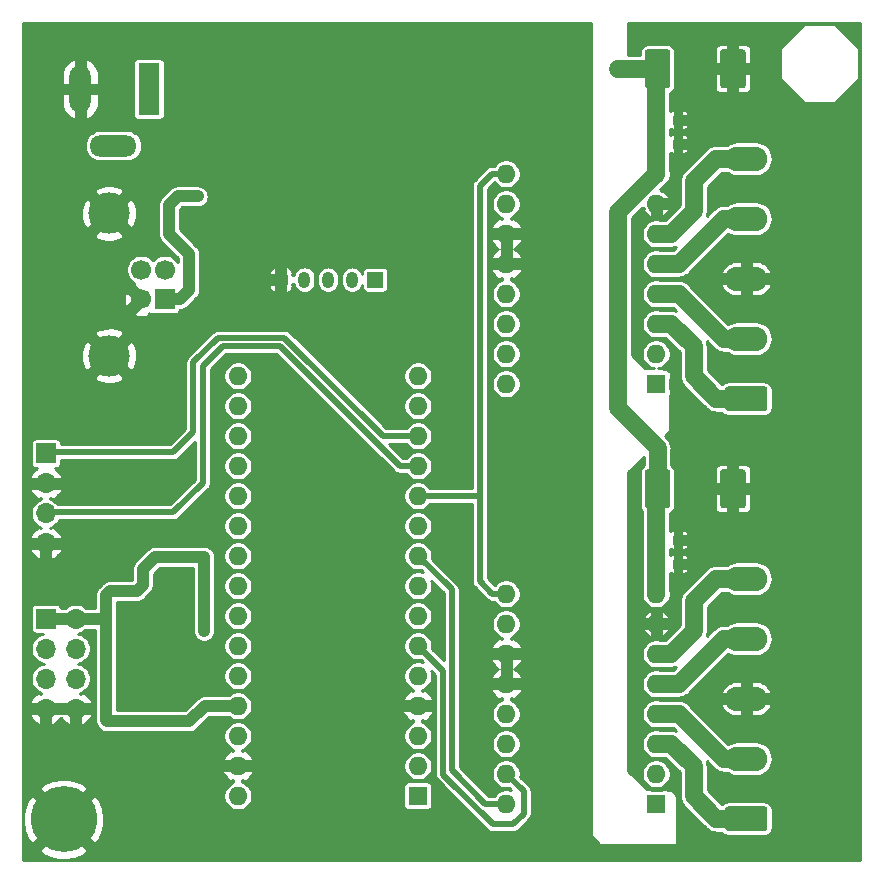
<source format=gbr>
%TF.GenerationSoftware,KiCad,Pcbnew,(5.1.10)-1*%
%TF.CreationDate,2021-10-11T18:25:39+02:00*%
%TF.ProjectId,KSIrotator,4b534972-6f74-4617-946f-722e6b696361,rev?*%
%TF.SameCoordinates,PX8f0d180PY5f5e100*%
%TF.FileFunction,Copper,L2,Bot*%
%TF.FilePolarity,Positive*%
%FSLAX46Y46*%
G04 Gerber Fmt 4.6, Leading zero omitted, Abs format (unit mm)*
G04 Created by KiCad (PCBNEW (5.1.10)-1) date 2021-10-11 18:25:39*
%MOMM*%
%LPD*%
G01*
G04 APERTURE LIST*
%TA.AperFunction,ComponentPad*%
%ADD10C,5.600000*%
%TD*%
%TA.AperFunction,ComponentPad*%
%ADD11O,1.700000X1.700000*%
%TD*%
%TA.AperFunction,ComponentPad*%
%ADD12R,1.700000X1.700000*%
%TD*%
%TA.AperFunction,ComponentPad*%
%ADD13O,1.000000X1.400000*%
%TD*%
%TA.AperFunction,ComponentPad*%
%ADD14R,1.350000X1.350000*%
%TD*%
%TA.AperFunction,SMDPad,CuDef*%
%ADD15R,0.800000X0.900000*%
%TD*%
%TA.AperFunction,ComponentPad*%
%ADD16R,1.800000X4.400000*%
%TD*%
%TA.AperFunction,ComponentPad*%
%ADD17O,1.800000X4.000000*%
%TD*%
%TA.AperFunction,ComponentPad*%
%ADD18O,4.000000X1.800000*%
%TD*%
%TA.AperFunction,ComponentPad*%
%ADD19O,3.600000X2.080000*%
%TD*%
%TA.AperFunction,ComponentPad*%
%ADD20C,3.500000*%
%TD*%
%TA.AperFunction,ComponentPad*%
%ADD21C,1.700000*%
%TD*%
%TA.AperFunction,ComponentPad*%
%ADD22R,1.600000X1.600000*%
%TD*%
%TA.AperFunction,ComponentPad*%
%ADD23O,1.600000X1.600000*%
%TD*%
%TA.AperFunction,ViaPad*%
%ADD24C,1.500000*%
%TD*%
%TA.AperFunction,ViaPad*%
%ADD25C,0.800000*%
%TD*%
%TA.AperFunction,ViaPad*%
%ADD26C,1.000000*%
%TD*%
%TA.AperFunction,Conductor*%
%ADD27C,1.500000*%
%TD*%
%TA.AperFunction,Conductor*%
%ADD28C,1.000000*%
%TD*%
%TA.AperFunction,Conductor*%
%ADD29C,0.500000*%
%TD*%
%TA.AperFunction,Conductor*%
%ADD30C,0.254000*%
%TD*%
%TA.AperFunction,Conductor*%
%ADD31C,0.100000*%
%TD*%
G04 APERTURE END LIST*
D10*
%TO.P,H1,1*%
%TO.N,GND*%
X-32000000Y-32000000D03*
%TD*%
D11*
%TO.P,J3,8*%
%TO.N,GND*%
X-30960000Y-22620000D03*
%TO.P,J3,7*%
X-33500000Y-22620000D03*
%TO.P,J3,6*%
%TO.N,SENS_SCL1*%
X-30960000Y-20080000D03*
%TO.P,J3,5*%
%TO.N,SENS_SCL0*%
X-33500000Y-20080000D03*
%TO.P,J3,4*%
%TO.N,SENS_SDA1*%
X-30960000Y-17540000D03*
%TO.P,J3,3*%
%TO.N,SENS_SDA0*%
X-33500000Y-17540000D03*
%TO.P,J3,2*%
%TO.N,+5V*%
X-30960000Y-15000000D03*
D12*
%TO.P,J3,1*%
X-33500000Y-15000000D03*
%TD*%
D11*
%TO.P,J2,4*%
%TO.N,GND*%
X-33500000Y-8620000D03*
%TO.P,J2,3*%
%TO.N,HOME_AZ*%
X-33500000Y-6080000D03*
%TO.P,J2,2*%
%TO.N,GND*%
X-33500000Y-3540000D03*
D12*
%TO.P,J2,1*%
%TO.N,HOME_EL*%
X-33500000Y-1000000D03*
%TD*%
D13*
%TO.P,J5,5*%
%TO.N,GND*%
X-13600000Y13700000D03*
%TO.P,J5,4*%
%TO.N,Net-(J5-Pad4)*%
X-11600000Y13700000D03*
%TO.P,J5,3*%
%TO.N,Net-(J5-Pad3)*%
X-9600000Y13700000D03*
%TO.P,J5,2*%
%TO.N,Net-(J5-Pad2)*%
X-7600000Y13700000D03*
D14*
%TO.P,J5,1*%
%TO.N,Net-(C2-Pad2)*%
X-5600000Y13700000D03*
%TD*%
D15*
%TO.P,C18,2*%
%TO.N,+12V*%
X18346000Y-10350000D03*
%TO.P,C18,1*%
%TO.N,GND*%
X20046000Y-10350000D03*
%TD*%
%TO.P,C17,2*%
%TO.N,+12V*%
X18346000Y-8318000D03*
%TO.P,C17,1*%
%TO.N,GND*%
X20046000Y-8318000D03*
%TD*%
%TO.P,C13,2*%
%TO.N,+12V*%
X18346000Y25210000D03*
%TO.P,C13,1*%
%TO.N,GND*%
X20046000Y25210000D03*
%TD*%
%TO.P,C12,2*%
%TO.N,+12V*%
X18346000Y27242000D03*
%TO.P,C12,1*%
%TO.N,GND*%
X20046000Y27242000D03*
%TD*%
D16*
%TO.P,J4,1*%
%TO.N,Net-(FL2-Pad1)*%
X-24772000Y29850000D03*
D17*
%TO.P,J4,2*%
%TO.N,GND*%
X-30572000Y29850000D03*
D18*
%TO.P,J4,3*%
%TO.N,N/C*%
X-27772000Y25050000D03*
%TD*%
%TO.P,C16,2*%
%TO.N,GND*%
%TA.AperFunction,SMDPad,CuDef*%
G36*
G01*
X23582000Y-5399999D02*
X23582000Y-2600001D01*
G75*
G02*
X23832001Y-2350000I250001J0D01*
G01*
X25506999Y-2350000D01*
G75*
G02*
X25757000Y-2600001I0J-250001D01*
G01*
X25757000Y-5399999D01*
G75*
G02*
X25506999Y-5650000I-250001J0D01*
G01*
X23832001Y-5650000D01*
G75*
G02*
X23582000Y-5399999I0J250001D01*
G01*
G37*
%TD.AperFunction*%
%TO.P,C16,1*%
%TO.N,+12V*%
%TA.AperFunction,SMDPad,CuDef*%
G36*
G01*
X17207000Y-5399999D02*
X17207000Y-2600001D01*
G75*
G02*
X17457001Y-2350000I250001J0D01*
G01*
X19131999Y-2350000D01*
G75*
G02*
X19382000Y-2600001I0J-250001D01*
G01*
X19382000Y-5399999D01*
G75*
G02*
X19131999Y-5650000I-250001J0D01*
G01*
X17457001Y-5650000D01*
G75*
G02*
X17207000Y-5399999I0J250001D01*
G01*
G37*
%TD.AperFunction*%
%TD*%
%TO.P,C11,2*%
%TO.N,GND*%
%TA.AperFunction,SMDPad,CuDef*%
G36*
G01*
X23582000Y30160001D02*
X23582000Y32959999D01*
G75*
G02*
X23832001Y33210000I250001J0D01*
G01*
X25506999Y33210000D01*
G75*
G02*
X25757000Y32959999I0J-250001D01*
G01*
X25757000Y30160001D01*
G75*
G02*
X25506999Y29910000I-250001J0D01*
G01*
X23832001Y29910000D01*
G75*
G02*
X23582000Y30160001I0J250001D01*
G01*
G37*
%TD.AperFunction*%
%TO.P,C11,1*%
%TO.N,+12V*%
%TA.AperFunction,SMDPad,CuDef*%
G36*
G01*
X17207000Y30160001D02*
X17207000Y32959999D01*
G75*
G02*
X17457001Y33210000I250001J0D01*
G01*
X19131999Y33210000D01*
G75*
G02*
X19382000Y32959999I0J-250001D01*
G01*
X19382000Y30160001D01*
G75*
G02*
X19131999Y29910000I-250001J0D01*
G01*
X17457001Y29910000D01*
G75*
G02*
X17207000Y30160001I0J250001D01*
G01*
G37*
%TD.AperFunction*%
%TD*%
%TO.P,J7,1*%
%TO.N,Net-(A3-Pad3)*%
%TA.AperFunction,ComponentPad*%
G36*
G01*
X27350001Y-32980000D02*
X24249999Y-32980000D01*
G75*
G02*
X24000000Y-32730001I0J249999D01*
G01*
X24000000Y-31149999D01*
G75*
G02*
X24249999Y-30900000I249999J0D01*
G01*
X27350001Y-30900000D01*
G75*
G02*
X27600000Y-31149999I0J-249999D01*
G01*
X27600000Y-32730001D01*
G75*
G02*
X27350001Y-32980000I-249999J0D01*
G01*
G37*
%TD.AperFunction*%
D19*
%TO.P,J7,2*%
%TO.N,Net-(A3-Pad4)*%
X25800000Y-26860000D03*
%TO.P,J7,3*%
%TO.N,GND*%
X25800000Y-21780000D03*
%TO.P,J7,4*%
%TO.N,Net-(A3-Pad5)*%
X25800000Y-16700000D03*
%TO.P,J7,5*%
%TO.N,Net-(A3-Pad6)*%
X25800000Y-11620000D03*
%TD*%
%TO.P,J6,1*%
%TO.N,Net-(A2-Pad3)*%
%TA.AperFunction,ComponentPad*%
G36*
G01*
X27350001Y2580000D02*
X24249999Y2580000D01*
G75*
G02*
X24000000Y2829999I0J249999D01*
G01*
X24000000Y4410001D01*
G75*
G02*
X24249999Y4660000I249999J0D01*
G01*
X27350001Y4660000D01*
G75*
G02*
X27600000Y4410001I0J-249999D01*
G01*
X27600000Y2829999D01*
G75*
G02*
X27350001Y2580000I-249999J0D01*
G01*
G37*
%TD.AperFunction*%
%TO.P,J6,2*%
%TO.N,Net-(A2-Pad4)*%
X25800000Y8700000D03*
%TO.P,J6,3*%
%TO.N,GND*%
X25800000Y13780000D03*
%TO.P,J6,4*%
%TO.N,Net-(A2-Pad5)*%
X25800000Y18860000D03*
%TO.P,J6,5*%
%TO.N,Net-(A2-Pad6)*%
X25800000Y23940000D03*
%TD*%
D20*
%TO.P,J1,5*%
%TO.N,GND*%
X-28142000Y19308000D03*
X-28142000Y7268000D03*
D21*
%TO.P,J1,4*%
X-25432000Y12038000D03*
%TO.P,J1,3*%
%TO.N,Net-(FL1-Pad4)*%
X-25432000Y14538000D03*
%TO.P,J1,2*%
%TO.N,Net-(FL1-Pad1)*%
X-23432000Y14538000D03*
D12*
%TO.P,J1,1*%
%TO.N,Net-(C1-Pad2)*%
X-23432000Y12038000D03*
%TD*%
D22*
%TO.P,A3,1*%
%TO.N,GND*%
X18180000Y-30670000D03*
D23*
%TO.P,A3,9*%
%TO.N,M_EN*%
X5480000Y-12890000D03*
%TO.P,A3,2*%
%TO.N,+5V*%
X18180000Y-28130000D03*
%TO.P,A3,10*%
%TO.N,MS1*%
X5480000Y-15430000D03*
%TO.P,A3,3*%
%TO.N,Net-(A3-Pad3)*%
X18180000Y-25590000D03*
%TO.P,A3,11*%
%TO.N,GND*%
X5480000Y-17970000D03*
%TO.P,A3,4*%
%TO.N,Net-(A3-Pad4)*%
X18180000Y-23050000D03*
%TO.P,A3,12*%
%TO.N,GND*%
X5480000Y-20510000D03*
%TO.P,A3,5*%
%TO.N,Net-(A3-Pad5)*%
X18180000Y-20510000D03*
%TO.P,A3,13*%
%TO.N,Net-(A3-Pad13)*%
X5480000Y-23050000D03*
%TO.P,A3,6*%
%TO.N,Net-(A3-Pad6)*%
X18180000Y-17970000D03*
%TO.P,A3,14*%
%TO.N,Net-(A3-Pad13)*%
X5480000Y-25590000D03*
%TO.P,A3,7*%
%TO.N,GND*%
X18180000Y-15430000D03*
%TO.P,A3,15*%
%TO.N,STEP_2*%
X5480000Y-28130000D03*
%TO.P,A3,8*%
%TO.N,+12V*%
X18180000Y-12890000D03*
%TO.P,A3,16*%
%TO.N,DIR_2*%
X5480000Y-30670000D03*
%TD*%
D22*
%TO.P,A2,1*%
%TO.N,GND*%
X18180000Y4890000D03*
D23*
%TO.P,A2,9*%
%TO.N,M_EN*%
X5480000Y22670000D03*
%TO.P,A2,2*%
%TO.N,+5V*%
X18180000Y7430000D03*
%TO.P,A2,10*%
%TO.N,MS1*%
X5480000Y20130000D03*
%TO.P,A2,3*%
%TO.N,Net-(A2-Pad3)*%
X18180000Y9970000D03*
%TO.P,A2,11*%
%TO.N,GND*%
X5480000Y17590000D03*
%TO.P,A2,4*%
%TO.N,Net-(A2-Pad4)*%
X18180000Y12510000D03*
%TO.P,A2,12*%
%TO.N,GND*%
X5480000Y15050000D03*
%TO.P,A2,5*%
%TO.N,Net-(A2-Pad5)*%
X18180000Y15050000D03*
%TO.P,A2,13*%
%TO.N,Net-(A2-Pad13)*%
X5480000Y12510000D03*
%TO.P,A2,6*%
%TO.N,Net-(A2-Pad6)*%
X18180000Y17590000D03*
%TO.P,A2,14*%
%TO.N,Net-(A2-Pad13)*%
X5480000Y9970000D03*
%TO.P,A2,7*%
%TO.N,GND*%
X18180000Y20130000D03*
%TO.P,A2,15*%
%TO.N,STEP_1*%
X5480000Y7430000D03*
%TO.P,A2,8*%
%TO.N,+12V*%
X18180000Y22670000D03*
%TO.P,A2,16*%
%TO.N,DIR_1*%
X5480000Y4890000D03*
%TD*%
%TO.P,A1,16*%
%TO.N,Net-(A1-Pad16)*%
X-17240000Y5560000D03*
%TO.P,A1,15*%
%TO.N,Net-(A1-Pad15)*%
X-2000000Y5560000D03*
%TO.P,A1,30*%
%TO.N,+7.5V*%
X-17240000Y-30000000D03*
%TO.P,A1,14*%
%TO.N,MS1*%
X-2000000Y3020000D03*
%TO.P,A1,29*%
%TO.N,GND*%
X-17240000Y-27460000D03*
%TO.P,A1,13*%
%TO.N,HOME_EL*%
X-2000000Y480000D03*
%TO.P,A1,28*%
%TO.N,Net-(A1-Pad28)*%
X-17240000Y-24920000D03*
%TO.P,A1,12*%
%TO.N,HOME_AZ*%
X-2000000Y-2060000D03*
%TO.P,A1,27*%
%TO.N,+5V*%
X-17240000Y-22380000D03*
%TO.P,A1,11*%
%TO.N,M_EN*%
X-2000000Y-4600000D03*
%TO.P,A1,26*%
%TO.N,Net-(A1-Pad26)*%
X-17240000Y-19840000D03*
%TO.P,A1,10*%
%TO.N,Net-(A1-Pad10)*%
X-2000000Y-7140000D03*
%TO.P,A1,25*%
%TO.N,Net-(A1-Pad25)*%
X-17240000Y-17300000D03*
%TO.P,A1,9*%
%TO.N,DIR_2*%
X-2000000Y-9680000D03*
%TO.P,A1,24*%
%TO.N,Net-(A1-Pad24)*%
X-17240000Y-14760000D03*
%TO.P,A1,8*%
%TO.N,DIR_1*%
X-2000000Y-12220000D03*
%TO.P,A1,23*%
%TO.N,Net-(A1-Pad23)*%
X-17240000Y-12220000D03*
%TO.P,A1,7*%
%TO.N,Net-(A1-Pad7)*%
X-2000000Y-14760000D03*
%TO.P,A1,22*%
%TO.N,Net-(A1-Pad22)*%
X-17240000Y-9680000D03*
%TO.P,A1,6*%
%TO.N,STEP_2*%
X-2000000Y-17300000D03*
%TO.P,A1,21*%
%TO.N,Net-(A1-Pad21)*%
X-17240000Y-7140000D03*
%TO.P,A1,5*%
%TO.N,STEP_1*%
X-2000000Y-19840000D03*
%TO.P,A1,20*%
%TO.N,Net-(A1-Pad20)*%
X-17240000Y-4600000D03*
%TO.P,A1,4*%
%TO.N,GND*%
X-2000000Y-22380000D03*
%TO.P,A1,19*%
%TO.N,Net-(A1-Pad19)*%
X-17240000Y-2060000D03*
%TO.P,A1,3*%
%TO.N,Net-(A1-Pad3)*%
X-2000000Y-24920000D03*
%TO.P,A1,18*%
%TO.N,Net-(A1-Pad18)*%
X-17240000Y480000D03*
%TO.P,A1,2*%
%TO.N,Net-(A1-Pad2)*%
X-2000000Y-27460000D03*
%TO.P,A1,17*%
%TO.N,Net-(A1-Pad17)*%
X-17240000Y3020000D03*
D22*
%TO.P,A1,1*%
%TO.N,Net-(A1-Pad1)*%
X-2000000Y-30000000D03*
%TD*%
D24*
%TO.N,+12V*%
X14950000Y31550000D03*
X16450000Y31550000D03*
D25*
%TO.N,GND*%
X-25300000Y-20600000D03*
X-25300000Y-19800000D03*
X10000000Y30000000D03*
X10000000Y20000000D03*
X10000000Y10000000D03*
X10000000Y0D03*
X10000000Y-10000000D03*
X10000000Y-20000000D03*
X10000000Y-30000000D03*
X5000000Y25000000D03*
X-5000000Y30000000D03*
X-10000000Y0D03*
X-10000000Y-10000000D03*
X-10000000Y-20000000D03*
X-15000000Y-15000000D03*
X-15000000Y-5000000D03*
X-15000000Y5000000D03*
X-15000000Y-25000000D03*
X-10000000Y-30000000D03*
X-5000000Y-25000000D03*
X-5000000Y-15000000D03*
X-5000000Y-5000000D03*
X-5000000Y5000000D03*
X-25000000Y5000000D03*
X-30000000Y0D03*
X-35000000Y5000000D03*
X-30000000Y10000000D03*
X-35000000Y15000000D03*
X-35000000Y25000000D03*
X-35000000Y35000000D03*
X-25000000Y35000000D03*
X-15000000Y35000000D03*
X-35000000Y-10000000D03*
X-35000000Y-30000000D03*
X-25000000Y-30000000D03*
X-20000000Y-35000000D03*
X0Y10000000D03*
X-10000000Y10000000D03*
X-20000000Y10000000D03*
X-25000000Y-5000000D03*
X-5000000Y20000000D03*
X-15000000Y25000000D03*
X-20000000Y25000000D03*
%TO.N,+5V*%
X-25300000Y-11600000D03*
X-25300000Y-10800000D03*
X-28400000Y-13900000D03*
X-28400000Y-19950000D03*
X-28400000Y-23600000D03*
X-25250000Y-23700000D03*
X-20100000Y-16050000D03*
X-20100000Y-9750000D03*
D26*
%TO.N,Net-(C1-Pad2)*%
X-20650000Y20750000D03*
X-21650000Y20750000D03*
%TD*%
D27*
%TO.N,Net-(A2-Pad6)*%
X18180000Y17590000D02*
X19450000Y17590000D01*
X19450000Y17590000D02*
X21355000Y19495000D01*
X21355000Y19495000D02*
X21355000Y22035000D01*
X21355000Y22035000D02*
X23260000Y23940000D01*
X23260000Y23940000D02*
X25800000Y23940000D01*
%TO.N,Net-(A2-Pad5)*%
X20085000Y15050000D02*
X23895000Y18860000D01*
X18180000Y15050000D02*
X20085000Y15050000D01*
X23895000Y18860000D02*
X25800000Y18860000D01*
%TO.N,Net-(A2-Pad4)*%
X23895000Y8700000D02*
X25800000Y8700000D01*
X18180000Y12510000D02*
X20085000Y12510000D01*
X20085000Y12510000D02*
X23895000Y8700000D01*
%TO.N,Net-(A2-Pad3)*%
X21355000Y8065000D02*
X21355000Y5525000D01*
X19450000Y9970000D02*
X21355000Y8065000D01*
X21355000Y5525000D02*
X23260000Y3620000D01*
X23260000Y3620000D02*
X25800000Y3620000D01*
X18180000Y9970000D02*
X19450000Y9970000D01*
%TO.N,Net-(A3-Pad6)*%
X18180000Y-17970000D02*
X19450000Y-17970000D01*
X19450000Y-17970000D02*
X21355000Y-16065000D01*
X21355000Y-16065000D02*
X21355000Y-13525000D01*
X21355000Y-13525000D02*
X23260000Y-11620000D01*
X23260000Y-11620000D02*
X25800000Y-11620000D01*
%TO.N,Net-(A3-Pad5)*%
X20085000Y-20510000D02*
X23895000Y-16700000D01*
X18180000Y-20510000D02*
X20085000Y-20510000D01*
X23895000Y-16700000D02*
X25800000Y-16700000D01*
%TO.N,Net-(A3-Pad4)*%
X23895000Y-26860000D02*
X25800000Y-26860000D01*
X18180000Y-23050000D02*
X20085000Y-23050000D01*
X20085000Y-23050000D02*
X23895000Y-26860000D01*
%TO.N,Net-(A3-Pad3)*%
X21355000Y-27495000D02*
X21355000Y-30035000D01*
X19450000Y-25590000D02*
X21355000Y-27495000D01*
X21355000Y-30035000D02*
X23260000Y-31940000D01*
X23260000Y-31940000D02*
X25800000Y-31940000D01*
X18180000Y-25590000D02*
X19450000Y-25590000D01*
%TO.N,+12V*%
X18180000Y-12890000D02*
X18180000Y-4114500D01*
X18284500Y31550000D02*
X18294500Y31560000D01*
X18180000Y31445500D02*
X18294500Y31560000D01*
X18180000Y22670000D02*
X18180000Y31445500D01*
X14950000Y19440000D02*
X18180000Y22670000D01*
X14950000Y2800000D02*
X14950000Y19440000D01*
X18294500Y-4000000D02*
X18294500Y-544500D01*
X18294500Y-544500D02*
X14950000Y2800000D01*
X14950000Y31550000D02*
X18284500Y31550000D01*
D28*
%TO.N,+5V*%
X18114000Y7364000D02*
X18180000Y7430000D01*
X18180000Y-28130000D02*
X18114000Y-28196000D01*
D29*
X-31460000Y-15000000D02*
X-28500000Y-15000000D01*
X-28400000Y-14900000D02*
X-28400000Y-13900000D01*
X-28400000Y-19950000D02*
X-28400000Y-14900000D01*
D28*
X-30960000Y-15000000D02*
X-33500000Y-15000000D01*
X-28400000Y-13900000D02*
X-28400000Y-19950000D01*
X-28400000Y-19950000D02*
X-28400000Y-23600000D01*
X-28300000Y-23700000D02*
X-28400000Y-23600000D01*
X-25250000Y-23700000D02*
X-28300000Y-23700000D01*
X-25250000Y-23700000D02*
X-21350000Y-23700000D01*
X-20030000Y-22380000D02*
X-17240000Y-22380000D01*
X-21350000Y-23700000D02*
X-20030000Y-22380000D01*
X-25300000Y-10800000D02*
X-25300000Y-11600000D01*
X-25300000Y-12150000D02*
X-25300000Y-11600000D01*
X-25800000Y-12650000D02*
X-25300000Y-12150000D01*
X-28050000Y-12650000D02*
X-25800000Y-12650000D01*
X-28400000Y-13000000D02*
X-28050000Y-12650000D01*
X-28400000Y-13900000D02*
X-28400000Y-13000000D01*
X-24250000Y-9750000D02*
X-25300000Y-10800000D01*
X-20100000Y-9750000D02*
X-24250000Y-9750000D01*
X-20100000Y-9750000D02*
X-20100000Y-16050000D01*
X-28500000Y-15000000D02*
X-28400000Y-14900000D01*
X-30960000Y-15000000D02*
X-28500000Y-15000000D01*
D29*
%TO.N,M_EN*%
X-2000000Y-4600000D02*
X3250000Y-4600000D01*
X4270000Y22670000D02*
X5480000Y22670000D01*
X3250000Y21650000D02*
X4270000Y22670000D01*
X3250000Y-4600000D02*
X3250000Y21650000D01*
X4290000Y-12890000D02*
X5480000Y-12890000D01*
X3250000Y-11850000D02*
X4290000Y-12890000D01*
X3250000Y-4600000D02*
X3250000Y-11850000D01*
%TO.N,DIR_2*%
X850000Y-12530000D02*
X-2000000Y-9680000D01*
X850000Y-27800000D02*
X850000Y-12530000D01*
X3720000Y-30670000D02*
X850000Y-27800000D01*
X5480000Y-30670000D02*
X3720000Y-30670000D01*
%TO.N,STEP_2*%
X149989Y-19449989D02*
X-2000000Y-17300000D01*
X149989Y-28199989D02*
X149989Y-19449989D01*
X4350000Y-32400000D02*
X149989Y-28199989D01*
X6050000Y-32400000D02*
X4350000Y-32400000D01*
X6950000Y-31500000D02*
X6050000Y-32400000D01*
X6950000Y-29600000D02*
X6950000Y-31500000D01*
X5480000Y-28130000D02*
X6950000Y-29600000D01*
D28*
%TO.N,Net-(C1-Pad2)*%
X-21650000Y20750000D02*
X-20650000Y20750000D01*
X-22162000Y12038000D02*
X-23432000Y12038000D01*
X-21400000Y12800000D02*
X-22162000Y12038000D01*
X-21400000Y15900000D02*
X-21400000Y12800000D01*
X-23100000Y17600000D02*
X-21400000Y15900000D01*
X-23100000Y20000000D02*
X-23100000Y17600000D01*
X-22350000Y20750000D02*
X-23100000Y20000000D01*
X-21650000Y20750000D02*
X-22350000Y20750000D01*
D29*
%TO.N,HOME_EL*%
X-4980000Y480000D02*
X-2000000Y480000D01*
X-13300000Y8800000D02*
X-4980000Y480000D01*
X-18900000Y8800000D02*
X-13300000Y8800000D01*
X-21000000Y6700000D02*
X-18900000Y8800000D01*
X-21000000Y800000D02*
X-21000000Y6700000D01*
X-22720000Y-920000D02*
X-21000000Y800000D01*
X-24000000Y-920000D02*
X-22720000Y-920000D01*
X-24000000Y-920000D02*
X-33500000Y-920000D01*
%TO.N,HOME_AZ*%
X-22700000Y-6000000D02*
X-24000000Y-6000000D01*
X-20200000Y-3500000D02*
X-22700000Y-6000000D01*
X-20200000Y6400000D02*
X-20200000Y-3500000D01*
X-18500000Y8100000D02*
X-20200000Y6400000D01*
X-13700000Y8100000D02*
X-18500000Y8100000D01*
X-3540000Y-2060000D02*
X-13700000Y8100000D01*
X-2000000Y-2060000D02*
X-3540000Y-2060000D01*
X-24000000Y-6000000D02*
X-33500000Y-6000000D01*
%TD*%
D30*
%TO.N,GND*%
X35473000Y-35473000D02*
X19927000Y-35473000D01*
X19927000Y-30000000D01*
X19924560Y-29975224D01*
X19917333Y-29951399D01*
X19905597Y-29929443D01*
X19889803Y-29910197D01*
X19489803Y-29510197D01*
X19470557Y-29494403D01*
X19448601Y-29482667D01*
X19424776Y-29475440D01*
X19400000Y-29473000D01*
X19142235Y-29473000D01*
X19063707Y-29449178D01*
X18980000Y-29440934D01*
X18659750Y-29443000D01*
X18629750Y-29473000D01*
X17730250Y-29473000D01*
X17700250Y-29443000D01*
X17417482Y-29441176D01*
X15915942Y-28009151D01*
X16953000Y-28009151D01*
X16953000Y-28250849D01*
X17000153Y-28487903D01*
X17092647Y-28711202D01*
X17226927Y-28912167D01*
X17397833Y-29083073D01*
X17598798Y-29217353D01*
X17822097Y-29309847D01*
X18059151Y-29357000D01*
X18300849Y-29357000D01*
X18537903Y-29309847D01*
X18761202Y-29217353D01*
X18962167Y-29083073D01*
X19133073Y-28912167D01*
X19267353Y-28711202D01*
X19359847Y-28487903D01*
X19407000Y-28250849D01*
X19407000Y-28009151D01*
X19359847Y-27772097D01*
X19267353Y-27548798D01*
X19133073Y-27347833D01*
X18962167Y-27176927D01*
X18761202Y-27042647D01*
X18537903Y-26950153D01*
X18300849Y-26903000D01*
X18059151Y-26903000D01*
X17822097Y-26950153D01*
X17598798Y-27042647D01*
X17397833Y-27176927D01*
X17226927Y-27347833D01*
X17092647Y-27548798D01*
X17000153Y-27772097D01*
X16953000Y-28009151D01*
X15915942Y-28009151D01*
X15799000Y-27897623D01*
X15799000Y-22929151D01*
X16953000Y-22929151D01*
X16953000Y-23170849D01*
X17000153Y-23407903D01*
X17092647Y-23631202D01*
X17226927Y-23832167D01*
X17397833Y-24003073D01*
X17598798Y-24137353D01*
X17822097Y-24229847D01*
X18059151Y-24277000D01*
X18300849Y-24277000D01*
X18537903Y-24229847D01*
X18544776Y-24227000D01*
X19597472Y-24227000D01*
X19852655Y-24482183D01*
X19680732Y-24430031D01*
X19507812Y-24413000D01*
X19450000Y-24407306D01*
X19392188Y-24413000D01*
X18544776Y-24413000D01*
X18537903Y-24410153D01*
X18300849Y-24363000D01*
X18059151Y-24363000D01*
X17822097Y-24410153D01*
X17598798Y-24502647D01*
X17397833Y-24636927D01*
X17226927Y-24807833D01*
X17092647Y-25008798D01*
X17000153Y-25232097D01*
X16953000Y-25469151D01*
X16953000Y-25710849D01*
X17000153Y-25947903D01*
X17092647Y-26171202D01*
X17226927Y-26372167D01*
X17397833Y-26543073D01*
X17598798Y-26677353D01*
X17822097Y-26769847D01*
X18059151Y-26817000D01*
X18300849Y-26817000D01*
X18537903Y-26769847D01*
X18544776Y-26767000D01*
X18962472Y-26767000D01*
X20178000Y-27982530D01*
X20178001Y-29977178D01*
X20172306Y-30035000D01*
X20195031Y-30265731D01*
X20257279Y-30470934D01*
X20262334Y-30487597D01*
X20371627Y-30692070D01*
X20518710Y-30871291D01*
X20563618Y-30908146D01*
X22386858Y-32731388D01*
X22423709Y-32776291D01*
X22468612Y-32813142D01*
X22468614Y-32813144D01*
X22602930Y-32923374D01*
X22807403Y-33032667D01*
X23029268Y-33099969D01*
X23260000Y-33122694D01*
X23317812Y-33117000D01*
X23693363Y-33117000D01*
X23769828Y-33210172D01*
X23872731Y-33294623D01*
X23990132Y-33357375D01*
X24117520Y-33396018D01*
X24249999Y-33409066D01*
X27350001Y-33409066D01*
X27482480Y-33396018D01*
X27609868Y-33357375D01*
X27727269Y-33294623D01*
X27830172Y-33210172D01*
X27914623Y-33107269D01*
X27977375Y-32989868D01*
X28016018Y-32862480D01*
X28029066Y-32730001D01*
X28029066Y-31149999D01*
X28016018Y-31017520D01*
X27977375Y-30890132D01*
X27914623Y-30772731D01*
X27830172Y-30669828D01*
X27727269Y-30585377D01*
X27609868Y-30522625D01*
X27482480Y-30483982D01*
X27350001Y-30470934D01*
X24249999Y-30470934D01*
X24117520Y-30483982D01*
X23990132Y-30522625D01*
X23872731Y-30585377D01*
X23769828Y-30669828D01*
X23717779Y-30733249D01*
X22532000Y-29547472D01*
X22532000Y-27552812D01*
X22537694Y-27495000D01*
X22514969Y-27264268D01*
X22488474Y-27176927D01*
X22462817Y-27092347D01*
X23021858Y-27651388D01*
X23058709Y-27696291D01*
X23103612Y-27733142D01*
X23103614Y-27733144D01*
X23152833Y-27773537D01*
X23237930Y-27843374D01*
X23442403Y-27952667D01*
X23628606Y-28009151D01*
X23664268Y-28019969D01*
X23895000Y-28042694D01*
X23952812Y-28037000D01*
X24161733Y-28037000D01*
X24221035Y-28085668D01*
X24475887Y-28221889D01*
X24752418Y-28305774D01*
X24967932Y-28327000D01*
X26632068Y-28327000D01*
X26847582Y-28305774D01*
X27124113Y-28221889D01*
X27378965Y-28085668D01*
X27602345Y-27902345D01*
X27785668Y-27678965D01*
X27921889Y-27424113D01*
X28005774Y-27147582D01*
X28034098Y-26860000D01*
X28005774Y-26572418D01*
X27921889Y-26295887D01*
X27785668Y-26041035D01*
X27602345Y-25817655D01*
X27378965Y-25634332D01*
X27124113Y-25498111D01*
X26847582Y-25414226D01*
X26632068Y-25393000D01*
X24967932Y-25393000D01*
X24752418Y-25414226D01*
X24475887Y-25498111D01*
X24294561Y-25595031D01*
X21069884Y-22370355D01*
X23697030Y-22370355D01*
X23738924Y-22553575D01*
X23914841Y-22792538D01*
X24133997Y-22992590D01*
X24387970Y-23146043D01*
X24667000Y-23247000D01*
X25427000Y-23247000D01*
X25427000Y-22153000D01*
X26173000Y-22153000D01*
X26173000Y-23247000D01*
X26933000Y-23247000D01*
X27212030Y-23146043D01*
X27466003Y-22992590D01*
X27685159Y-22792538D01*
X27861076Y-22553575D01*
X27902970Y-22370355D01*
X27868110Y-22153000D01*
X26173000Y-22153000D01*
X25427000Y-22153000D01*
X23731890Y-22153000D01*
X23697030Y-22370355D01*
X21069884Y-22370355D01*
X20958151Y-22258623D01*
X20921291Y-22213709D01*
X20742070Y-22066626D01*
X20537597Y-21957333D01*
X20315732Y-21890031D01*
X20142812Y-21873000D01*
X20085000Y-21867306D01*
X20027188Y-21873000D01*
X18544776Y-21873000D01*
X18537903Y-21870153D01*
X18300849Y-21823000D01*
X18059151Y-21823000D01*
X17822097Y-21870153D01*
X17598798Y-21962647D01*
X17397833Y-22096927D01*
X17226927Y-22267833D01*
X17092647Y-22468798D01*
X17000153Y-22692097D01*
X16953000Y-22929151D01*
X15799000Y-22929151D01*
X15799000Y-17849151D01*
X16953000Y-17849151D01*
X16953000Y-18090849D01*
X17000153Y-18327903D01*
X17092647Y-18551202D01*
X17226927Y-18752167D01*
X17397833Y-18923073D01*
X17598798Y-19057353D01*
X17822097Y-19149847D01*
X18059151Y-19197000D01*
X18300849Y-19197000D01*
X18537903Y-19149847D01*
X18544776Y-19147000D01*
X19392188Y-19147000D01*
X19450000Y-19152694D01*
X19507812Y-19147000D01*
X19680732Y-19129969D01*
X19852655Y-19077817D01*
X19597472Y-19333000D01*
X18544776Y-19333000D01*
X18537903Y-19330153D01*
X18300849Y-19283000D01*
X18059151Y-19283000D01*
X17822097Y-19330153D01*
X17598798Y-19422647D01*
X17397833Y-19556927D01*
X17226927Y-19727833D01*
X17092647Y-19928798D01*
X17000153Y-20152097D01*
X16953000Y-20389151D01*
X16953000Y-20630849D01*
X17000153Y-20867903D01*
X17092647Y-21091202D01*
X17226927Y-21292167D01*
X17397833Y-21463073D01*
X17598798Y-21597353D01*
X17822097Y-21689847D01*
X18059151Y-21737000D01*
X18300849Y-21737000D01*
X18537903Y-21689847D01*
X18544776Y-21687000D01*
X20027188Y-21687000D01*
X20085000Y-21692694D01*
X20142812Y-21687000D01*
X20315732Y-21669969D01*
X20537597Y-21602667D01*
X20742070Y-21493374D01*
X20921291Y-21346291D01*
X20958151Y-21301377D01*
X21069883Y-21189645D01*
X23697030Y-21189645D01*
X23731890Y-21407000D01*
X25427000Y-21407000D01*
X25427000Y-20313000D01*
X26173000Y-20313000D01*
X26173000Y-21407000D01*
X27868110Y-21407000D01*
X27902970Y-21189645D01*
X27861076Y-21006425D01*
X27685159Y-20767462D01*
X27466003Y-20567410D01*
X27212030Y-20413957D01*
X26933000Y-20313000D01*
X26173000Y-20313000D01*
X25427000Y-20313000D01*
X24667000Y-20313000D01*
X24387970Y-20413957D01*
X24133997Y-20567410D01*
X23914841Y-20767462D01*
X23738924Y-21006425D01*
X23697030Y-21189645D01*
X21069883Y-21189645D01*
X24294561Y-17964969D01*
X24475887Y-18061889D01*
X24752418Y-18145774D01*
X24967932Y-18167000D01*
X26632068Y-18167000D01*
X26847582Y-18145774D01*
X27124113Y-18061889D01*
X27378965Y-17925668D01*
X27602345Y-17742345D01*
X27785668Y-17518965D01*
X27921889Y-17264113D01*
X28005774Y-16987582D01*
X28034098Y-16700000D01*
X28005774Y-16412418D01*
X27921889Y-16135887D01*
X27785668Y-15881035D01*
X27602345Y-15657655D01*
X27378965Y-15474332D01*
X27124113Y-15338111D01*
X26847582Y-15254226D01*
X26632068Y-15233000D01*
X24967932Y-15233000D01*
X24752418Y-15254226D01*
X24475887Y-15338111D01*
X24221035Y-15474332D01*
X24161733Y-15523000D01*
X23952812Y-15523000D01*
X23895000Y-15517306D01*
X23837188Y-15523000D01*
X23664268Y-15540031D01*
X23442403Y-15607333D01*
X23237930Y-15716626D01*
X23058709Y-15863709D01*
X23021858Y-15908612D01*
X22462817Y-16467653D01*
X22514969Y-16295732D01*
X22532000Y-16122812D01*
X22532000Y-16122811D01*
X22537694Y-16065000D01*
X22532000Y-16007188D01*
X22532000Y-14012528D01*
X23747530Y-12797000D01*
X24161733Y-12797000D01*
X24221035Y-12845668D01*
X24475887Y-12981889D01*
X24752418Y-13065774D01*
X24967932Y-13087000D01*
X26632068Y-13087000D01*
X26847582Y-13065774D01*
X27124113Y-12981889D01*
X27378965Y-12845668D01*
X27602345Y-12662345D01*
X27785668Y-12438965D01*
X27921889Y-12184113D01*
X28005774Y-11907582D01*
X28034098Y-11620000D01*
X28005774Y-11332418D01*
X27921889Y-11055887D01*
X27785668Y-10801035D01*
X27602345Y-10577655D01*
X27378965Y-10394332D01*
X27124113Y-10258111D01*
X26847582Y-10174226D01*
X26632068Y-10153000D01*
X24967932Y-10153000D01*
X24752418Y-10174226D01*
X24475887Y-10258111D01*
X24221035Y-10394332D01*
X24161733Y-10443000D01*
X23317812Y-10443000D01*
X23260000Y-10437306D01*
X23202188Y-10443000D01*
X23029268Y-10460031D01*
X22807403Y-10527333D01*
X22602930Y-10636626D01*
X22423709Y-10783709D01*
X22386858Y-10828612D01*
X20563618Y-12651854D01*
X20518710Y-12688709D01*
X20481857Y-12733615D01*
X20371626Y-12867931D01*
X20262334Y-13072403D01*
X20195031Y-13294269D01*
X20172306Y-13525000D01*
X20178001Y-13582822D01*
X20178000Y-15577470D01*
X18962472Y-16793000D01*
X18544776Y-16793000D01*
X18537903Y-16790153D01*
X18300849Y-16743000D01*
X18059151Y-16743000D01*
X17822097Y-16790153D01*
X17598798Y-16882647D01*
X17397833Y-17016927D01*
X17226927Y-17187833D01*
X17092647Y-17388798D01*
X17000153Y-17612097D01*
X16953000Y-17849151D01*
X15799000Y-17849151D01*
X15799000Y-15981269D01*
X17083811Y-15981269D01*
X17112614Y-16035193D01*
X17251191Y-16231801D01*
X17425461Y-16397596D01*
X17628728Y-16526207D01*
X17807000Y-16492199D01*
X17807000Y-15803000D01*
X18553000Y-15803000D01*
X18553000Y-16492199D01*
X18731272Y-16526207D01*
X18934539Y-16397596D01*
X19108809Y-16231801D01*
X19247386Y-16035193D01*
X19276189Y-15981269D01*
X19236329Y-15803000D01*
X18553000Y-15803000D01*
X17807000Y-15803000D01*
X17123671Y-15803000D01*
X17083811Y-15981269D01*
X15799000Y-15981269D01*
X15799000Y-14878731D01*
X17083811Y-14878731D01*
X17123671Y-15057000D01*
X17807000Y-15057000D01*
X17807000Y-14367801D01*
X18553000Y-14367801D01*
X18553000Y-15057000D01*
X19236329Y-15057000D01*
X19276189Y-14878731D01*
X19247386Y-14824807D01*
X19108809Y-14628199D01*
X18934539Y-14462404D01*
X18731272Y-14333793D01*
X18553000Y-14367801D01*
X17807000Y-14367801D01*
X17628728Y-14333793D01*
X17425461Y-14462404D01*
X17251191Y-14628199D01*
X17112614Y-14824807D01*
X17083811Y-14878731D01*
X15799000Y-14878731D01*
X15799000Y-2604606D01*
X17117501Y-1286105D01*
X17117501Y-2015189D01*
X17079732Y-2035377D01*
X16976828Y-2119828D01*
X16892377Y-2222732D01*
X16829625Y-2340133D01*
X16790982Y-2467522D01*
X16777934Y-2600001D01*
X16777934Y-5399999D01*
X16790982Y-5532478D01*
X16829625Y-5659867D01*
X16892377Y-5777268D01*
X16976828Y-5880172D01*
X17003001Y-5901651D01*
X17003000Y-12525224D01*
X17000153Y-12532097D01*
X16953000Y-12769151D01*
X16953000Y-13010849D01*
X17000153Y-13247903D01*
X17092647Y-13471202D01*
X17226927Y-13672167D01*
X17397833Y-13843073D01*
X17598798Y-13977353D01*
X17822097Y-14069847D01*
X18059151Y-14117000D01*
X18300849Y-14117000D01*
X18537903Y-14069847D01*
X18761202Y-13977353D01*
X18962167Y-13843073D01*
X19133073Y-13672167D01*
X19267353Y-13471202D01*
X19359847Y-13247903D01*
X19407000Y-13010849D01*
X19407000Y-12769151D01*
X19359847Y-12532097D01*
X19357000Y-12525224D01*
X19357000Y-11115209D01*
X19407624Y-11156755D01*
X19481804Y-11196405D01*
X19562293Y-11220822D01*
X19646000Y-11229066D01*
X19666250Y-11227000D01*
X19773000Y-11120250D01*
X19773000Y-10673000D01*
X20319000Y-10673000D01*
X20319000Y-11120250D01*
X20425750Y-11227000D01*
X20446000Y-11229066D01*
X20529707Y-11220822D01*
X20610196Y-11196405D01*
X20684376Y-11156755D01*
X20749395Y-11103395D01*
X20802755Y-11038376D01*
X20842405Y-10964196D01*
X20866822Y-10883707D01*
X20875066Y-10800000D01*
X20873000Y-10779750D01*
X20766250Y-10673000D01*
X20319000Y-10673000D01*
X19773000Y-10673000D01*
X19653000Y-10673000D01*
X19653000Y-10027000D01*
X19773000Y-10027000D01*
X19773000Y-9579750D01*
X20319000Y-9579750D01*
X20319000Y-10027000D01*
X20766250Y-10027000D01*
X20873000Y-9920250D01*
X20875066Y-9900000D01*
X20866822Y-9816293D01*
X20842405Y-9735804D01*
X20802755Y-9661624D01*
X20749395Y-9596605D01*
X20684376Y-9543245D01*
X20610196Y-9503595D01*
X20529707Y-9479178D01*
X20446000Y-9470934D01*
X20425750Y-9473000D01*
X20319000Y-9579750D01*
X19773000Y-9579750D01*
X19666250Y-9473000D01*
X19646000Y-9470934D01*
X19562293Y-9479178D01*
X19481804Y-9503595D01*
X19407624Y-9543245D01*
X19357000Y-9584791D01*
X19357000Y-9083209D01*
X19407624Y-9124755D01*
X19481804Y-9164405D01*
X19562293Y-9188822D01*
X19646000Y-9197066D01*
X19666250Y-9195000D01*
X19773000Y-9088250D01*
X19773000Y-8641000D01*
X20319000Y-8641000D01*
X20319000Y-9088250D01*
X20425750Y-9195000D01*
X20446000Y-9197066D01*
X20529707Y-9188822D01*
X20610196Y-9164405D01*
X20684376Y-9124755D01*
X20749395Y-9071395D01*
X20802755Y-9006376D01*
X20842405Y-8932196D01*
X20866822Y-8851707D01*
X20875066Y-8768000D01*
X20873000Y-8747750D01*
X20766250Y-8641000D01*
X20319000Y-8641000D01*
X19773000Y-8641000D01*
X19653000Y-8641000D01*
X19653000Y-7995000D01*
X19773000Y-7995000D01*
X19773000Y-7547750D01*
X20319000Y-7547750D01*
X20319000Y-7995000D01*
X20766250Y-7995000D01*
X20873000Y-7888250D01*
X20875066Y-7868000D01*
X20866822Y-7784293D01*
X20842405Y-7703804D01*
X20802755Y-7629624D01*
X20749395Y-7564605D01*
X20684376Y-7511245D01*
X20610196Y-7471595D01*
X20529707Y-7447178D01*
X20446000Y-7438934D01*
X20425750Y-7441000D01*
X20319000Y-7547750D01*
X19773000Y-7547750D01*
X19666250Y-7441000D01*
X19646000Y-7438934D01*
X19562293Y-7447178D01*
X19481804Y-7471595D01*
X19407624Y-7511245D01*
X19357000Y-7552791D01*
X19357000Y-6037952D01*
X19391867Y-6027375D01*
X19509268Y-5964623D01*
X19612172Y-5880172D01*
X19696623Y-5777268D01*
X19759375Y-5659867D01*
X19762368Y-5650000D01*
X23152934Y-5650000D01*
X23161178Y-5733707D01*
X23185595Y-5814196D01*
X23225245Y-5888376D01*
X23278605Y-5953395D01*
X23343624Y-6006755D01*
X23417804Y-6046405D01*
X23498293Y-6070822D01*
X23582000Y-6079066D01*
X24189750Y-6077000D01*
X24296500Y-5970250D01*
X24296500Y-4373000D01*
X25042500Y-4373000D01*
X25042500Y-5970250D01*
X25149250Y-6077000D01*
X25757000Y-6079066D01*
X25840707Y-6070822D01*
X25921196Y-6046405D01*
X25995376Y-6006755D01*
X26060395Y-5953395D01*
X26113755Y-5888376D01*
X26153405Y-5814196D01*
X26177822Y-5733707D01*
X26186066Y-5650000D01*
X26184000Y-4479750D01*
X26077250Y-4373000D01*
X25042500Y-4373000D01*
X24296500Y-4373000D01*
X23261750Y-4373000D01*
X23155000Y-4479750D01*
X23152934Y-5650000D01*
X19762368Y-5650000D01*
X19798018Y-5532478D01*
X19811066Y-5399999D01*
X19811066Y-2600001D01*
X19798018Y-2467522D01*
X19762369Y-2350000D01*
X23152934Y-2350000D01*
X23155000Y-3520250D01*
X23261750Y-3627000D01*
X24296500Y-3627000D01*
X24296500Y-2029750D01*
X25042500Y-2029750D01*
X25042500Y-3627000D01*
X26077250Y-3627000D01*
X26184000Y-3520250D01*
X26186066Y-2350000D01*
X26177822Y-2266293D01*
X26153405Y-2185804D01*
X26113755Y-2111624D01*
X26060395Y-2046605D01*
X25995376Y-1993245D01*
X25921196Y-1953595D01*
X25840707Y-1929178D01*
X25757000Y-1920934D01*
X25149250Y-1923000D01*
X25042500Y-2029750D01*
X24296500Y-2029750D01*
X24189750Y-1923000D01*
X23582000Y-1920934D01*
X23498293Y-1929178D01*
X23417804Y-1953595D01*
X23343624Y-1993245D01*
X23278605Y-2046605D01*
X23225245Y-2111624D01*
X23185595Y-2185804D01*
X23161178Y-2266293D01*
X23152934Y-2350000D01*
X19762369Y-2350000D01*
X19759375Y-2340133D01*
X19696623Y-2222732D01*
X19612172Y-2119828D01*
X19509268Y-2035377D01*
X19471500Y-2015190D01*
X19471500Y-602301D01*
X19477193Y-544499D01*
X19471500Y-486697D01*
X19471500Y-486688D01*
X19454469Y-313768D01*
X19387167Y-91903D01*
X19277874Y112570D01*
X19130791Y291791D01*
X19085882Y328647D01*
X18909067Y505461D01*
X19317803Y914197D01*
X19333597Y933443D01*
X19345333Y955399D01*
X19352560Y979224D01*
X19355000Y1004000D01*
X19355000Y3885758D01*
X19376405Y3925804D01*
X19400822Y4006293D01*
X19409066Y4090000D01*
X19407000Y4410250D01*
X19355000Y4462250D01*
X19355000Y5317750D01*
X19407000Y5369750D01*
X19409066Y5690000D01*
X19400822Y5773707D01*
X19376405Y5854196D01*
X19336755Y5928376D01*
X19283395Y5993395D01*
X19218376Y6046755D01*
X19144196Y6086405D01*
X19063707Y6110822D01*
X18980000Y6119066D01*
X18865280Y6118326D01*
X18809803Y6173803D01*
X18790557Y6189597D01*
X18768601Y6201333D01*
X18744776Y6208560D01*
X18720000Y6211000D01*
X18341068Y6211000D01*
X18537903Y6250153D01*
X18761202Y6342647D01*
X18962167Y6476927D01*
X19133073Y6647833D01*
X19267353Y6848798D01*
X19359847Y7072097D01*
X19407000Y7309151D01*
X19407000Y7550849D01*
X19359847Y7787903D01*
X19267353Y8011202D01*
X19133073Y8212167D01*
X18962167Y8383073D01*
X18761202Y8517353D01*
X18537903Y8609847D01*
X18300849Y8657000D01*
X18059151Y8657000D01*
X17822097Y8609847D01*
X17598798Y8517353D01*
X17397833Y8383073D01*
X17226927Y8212167D01*
X17092647Y8011202D01*
X17000153Y7787903D01*
X16953000Y7550849D01*
X16953000Y7309151D01*
X17000153Y7072097D01*
X17092647Y6848798D01*
X17226927Y6647833D01*
X17397833Y6476927D01*
X17598798Y6342647D01*
X17822097Y6250153D01*
X18018932Y6211000D01*
X17248606Y6211000D01*
X16127000Y7332606D01*
X16127000Y12630849D01*
X16953000Y12630849D01*
X16953000Y12389151D01*
X17000153Y12152097D01*
X17092647Y11928798D01*
X17226927Y11727833D01*
X17397833Y11556927D01*
X17598798Y11422647D01*
X17822097Y11330153D01*
X18059151Y11283000D01*
X18300849Y11283000D01*
X18537903Y11330153D01*
X18544776Y11333000D01*
X19597472Y11333000D01*
X19852655Y11077817D01*
X19680732Y11129969D01*
X19507812Y11147000D01*
X19450000Y11152694D01*
X19392188Y11147000D01*
X18544776Y11147000D01*
X18537903Y11149847D01*
X18300849Y11197000D01*
X18059151Y11197000D01*
X17822097Y11149847D01*
X17598798Y11057353D01*
X17397833Y10923073D01*
X17226927Y10752167D01*
X17092647Y10551202D01*
X17000153Y10327903D01*
X16953000Y10090849D01*
X16953000Y9849151D01*
X17000153Y9612097D01*
X17092647Y9388798D01*
X17226927Y9187833D01*
X17397833Y9016927D01*
X17598798Y8882647D01*
X17822097Y8790153D01*
X18059151Y8743000D01*
X18300849Y8743000D01*
X18537903Y8790153D01*
X18544776Y8793000D01*
X18962472Y8793000D01*
X20178000Y7577470D01*
X20178001Y5582822D01*
X20172306Y5525000D01*
X20195031Y5294269D01*
X20257279Y5089066D01*
X20262334Y5072403D01*
X20371627Y4867930D01*
X20518710Y4688709D01*
X20563618Y4651854D01*
X22386858Y2828612D01*
X22423709Y2783709D01*
X22468612Y2746858D01*
X22468614Y2746856D01*
X22602930Y2636626D01*
X22807403Y2527333D01*
X23029268Y2460031D01*
X23260000Y2437306D01*
X23317812Y2443000D01*
X23693363Y2443000D01*
X23769828Y2349828D01*
X23872731Y2265377D01*
X23990132Y2202625D01*
X24117520Y2163982D01*
X24249999Y2150934D01*
X27350001Y2150934D01*
X27482480Y2163982D01*
X27609868Y2202625D01*
X27727269Y2265377D01*
X27830172Y2349828D01*
X27914623Y2452731D01*
X27977375Y2570132D01*
X28016018Y2697520D01*
X28029066Y2829999D01*
X28029066Y4410001D01*
X28016018Y4542480D01*
X27977375Y4669868D01*
X27914623Y4787269D01*
X27830172Y4890172D01*
X27727269Y4974623D01*
X27609868Y5037375D01*
X27482480Y5076018D01*
X27350001Y5089066D01*
X24249999Y5089066D01*
X24117520Y5076018D01*
X23990132Y5037375D01*
X23872731Y4974623D01*
X23769828Y4890172D01*
X23717779Y4826751D01*
X22532000Y6012528D01*
X22532000Y8007188D01*
X22537694Y8065000D01*
X22514969Y8295732D01*
X22488474Y8383073D01*
X22462817Y8467653D01*
X23021858Y7908612D01*
X23058709Y7863709D01*
X23103612Y7826858D01*
X23103614Y7826856D01*
X23152833Y7786463D01*
X23237930Y7716626D01*
X23442403Y7607333D01*
X23628606Y7550849D01*
X23664268Y7540031D01*
X23895000Y7517306D01*
X23952812Y7523000D01*
X24161733Y7523000D01*
X24221035Y7474332D01*
X24475887Y7338111D01*
X24752418Y7254226D01*
X24967932Y7233000D01*
X26632068Y7233000D01*
X26847582Y7254226D01*
X27124113Y7338111D01*
X27378965Y7474332D01*
X27602345Y7657655D01*
X27785668Y7881035D01*
X27921889Y8135887D01*
X28005774Y8412418D01*
X28034098Y8700000D01*
X28005774Y8987582D01*
X27921889Y9264113D01*
X27785668Y9518965D01*
X27602345Y9742345D01*
X27378965Y9925668D01*
X27124113Y10061889D01*
X26847582Y10145774D01*
X26632068Y10167000D01*
X24967932Y10167000D01*
X24752418Y10145774D01*
X24475887Y10061889D01*
X24294561Y9964969D01*
X21069884Y13189645D01*
X23697030Y13189645D01*
X23738924Y13006425D01*
X23914841Y12767462D01*
X24133997Y12567410D01*
X24387970Y12413957D01*
X24667000Y12313000D01*
X25427000Y12313000D01*
X25427000Y13407000D01*
X26173000Y13407000D01*
X26173000Y12313000D01*
X26933000Y12313000D01*
X27212030Y12413957D01*
X27466003Y12567410D01*
X27685159Y12767462D01*
X27861076Y13006425D01*
X27902970Y13189645D01*
X27868110Y13407000D01*
X26173000Y13407000D01*
X25427000Y13407000D01*
X23731890Y13407000D01*
X23697030Y13189645D01*
X21069884Y13189645D01*
X20958151Y13301377D01*
X20921291Y13346291D01*
X20742070Y13493374D01*
X20537597Y13602667D01*
X20315732Y13669969D01*
X20142812Y13687000D01*
X20085000Y13692694D01*
X20027188Y13687000D01*
X18544776Y13687000D01*
X18537903Y13689847D01*
X18300849Y13737000D01*
X18059151Y13737000D01*
X17822097Y13689847D01*
X17598798Y13597353D01*
X17397833Y13463073D01*
X17226927Y13292167D01*
X17092647Y13091202D01*
X17000153Y12867903D01*
X16953000Y12630849D01*
X16127000Y12630849D01*
X16127000Y17710849D01*
X16953000Y17710849D01*
X16953000Y17469151D01*
X17000153Y17232097D01*
X17092647Y17008798D01*
X17226927Y16807833D01*
X17397833Y16636927D01*
X17598798Y16502647D01*
X17822097Y16410153D01*
X18059151Y16363000D01*
X18300849Y16363000D01*
X18537903Y16410153D01*
X18544776Y16413000D01*
X19392188Y16413000D01*
X19450000Y16407306D01*
X19507812Y16413000D01*
X19680732Y16430031D01*
X19852655Y16482183D01*
X19597472Y16227000D01*
X18544776Y16227000D01*
X18537903Y16229847D01*
X18300849Y16277000D01*
X18059151Y16277000D01*
X17822097Y16229847D01*
X17598798Y16137353D01*
X17397833Y16003073D01*
X17226927Y15832167D01*
X17092647Y15631202D01*
X17000153Y15407903D01*
X16953000Y15170849D01*
X16953000Y14929151D01*
X17000153Y14692097D01*
X17092647Y14468798D01*
X17226927Y14267833D01*
X17397833Y14096927D01*
X17598798Y13962647D01*
X17822097Y13870153D01*
X18059151Y13823000D01*
X18300849Y13823000D01*
X18537903Y13870153D01*
X18544776Y13873000D01*
X20027188Y13873000D01*
X20085000Y13867306D01*
X20142812Y13873000D01*
X20315732Y13890031D01*
X20537597Y13957333D01*
X20742070Y14066626D01*
X20921291Y14213709D01*
X20958151Y14258623D01*
X21069883Y14370355D01*
X23697030Y14370355D01*
X23731890Y14153000D01*
X25427000Y14153000D01*
X25427000Y15247000D01*
X26173000Y15247000D01*
X26173000Y14153000D01*
X27868110Y14153000D01*
X27902970Y14370355D01*
X27861076Y14553575D01*
X27685159Y14792538D01*
X27466003Y14992590D01*
X27212030Y15146043D01*
X26933000Y15247000D01*
X26173000Y15247000D01*
X25427000Y15247000D01*
X24667000Y15247000D01*
X24387970Y15146043D01*
X24133997Y14992590D01*
X23914841Y14792538D01*
X23738924Y14553575D01*
X23697030Y14370355D01*
X21069883Y14370355D01*
X24294561Y17595031D01*
X24475887Y17498111D01*
X24752418Y17414226D01*
X24967932Y17393000D01*
X26632068Y17393000D01*
X26847582Y17414226D01*
X27124113Y17498111D01*
X27378965Y17634332D01*
X27602345Y17817655D01*
X27785668Y18041035D01*
X27921889Y18295887D01*
X28005774Y18572418D01*
X28034098Y18860000D01*
X28005774Y19147582D01*
X27921889Y19424113D01*
X27785668Y19678965D01*
X27602345Y19902345D01*
X27378965Y20085668D01*
X27124113Y20221889D01*
X26847582Y20305774D01*
X26632068Y20327000D01*
X24967932Y20327000D01*
X24752418Y20305774D01*
X24475887Y20221889D01*
X24221035Y20085668D01*
X24161733Y20037000D01*
X23952812Y20037000D01*
X23895000Y20042694D01*
X23837188Y20037000D01*
X23664268Y20019969D01*
X23442403Y19952667D01*
X23237930Y19843374D01*
X23058709Y19696291D01*
X23021858Y19651388D01*
X22462817Y19092347D01*
X22514969Y19264268D01*
X22532000Y19437188D01*
X22532000Y19437189D01*
X22537694Y19495000D01*
X22532000Y19552812D01*
X22532000Y21547472D01*
X23747530Y22763000D01*
X24161733Y22763000D01*
X24221035Y22714332D01*
X24475887Y22578111D01*
X24752418Y22494226D01*
X24967932Y22473000D01*
X26632068Y22473000D01*
X26847582Y22494226D01*
X27124113Y22578111D01*
X27378965Y22714332D01*
X27602345Y22897655D01*
X27785668Y23121035D01*
X27921889Y23375887D01*
X28005774Y23652418D01*
X28034098Y23940000D01*
X28005774Y24227582D01*
X27921889Y24504113D01*
X27785668Y24758965D01*
X27602345Y24982345D01*
X27378965Y25165668D01*
X27124113Y25301889D01*
X26847582Y25385774D01*
X26632068Y25407000D01*
X24967932Y25407000D01*
X24752418Y25385774D01*
X24475887Y25301889D01*
X24221035Y25165668D01*
X24161733Y25117000D01*
X23317812Y25117000D01*
X23260000Y25122694D01*
X23202188Y25117000D01*
X23029268Y25099969D01*
X22807403Y25032667D01*
X22602930Y24923374D01*
X22423709Y24776291D01*
X22386858Y24731388D01*
X20563618Y22908146D01*
X20518710Y22871291D01*
X20481857Y22826385D01*
X20371626Y22692069D01*
X20262334Y22487597D01*
X20195031Y22265731D01*
X20172306Y22035000D01*
X20178001Y21977178D01*
X20178000Y19982530D01*
X18962472Y18767000D01*
X18544776Y18767000D01*
X18537903Y18769847D01*
X18300849Y18817000D01*
X18059151Y18817000D01*
X17822097Y18769847D01*
X17598798Y18677353D01*
X17397833Y18543073D01*
X17226927Y18372167D01*
X17092647Y18171202D01*
X17000153Y17947903D01*
X16953000Y17710849D01*
X16127000Y17710849D01*
X16127000Y18952472D01*
X16953000Y19778471D01*
X16953000Y19756998D01*
X17123671Y19756998D01*
X17083811Y19578731D01*
X17112614Y19524807D01*
X17251191Y19328199D01*
X17425461Y19162404D01*
X17628728Y19033793D01*
X17807000Y19067801D01*
X17807000Y19757000D01*
X18553000Y19757000D01*
X18553000Y19067801D01*
X18731272Y19033793D01*
X18934539Y19162404D01*
X19108809Y19328199D01*
X19247386Y19524807D01*
X19276189Y19578731D01*
X19236329Y19757000D01*
X18553000Y19757000D01*
X17807000Y19757000D01*
X17787000Y19757000D01*
X17787000Y20503000D01*
X17807000Y20503000D01*
X17807000Y20523000D01*
X18553000Y20523000D01*
X18553000Y20503000D01*
X19236329Y20503000D01*
X19276189Y20681269D01*
X19247386Y20735193D01*
X19108809Y20931801D01*
X18934539Y21097596D01*
X18731272Y21226207D01*
X18553002Y21192199D01*
X18553002Y21357000D01*
X18531530Y21357000D01*
X18754331Y21579801D01*
X18761202Y21582647D01*
X18962167Y21716927D01*
X19133073Y21887833D01*
X19267353Y22088798D01*
X19359847Y22312097D01*
X19407000Y22549151D01*
X19407000Y22790849D01*
X19359847Y23027903D01*
X19357000Y23034776D01*
X19357000Y24444791D01*
X19407624Y24403245D01*
X19481804Y24363595D01*
X19562293Y24339178D01*
X19646000Y24330934D01*
X19666250Y24333000D01*
X19773000Y24439750D01*
X19773000Y24887000D01*
X20319000Y24887000D01*
X20319000Y24439750D01*
X20425750Y24333000D01*
X20446000Y24330934D01*
X20529707Y24339178D01*
X20610196Y24363595D01*
X20684376Y24403245D01*
X20749395Y24456605D01*
X20802755Y24521624D01*
X20842405Y24595804D01*
X20866822Y24676293D01*
X20875066Y24760000D01*
X20873000Y24780250D01*
X20766250Y24887000D01*
X20319000Y24887000D01*
X19773000Y24887000D01*
X19653000Y24887000D01*
X19653000Y25533000D01*
X19773000Y25533000D01*
X19773000Y25980250D01*
X20319000Y25980250D01*
X20319000Y25533000D01*
X20766250Y25533000D01*
X20873000Y25639750D01*
X20875066Y25660000D01*
X20866822Y25743707D01*
X20842405Y25824196D01*
X20802755Y25898376D01*
X20749395Y25963395D01*
X20684376Y26016755D01*
X20610196Y26056405D01*
X20529707Y26080822D01*
X20446000Y26089066D01*
X20425750Y26087000D01*
X20319000Y25980250D01*
X19773000Y25980250D01*
X19666250Y26087000D01*
X19646000Y26089066D01*
X19562293Y26080822D01*
X19481804Y26056405D01*
X19407624Y26016755D01*
X19357000Y25975209D01*
X19357000Y26476791D01*
X19407624Y26435245D01*
X19481804Y26395595D01*
X19562293Y26371178D01*
X19646000Y26362934D01*
X19666250Y26365000D01*
X19773000Y26471750D01*
X19773000Y26919000D01*
X20319000Y26919000D01*
X20319000Y26471750D01*
X20425750Y26365000D01*
X20446000Y26362934D01*
X20529707Y26371178D01*
X20610196Y26395595D01*
X20684376Y26435245D01*
X20749395Y26488605D01*
X20802755Y26553624D01*
X20842405Y26627804D01*
X20866822Y26708293D01*
X20875066Y26792000D01*
X20873000Y26812250D01*
X20766250Y26919000D01*
X20319000Y26919000D01*
X19773000Y26919000D01*
X19653000Y26919000D01*
X19653000Y27565000D01*
X19773000Y27565000D01*
X19773000Y28012250D01*
X20319000Y28012250D01*
X20319000Y27565000D01*
X20766250Y27565000D01*
X20873000Y27671750D01*
X20875066Y27692000D01*
X20866822Y27775707D01*
X20842405Y27856196D01*
X20802755Y27930376D01*
X20749395Y27995395D01*
X20684376Y28048755D01*
X20610196Y28088405D01*
X20529707Y28112822D01*
X20446000Y28121066D01*
X20425750Y28119000D01*
X20319000Y28012250D01*
X19773000Y28012250D01*
X19666250Y28119000D01*
X19646000Y28121066D01*
X19562293Y28112822D01*
X19481804Y28088405D01*
X19407624Y28048755D01*
X19357000Y28007209D01*
X19357000Y29522048D01*
X19391867Y29532625D01*
X19509268Y29595377D01*
X19612172Y29679828D01*
X19696623Y29782732D01*
X19759375Y29900133D01*
X19762368Y29910000D01*
X23152934Y29910000D01*
X23161178Y29826293D01*
X23185595Y29745804D01*
X23225245Y29671624D01*
X23278605Y29606605D01*
X23343624Y29553245D01*
X23417804Y29513595D01*
X23498293Y29489178D01*
X23582000Y29480934D01*
X24189750Y29483000D01*
X24296500Y29589750D01*
X24296500Y31187000D01*
X25042500Y31187000D01*
X25042500Y29589750D01*
X25149250Y29483000D01*
X25757000Y29480934D01*
X25840707Y29489178D01*
X25921196Y29513595D01*
X25995376Y29553245D01*
X26060395Y29606605D01*
X26113755Y29671624D01*
X26153405Y29745804D01*
X26177822Y29826293D01*
X26186066Y29910000D01*
X26184000Y31080250D01*
X26077250Y31187000D01*
X25042500Y31187000D01*
X24296500Y31187000D01*
X23261750Y31187000D01*
X23155000Y31080250D01*
X23152934Y29910000D01*
X19762368Y29910000D01*
X19798018Y30027522D01*
X19811066Y30160001D01*
X19811066Y32959999D01*
X19798018Y33092478D01*
X19762369Y33210000D01*
X23152934Y33210000D01*
X23155000Y32039750D01*
X23261750Y31933000D01*
X24296500Y31933000D01*
X24296500Y33530250D01*
X25042500Y33530250D01*
X25042500Y31933000D01*
X26077250Y31933000D01*
X26184000Y32039750D01*
X26186066Y33210000D01*
X26182127Y33250000D01*
X28623000Y33250000D01*
X28623000Y30750000D01*
X28625440Y30725224D01*
X28632667Y30701399D01*
X28644403Y30679443D01*
X28660197Y30660197D01*
X30660197Y28660197D01*
X30679443Y28644403D01*
X30701399Y28632667D01*
X30725224Y28625440D01*
X30750000Y28623000D01*
X33250000Y28623000D01*
X33274776Y28625440D01*
X33298601Y28632667D01*
X33320557Y28644403D01*
X33339803Y28660197D01*
X35339803Y30660197D01*
X35355597Y30679443D01*
X35367333Y30701399D01*
X35374560Y30725224D01*
X35377000Y30750000D01*
X35377000Y33250000D01*
X35374560Y33274776D01*
X35367333Y33298601D01*
X35355597Y33320557D01*
X35339803Y33339803D01*
X33339803Y35339803D01*
X33320557Y35355597D01*
X33298601Y35367333D01*
X33274776Y35374560D01*
X33250000Y35377000D01*
X30750000Y35377000D01*
X30725224Y35374560D01*
X30701399Y35367333D01*
X30679443Y35355597D01*
X30660197Y35339803D01*
X28660197Y33339803D01*
X28644403Y33320557D01*
X28632667Y33298601D01*
X28625440Y33274776D01*
X28623000Y33250000D01*
X26182127Y33250000D01*
X26177822Y33293707D01*
X26153405Y33374196D01*
X26113755Y33448376D01*
X26060395Y33513395D01*
X25995376Y33566755D01*
X25921196Y33606405D01*
X25840707Y33630822D01*
X25757000Y33639066D01*
X25149250Y33637000D01*
X25042500Y33530250D01*
X24296500Y33530250D01*
X24189750Y33637000D01*
X23582000Y33639066D01*
X23498293Y33630822D01*
X23417804Y33606405D01*
X23343624Y33566755D01*
X23278605Y33513395D01*
X23225245Y33448376D01*
X23185595Y33374196D01*
X23161178Y33293707D01*
X23152934Y33210000D01*
X19762369Y33210000D01*
X19759375Y33219867D01*
X19696623Y33337268D01*
X19612172Y33440172D01*
X19509268Y33524623D01*
X19391867Y33587375D01*
X19264478Y33626018D01*
X19131999Y33639066D01*
X17457001Y33639066D01*
X17324522Y33626018D01*
X17197133Y33587375D01*
X17079732Y33524623D01*
X16976828Y33440172D01*
X16892377Y33337268D01*
X16829625Y33219867D01*
X16790982Y33092478D01*
X16777934Y32959999D01*
X16777934Y32727000D01*
X15799000Y32727000D01*
X15799000Y35473000D01*
X35473001Y35473000D01*
X35473000Y-35473000D01*
%TA.AperFunction,Conductor*%
D31*
G36*
X35473000Y-35473000D02*
G01*
X19927000Y-35473000D01*
X19927000Y-30000000D01*
X19924560Y-29975224D01*
X19917333Y-29951399D01*
X19905597Y-29929443D01*
X19889803Y-29910197D01*
X19489803Y-29510197D01*
X19470557Y-29494403D01*
X19448601Y-29482667D01*
X19424776Y-29475440D01*
X19400000Y-29473000D01*
X19142235Y-29473000D01*
X19063707Y-29449178D01*
X18980000Y-29440934D01*
X18659750Y-29443000D01*
X18629750Y-29473000D01*
X17730250Y-29473000D01*
X17700250Y-29443000D01*
X17417482Y-29441176D01*
X15915942Y-28009151D01*
X16953000Y-28009151D01*
X16953000Y-28250849D01*
X17000153Y-28487903D01*
X17092647Y-28711202D01*
X17226927Y-28912167D01*
X17397833Y-29083073D01*
X17598798Y-29217353D01*
X17822097Y-29309847D01*
X18059151Y-29357000D01*
X18300849Y-29357000D01*
X18537903Y-29309847D01*
X18761202Y-29217353D01*
X18962167Y-29083073D01*
X19133073Y-28912167D01*
X19267353Y-28711202D01*
X19359847Y-28487903D01*
X19407000Y-28250849D01*
X19407000Y-28009151D01*
X19359847Y-27772097D01*
X19267353Y-27548798D01*
X19133073Y-27347833D01*
X18962167Y-27176927D01*
X18761202Y-27042647D01*
X18537903Y-26950153D01*
X18300849Y-26903000D01*
X18059151Y-26903000D01*
X17822097Y-26950153D01*
X17598798Y-27042647D01*
X17397833Y-27176927D01*
X17226927Y-27347833D01*
X17092647Y-27548798D01*
X17000153Y-27772097D01*
X16953000Y-28009151D01*
X15915942Y-28009151D01*
X15799000Y-27897623D01*
X15799000Y-22929151D01*
X16953000Y-22929151D01*
X16953000Y-23170849D01*
X17000153Y-23407903D01*
X17092647Y-23631202D01*
X17226927Y-23832167D01*
X17397833Y-24003073D01*
X17598798Y-24137353D01*
X17822097Y-24229847D01*
X18059151Y-24277000D01*
X18300849Y-24277000D01*
X18537903Y-24229847D01*
X18544776Y-24227000D01*
X19597472Y-24227000D01*
X19852655Y-24482183D01*
X19680732Y-24430031D01*
X19507812Y-24413000D01*
X19450000Y-24407306D01*
X19392188Y-24413000D01*
X18544776Y-24413000D01*
X18537903Y-24410153D01*
X18300849Y-24363000D01*
X18059151Y-24363000D01*
X17822097Y-24410153D01*
X17598798Y-24502647D01*
X17397833Y-24636927D01*
X17226927Y-24807833D01*
X17092647Y-25008798D01*
X17000153Y-25232097D01*
X16953000Y-25469151D01*
X16953000Y-25710849D01*
X17000153Y-25947903D01*
X17092647Y-26171202D01*
X17226927Y-26372167D01*
X17397833Y-26543073D01*
X17598798Y-26677353D01*
X17822097Y-26769847D01*
X18059151Y-26817000D01*
X18300849Y-26817000D01*
X18537903Y-26769847D01*
X18544776Y-26767000D01*
X18962472Y-26767000D01*
X20178000Y-27982530D01*
X20178001Y-29977178D01*
X20172306Y-30035000D01*
X20195031Y-30265731D01*
X20257279Y-30470934D01*
X20262334Y-30487597D01*
X20371627Y-30692070D01*
X20518710Y-30871291D01*
X20563618Y-30908146D01*
X22386858Y-32731388D01*
X22423709Y-32776291D01*
X22468612Y-32813142D01*
X22468614Y-32813144D01*
X22602930Y-32923374D01*
X22807403Y-33032667D01*
X23029268Y-33099969D01*
X23260000Y-33122694D01*
X23317812Y-33117000D01*
X23693363Y-33117000D01*
X23769828Y-33210172D01*
X23872731Y-33294623D01*
X23990132Y-33357375D01*
X24117520Y-33396018D01*
X24249999Y-33409066D01*
X27350001Y-33409066D01*
X27482480Y-33396018D01*
X27609868Y-33357375D01*
X27727269Y-33294623D01*
X27830172Y-33210172D01*
X27914623Y-33107269D01*
X27977375Y-32989868D01*
X28016018Y-32862480D01*
X28029066Y-32730001D01*
X28029066Y-31149999D01*
X28016018Y-31017520D01*
X27977375Y-30890132D01*
X27914623Y-30772731D01*
X27830172Y-30669828D01*
X27727269Y-30585377D01*
X27609868Y-30522625D01*
X27482480Y-30483982D01*
X27350001Y-30470934D01*
X24249999Y-30470934D01*
X24117520Y-30483982D01*
X23990132Y-30522625D01*
X23872731Y-30585377D01*
X23769828Y-30669828D01*
X23717779Y-30733249D01*
X22532000Y-29547472D01*
X22532000Y-27552812D01*
X22537694Y-27495000D01*
X22514969Y-27264268D01*
X22488474Y-27176927D01*
X22462817Y-27092347D01*
X23021858Y-27651388D01*
X23058709Y-27696291D01*
X23103612Y-27733142D01*
X23103614Y-27733144D01*
X23152833Y-27773537D01*
X23237930Y-27843374D01*
X23442403Y-27952667D01*
X23628606Y-28009151D01*
X23664268Y-28019969D01*
X23895000Y-28042694D01*
X23952812Y-28037000D01*
X24161733Y-28037000D01*
X24221035Y-28085668D01*
X24475887Y-28221889D01*
X24752418Y-28305774D01*
X24967932Y-28327000D01*
X26632068Y-28327000D01*
X26847582Y-28305774D01*
X27124113Y-28221889D01*
X27378965Y-28085668D01*
X27602345Y-27902345D01*
X27785668Y-27678965D01*
X27921889Y-27424113D01*
X28005774Y-27147582D01*
X28034098Y-26860000D01*
X28005774Y-26572418D01*
X27921889Y-26295887D01*
X27785668Y-26041035D01*
X27602345Y-25817655D01*
X27378965Y-25634332D01*
X27124113Y-25498111D01*
X26847582Y-25414226D01*
X26632068Y-25393000D01*
X24967932Y-25393000D01*
X24752418Y-25414226D01*
X24475887Y-25498111D01*
X24294561Y-25595031D01*
X21069884Y-22370355D01*
X23697030Y-22370355D01*
X23738924Y-22553575D01*
X23914841Y-22792538D01*
X24133997Y-22992590D01*
X24387970Y-23146043D01*
X24667000Y-23247000D01*
X25427000Y-23247000D01*
X25427000Y-22153000D01*
X26173000Y-22153000D01*
X26173000Y-23247000D01*
X26933000Y-23247000D01*
X27212030Y-23146043D01*
X27466003Y-22992590D01*
X27685159Y-22792538D01*
X27861076Y-22553575D01*
X27902970Y-22370355D01*
X27868110Y-22153000D01*
X26173000Y-22153000D01*
X25427000Y-22153000D01*
X23731890Y-22153000D01*
X23697030Y-22370355D01*
X21069884Y-22370355D01*
X20958151Y-22258623D01*
X20921291Y-22213709D01*
X20742070Y-22066626D01*
X20537597Y-21957333D01*
X20315732Y-21890031D01*
X20142812Y-21873000D01*
X20085000Y-21867306D01*
X20027188Y-21873000D01*
X18544776Y-21873000D01*
X18537903Y-21870153D01*
X18300849Y-21823000D01*
X18059151Y-21823000D01*
X17822097Y-21870153D01*
X17598798Y-21962647D01*
X17397833Y-22096927D01*
X17226927Y-22267833D01*
X17092647Y-22468798D01*
X17000153Y-22692097D01*
X16953000Y-22929151D01*
X15799000Y-22929151D01*
X15799000Y-17849151D01*
X16953000Y-17849151D01*
X16953000Y-18090849D01*
X17000153Y-18327903D01*
X17092647Y-18551202D01*
X17226927Y-18752167D01*
X17397833Y-18923073D01*
X17598798Y-19057353D01*
X17822097Y-19149847D01*
X18059151Y-19197000D01*
X18300849Y-19197000D01*
X18537903Y-19149847D01*
X18544776Y-19147000D01*
X19392188Y-19147000D01*
X19450000Y-19152694D01*
X19507812Y-19147000D01*
X19680732Y-19129969D01*
X19852655Y-19077817D01*
X19597472Y-19333000D01*
X18544776Y-19333000D01*
X18537903Y-19330153D01*
X18300849Y-19283000D01*
X18059151Y-19283000D01*
X17822097Y-19330153D01*
X17598798Y-19422647D01*
X17397833Y-19556927D01*
X17226927Y-19727833D01*
X17092647Y-19928798D01*
X17000153Y-20152097D01*
X16953000Y-20389151D01*
X16953000Y-20630849D01*
X17000153Y-20867903D01*
X17092647Y-21091202D01*
X17226927Y-21292167D01*
X17397833Y-21463073D01*
X17598798Y-21597353D01*
X17822097Y-21689847D01*
X18059151Y-21737000D01*
X18300849Y-21737000D01*
X18537903Y-21689847D01*
X18544776Y-21687000D01*
X20027188Y-21687000D01*
X20085000Y-21692694D01*
X20142812Y-21687000D01*
X20315732Y-21669969D01*
X20537597Y-21602667D01*
X20742070Y-21493374D01*
X20921291Y-21346291D01*
X20958151Y-21301377D01*
X21069883Y-21189645D01*
X23697030Y-21189645D01*
X23731890Y-21407000D01*
X25427000Y-21407000D01*
X25427000Y-20313000D01*
X26173000Y-20313000D01*
X26173000Y-21407000D01*
X27868110Y-21407000D01*
X27902970Y-21189645D01*
X27861076Y-21006425D01*
X27685159Y-20767462D01*
X27466003Y-20567410D01*
X27212030Y-20413957D01*
X26933000Y-20313000D01*
X26173000Y-20313000D01*
X25427000Y-20313000D01*
X24667000Y-20313000D01*
X24387970Y-20413957D01*
X24133997Y-20567410D01*
X23914841Y-20767462D01*
X23738924Y-21006425D01*
X23697030Y-21189645D01*
X21069883Y-21189645D01*
X24294561Y-17964969D01*
X24475887Y-18061889D01*
X24752418Y-18145774D01*
X24967932Y-18167000D01*
X26632068Y-18167000D01*
X26847582Y-18145774D01*
X27124113Y-18061889D01*
X27378965Y-17925668D01*
X27602345Y-17742345D01*
X27785668Y-17518965D01*
X27921889Y-17264113D01*
X28005774Y-16987582D01*
X28034098Y-16700000D01*
X28005774Y-16412418D01*
X27921889Y-16135887D01*
X27785668Y-15881035D01*
X27602345Y-15657655D01*
X27378965Y-15474332D01*
X27124113Y-15338111D01*
X26847582Y-15254226D01*
X26632068Y-15233000D01*
X24967932Y-15233000D01*
X24752418Y-15254226D01*
X24475887Y-15338111D01*
X24221035Y-15474332D01*
X24161733Y-15523000D01*
X23952812Y-15523000D01*
X23895000Y-15517306D01*
X23837188Y-15523000D01*
X23664268Y-15540031D01*
X23442403Y-15607333D01*
X23237930Y-15716626D01*
X23058709Y-15863709D01*
X23021858Y-15908612D01*
X22462817Y-16467653D01*
X22514969Y-16295732D01*
X22532000Y-16122812D01*
X22532000Y-16122811D01*
X22537694Y-16065000D01*
X22532000Y-16007188D01*
X22532000Y-14012528D01*
X23747530Y-12797000D01*
X24161733Y-12797000D01*
X24221035Y-12845668D01*
X24475887Y-12981889D01*
X24752418Y-13065774D01*
X24967932Y-13087000D01*
X26632068Y-13087000D01*
X26847582Y-13065774D01*
X27124113Y-12981889D01*
X27378965Y-12845668D01*
X27602345Y-12662345D01*
X27785668Y-12438965D01*
X27921889Y-12184113D01*
X28005774Y-11907582D01*
X28034098Y-11620000D01*
X28005774Y-11332418D01*
X27921889Y-11055887D01*
X27785668Y-10801035D01*
X27602345Y-10577655D01*
X27378965Y-10394332D01*
X27124113Y-10258111D01*
X26847582Y-10174226D01*
X26632068Y-10153000D01*
X24967932Y-10153000D01*
X24752418Y-10174226D01*
X24475887Y-10258111D01*
X24221035Y-10394332D01*
X24161733Y-10443000D01*
X23317812Y-10443000D01*
X23260000Y-10437306D01*
X23202188Y-10443000D01*
X23029268Y-10460031D01*
X22807403Y-10527333D01*
X22602930Y-10636626D01*
X22423709Y-10783709D01*
X22386858Y-10828612D01*
X20563618Y-12651854D01*
X20518710Y-12688709D01*
X20481857Y-12733615D01*
X20371626Y-12867931D01*
X20262334Y-13072403D01*
X20195031Y-13294269D01*
X20172306Y-13525000D01*
X20178001Y-13582822D01*
X20178000Y-15577470D01*
X18962472Y-16793000D01*
X18544776Y-16793000D01*
X18537903Y-16790153D01*
X18300849Y-16743000D01*
X18059151Y-16743000D01*
X17822097Y-16790153D01*
X17598798Y-16882647D01*
X17397833Y-17016927D01*
X17226927Y-17187833D01*
X17092647Y-17388798D01*
X17000153Y-17612097D01*
X16953000Y-17849151D01*
X15799000Y-17849151D01*
X15799000Y-15981269D01*
X17083811Y-15981269D01*
X17112614Y-16035193D01*
X17251191Y-16231801D01*
X17425461Y-16397596D01*
X17628728Y-16526207D01*
X17807000Y-16492199D01*
X17807000Y-15803000D01*
X18553000Y-15803000D01*
X18553000Y-16492199D01*
X18731272Y-16526207D01*
X18934539Y-16397596D01*
X19108809Y-16231801D01*
X19247386Y-16035193D01*
X19276189Y-15981269D01*
X19236329Y-15803000D01*
X18553000Y-15803000D01*
X17807000Y-15803000D01*
X17123671Y-15803000D01*
X17083811Y-15981269D01*
X15799000Y-15981269D01*
X15799000Y-14878731D01*
X17083811Y-14878731D01*
X17123671Y-15057000D01*
X17807000Y-15057000D01*
X17807000Y-14367801D01*
X18553000Y-14367801D01*
X18553000Y-15057000D01*
X19236329Y-15057000D01*
X19276189Y-14878731D01*
X19247386Y-14824807D01*
X19108809Y-14628199D01*
X18934539Y-14462404D01*
X18731272Y-14333793D01*
X18553000Y-14367801D01*
X17807000Y-14367801D01*
X17628728Y-14333793D01*
X17425461Y-14462404D01*
X17251191Y-14628199D01*
X17112614Y-14824807D01*
X17083811Y-14878731D01*
X15799000Y-14878731D01*
X15799000Y-2604606D01*
X17117501Y-1286105D01*
X17117501Y-2015189D01*
X17079732Y-2035377D01*
X16976828Y-2119828D01*
X16892377Y-2222732D01*
X16829625Y-2340133D01*
X16790982Y-2467522D01*
X16777934Y-2600001D01*
X16777934Y-5399999D01*
X16790982Y-5532478D01*
X16829625Y-5659867D01*
X16892377Y-5777268D01*
X16976828Y-5880172D01*
X17003001Y-5901651D01*
X17003000Y-12525224D01*
X17000153Y-12532097D01*
X16953000Y-12769151D01*
X16953000Y-13010849D01*
X17000153Y-13247903D01*
X17092647Y-13471202D01*
X17226927Y-13672167D01*
X17397833Y-13843073D01*
X17598798Y-13977353D01*
X17822097Y-14069847D01*
X18059151Y-14117000D01*
X18300849Y-14117000D01*
X18537903Y-14069847D01*
X18761202Y-13977353D01*
X18962167Y-13843073D01*
X19133073Y-13672167D01*
X19267353Y-13471202D01*
X19359847Y-13247903D01*
X19407000Y-13010849D01*
X19407000Y-12769151D01*
X19359847Y-12532097D01*
X19357000Y-12525224D01*
X19357000Y-11115209D01*
X19407624Y-11156755D01*
X19481804Y-11196405D01*
X19562293Y-11220822D01*
X19646000Y-11229066D01*
X19666250Y-11227000D01*
X19773000Y-11120250D01*
X19773000Y-10673000D01*
X20319000Y-10673000D01*
X20319000Y-11120250D01*
X20425750Y-11227000D01*
X20446000Y-11229066D01*
X20529707Y-11220822D01*
X20610196Y-11196405D01*
X20684376Y-11156755D01*
X20749395Y-11103395D01*
X20802755Y-11038376D01*
X20842405Y-10964196D01*
X20866822Y-10883707D01*
X20875066Y-10800000D01*
X20873000Y-10779750D01*
X20766250Y-10673000D01*
X20319000Y-10673000D01*
X19773000Y-10673000D01*
X19653000Y-10673000D01*
X19653000Y-10027000D01*
X19773000Y-10027000D01*
X19773000Y-9579750D01*
X20319000Y-9579750D01*
X20319000Y-10027000D01*
X20766250Y-10027000D01*
X20873000Y-9920250D01*
X20875066Y-9900000D01*
X20866822Y-9816293D01*
X20842405Y-9735804D01*
X20802755Y-9661624D01*
X20749395Y-9596605D01*
X20684376Y-9543245D01*
X20610196Y-9503595D01*
X20529707Y-9479178D01*
X20446000Y-9470934D01*
X20425750Y-9473000D01*
X20319000Y-9579750D01*
X19773000Y-9579750D01*
X19666250Y-9473000D01*
X19646000Y-9470934D01*
X19562293Y-9479178D01*
X19481804Y-9503595D01*
X19407624Y-9543245D01*
X19357000Y-9584791D01*
X19357000Y-9083209D01*
X19407624Y-9124755D01*
X19481804Y-9164405D01*
X19562293Y-9188822D01*
X19646000Y-9197066D01*
X19666250Y-9195000D01*
X19773000Y-9088250D01*
X19773000Y-8641000D01*
X20319000Y-8641000D01*
X20319000Y-9088250D01*
X20425750Y-9195000D01*
X20446000Y-9197066D01*
X20529707Y-9188822D01*
X20610196Y-9164405D01*
X20684376Y-9124755D01*
X20749395Y-9071395D01*
X20802755Y-9006376D01*
X20842405Y-8932196D01*
X20866822Y-8851707D01*
X20875066Y-8768000D01*
X20873000Y-8747750D01*
X20766250Y-8641000D01*
X20319000Y-8641000D01*
X19773000Y-8641000D01*
X19653000Y-8641000D01*
X19653000Y-7995000D01*
X19773000Y-7995000D01*
X19773000Y-7547750D01*
X20319000Y-7547750D01*
X20319000Y-7995000D01*
X20766250Y-7995000D01*
X20873000Y-7888250D01*
X20875066Y-7868000D01*
X20866822Y-7784293D01*
X20842405Y-7703804D01*
X20802755Y-7629624D01*
X20749395Y-7564605D01*
X20684376Y-7511245D01*
X20610196Y-7471595D01*
X20529707Y-7447178D01*
X20446000Y-7438934D01*
X20425750Y-7441000D01*
X20319000Y-7547750D01*
X19773000Y-7547750D01*
X19666250Y-7441000D01*
X19646000Y-7438934D01*
X19562293Y-7447178D01*
X19481804Y-7471595D01*
X19407624Y-7511245D01*
X19357000Y-7552791D01*
X19357000Y-6037952D01*
X19391867Y-6027375D01*
X19509268Y-5964623D01*
X19612172Y-5880172D01*
X19696623Y-5777268D01*
X19759375Y-5659867D01*
X19762368Y-5650000D01*
X23152934Y-5650000D01*
X23161178Y-5733707D01*
X23185595Y-5814196D01*
X23225245Y-5888376D01*
X23278605Y-5953395D01*
X23343624Y-6006755D01*
X23417804Y-6046405D01*
X23498293Y-6070822D01*
X23582000Y-6079066D01*
X24189750Y-6077000D01*
X24296500Y-5970250D01*
X24296500Y-4373000D01*
X25042500Y-4373000D01*
X25042500Y-5970250D01*
X25149250Y-6077000D01*
X25757000Y-6079066D01*
X25840707Y-6070822D01*
X25921196Y-6046405D01*
X25995376Y-6006755D01*
X26060395Y-5953395D01*
X26113755Y-5888376D01*
X26153405Y-5814196D01*
X26177822Y-5733707D01*
X26186066Y-5650000D01*
X26184000Y-4479750D01*
X26077250Y-4373000D01*
X25042500Y-4373000D01*
X24296500Y-4373000D01*
X23261750Y-4373000D01*
X23155000Y-4479750D01*
X23152934Y-5650000D01*
X19762368Y-5650000D01*
X19798018Y-5532478D01*
X19811066Y-5399999D01*
X19811066Y-2600001D01*
X19798018Y-2467522D01*
X19762369Y-2350000D01*
X23152934Y-2350000D01*
X23155000Y-3520250D01*
X23261750Y-3627000D01*
X24296500Y-3627000D01*
X24296500Y-2029750D01*
X25042500Y-2029750D01*
X25042500Y-3627000D01*
X26077250Y-3627000D01*
X26184000Y-3520250D01*
X26186066Y-2350000D01*
X26177822Y-2266293D01*
X26153405Y-2185804D01*
X26113755Y-2111624D01*
X26060395Y-2046605D01*
X25995376Y-1993245D01*
X25921196Y-1953595D01*
X25840707Y-1929178D01*
X25757000Y-1920934D01*
X25149250Y-1923000D01*
X25042500Y-2029750D01*
X24296500Y-2029750D01*
X24189750Y-1923000D01*
X23582000Y-1920934D01*
X23498293Y-1929178D01*
X23417804Y-1953595D01*
X23343624Y-1993245D01*
X23278605Y-2046605D01*
X23225245Y-2111624D01*
X23185595Y-2185804D01*
X23161178Y-2266293D01*
X23152934Y-2350000D01*
X19762369Y-2350000D01*
X19759375Y-2340133D01*
X19696623Y-2222732D01*
X19612172Y-2119828D01*
X19509268Y-2035377D01*
X19471500Y-2015190D01*
X19471500Y-602301D01*
X19477193Y-544499D01*
X19471500Y-486697D01*
X19471500Y-486688D01*
X19454469Y-313768D01*
X19387167Y-91903D01*
X19277874Y112570D01*
X19130791Y291791D01*
X19085882Y328647D01*
X18909067Y505461D01*
X19317803Y914197D01*
X19333597Y933443D01*
X19345333Y955399D01*
X19352560Y979224D01*
X19355000Y1004000D01*
X19355000Y3885758D01*
X19376405Y3925804D01*
X19400822Y4006293D01*
X19409066Y4090000D01*
X19407000Y4410250D01*
X19355000Y4462250D01*
X19355000Y5317750D01*
X19407000Y5369750D01*
X19409066Y5690000D01*
X19400822Y5773707D01*
X19376405Y5854196D01*
X19336755Y5928376D01*
X19283395Y5993395D01*
X19218376Y6046755D01*
X19144196Y6086405D01*
X19063707Y6110822D01*
X18980000Y6119066D01*
X18865280Y6118326D01*
X18809803Y6173803D01*
X18790557Y6189597D01*
X18768601Y6201333D01*
X18744776Y6208560D01*
X18720000Y6211000D01*
X18341068Y6211000D01*
X18537903Y6250153D01*
X18761202Y6342647D01*
X18962167Y6476927D01*
X19133073Y6647833D01*
X19267353Y6848798D01*
X19359847Y7072097D01*
X19407000Y7309151D01*
X19407000Y7550849D01*
X19359847Y7787903D01*
X19267353Y8011202D01*
X19133073Y8212167D01*
X18962167Y8383073D01*
X18761202Y8517353D01*
X18537903Y8609847D01*
X18300849Y8657000D01*
X18059151Y8657000D01*
X17822097Y8609847D01*
X17598798Y8517353D01*
X17397833Y8383073D01*
X17226927Y8212167D01*
X17092647Y8011202D01*
X17000153Y7787903D01*
X16953000Y7550849D01*
X16953000Y7309151D01*
X17000153Y7072097D01*
X17092647Y6848798D01*
X17226927Y6647833D01*
X17397833Y6476927D01*
X17598798Y6342647D01*
X17822097Y6250153D01*
X18018932Y6211000D01*
X17248606Y6211000D01*
X16127000Y7332606D01*
X16127000Y12630849D01*
X16953000Y12630849D01*
X16953000Y12389151D01*
X17000153Y12152097D01*
X17092647Y11928798D01*
X17226927Y11727833D01*
X17397833Y11556927D01*
X17598798Y11422647D01*
X17822097Y11330153D01*
X18059151Y11283000D01*
X18300849Y11283000D01*
X18537903Y11330153D01*
X18544776Y11333000D01*
X19597472Y11333000D01*
X19852655Y11077817D01*
X19680732Y11129969D01*
X19507812Y11147000D01*
X19450000Y11152694D01*
X19392188Y11147000D01*
X18544776Y11147000D01*
X18537903Y11149847D01*
X18300849Y11197000D01*
X18059151Y11197000D01*
X17822097Y11149847D01*
X17598798Y11057353D01*
X17397833Y10923073D01*
X17226927Y10752167D01*
X17092647Y10551202D01*
X17000153Y10327903D01*
X16953000Y10090849D01*
X16953000Y9849151D01*
X17000153Y9612097D01*
X17092647Y9388798D01*
X17226927Y9187833D01*
X17397833Y9016927D01*
X17598798Y8882647D01*
X17822097Y8790153D01*
X18059151Y8743000D01*
X18300849Y8743000D01*
X18537903Y8790153D01*
X18544776Y8793000D01*
X18962472Y8793000D01*
X20178000Y7577470D01*
X20178001Y5582822D01*
X20172306Y5525000D01*
X20195031Y5294269D01*
X20257279Y5089066D01*
X20262334Y5072403D01*
X20371627Y4867930D01*
X20518710Y4688709D01*
X20563618Y4651854D01*
X22386858Y2828612D01*
X22423709Y2783709D01*
X22468612Y2746858D01*
X22468614Y2746856D01*
X22602930Y2636626D01*
X22807403Y2527333D01*
X23029268Y2460031D01*
X23260000Y2437306D01*
X23317812Y2443000D01*
X23693363Y2443000D01*
X23769828Y2349828D01*
X23872731Y2265377D01*
X23990132Y2202625D01*
X24117520Y2163982D01*
X24249999Y2150934D01*
X27350001Y2150934D01*
X27482480Y2163982D01*
X27609868Y2202625D01*
X27727269Y2265377D01*
X27830172Y2349828D01*
X27914623Y2452731D01*
X27977375Y2570132D01*
X28016018Y2697520D01*
X28029066Y2829999D01*
X28029066Y4410001D01*
X28016018Y4542480D01*
X27977375Y4669868D01*
X27914623Y4787269D01*
X27830172Y4890172D01*
X27727269Y4974623D01*
X27609868Y5037375D01*
X27482480Y5076018D01*
X27350001Y5089066D01*
X24249999Y5089066D01*
X24117520Y5076018D01*
X23990132Y5037375D01*
X23872731Y4974623D01*
X23769828Y4890172D01*
X23717779Y4826751D01*
X22532000Y6012528D01*
X22532000Y8007188D01*
X22537694Y8065000D01*
X22514969Y8295732D01*
X22488474Y8383073D01*
X22462817Y8467653D01*
X23021858Y7908612D01*
X23058709Y7863709D01*
X23103612Y7826858D01*
X23103614Y7826856D01*
X23152833Y7786463D01*
X23237930Y7716626D01*
X23442403Y7607333D01*
X23628606Y7550849D01*
X23664268Y7540031D01*
X23895000Y7517306D01*
X23952812Y7523000D01*
X24161733Y7523000D01*
X24221035Y7474332D01*
X24475887Y7338111D01*
X24752418Y7254226D01*
X24967932Y7233000D01*
X26632068Y7233000D01*
X26847582Y7254226D01*
X27124113Y7338111D01*
X27378965Y7474332D01*
X27602345Y7657655D01*
X27785668Y7881035D01*
X27921889Y8135887D01*
X28005774Y8412418D01*
X28034098Y8700000D01*
X28005774Y8987582D01*
X27921889Y9264113D01*
X27785668Y9518965D01*
X27602345Y9742345D01*
X27378965Y9925668D01*
X27124113Y10061889D01*
X26847582Y10145774D01*
X26632068Y10167000D01*
X24967932Y10167000D01*
X24752418Y10145774D01*
X24475887Y10061889D01*
X24294561Y9964969D01*
X21069884Y13189645D01*
X23697030Y13189645D01*
X23738924Y13006425D01*
X23914841Y12767462D01*
X24133997Y12567410D01*
X24387970Y12413957D01*
X24667000Y12313000D01*
X25427000Y12313000D01*
X25427000Y13407000D01*
X26173000Y13407000D01*
X26173000Y12313000D01*
X26933000Y12313000D01*
X27212030Y12413957D01*
X27466003Y12567410D01*
X27685159Y12767462D01*
X27861076Y13006425D01*
X27902970Y13189645D01*
X27868110Y13407000D01*
X26173000Y13407000D01*
X25427000Y13407000D01*
X23731890Y13407000D01*
X23697030Y13189645D01*
X21069884Y13189645D01*
X20958151Y13301377D01*
X20921291Y13346291D01*
X20742070Y13493374D01*
X20537597Y13602667D01*
X20315732Y13669969D01*
X20142812Y13687000D01*
X20085000Y13692694D01*
X20027188Y13687000D01*
X18544776Y13687000D01*
X18537903Y13689847D01*
X18300849Y13737000D01*
X18059151Y13737000D01*
X17822097Y13689847D01*
X17598798Y13597353D01*
X17397833Y13463073D01*
X17226927Y13292167D01*
X17092647Y13091202D01*
X17000153Y12867903D01*
X16953000Y12630849D01*
X16127000Y12630849D01*
X16127000Y17710849D01*
X16953000Y17710849D01*
X16953000Y17469151D01*
X17000153Y17232097D01*
X17092647Y17008798D01*
X17226927Y16807833D01*
X17397833Y16636927D01*
X17598798Y16502647D01*
X17822097Y16410153D01*
X18059151Y16363000D01*
X18300849Y16363000D01*
X18537903Y16410153D01*
X18544776Y16413000D01*
X19392188Y16413000D01*
X19450000Y16407306D01*
X19507812Y16413000D01*
X19680732Y16430031D01*
X19852655Y16482183D01*
X19597472Y16227000D01*
X18544776Y16227000D01*
X18537903Y16229847D01*
X18300849Y16277000D01*
X18059151Y16277000D01*
X17822097Y16229847D01*
X17598798Y16137353D01*
X17397833Y16003073D01*
X17226927Y15832167D01*
X17092647Y15631202D01*
X17000153Y15407903D01*
X16953000Y15170849D01*
X16953000Y14929151D01*
X17000153Y14692097D01*
X17092647Y14468798D01*
X17226927Y14267833D01*
X17397833Y14096927D01*
X17598798Y13962647D01*
X17822097Y13870153D01*
X18059151Y13823000D01*
X18300849Y13823000D01*
X18537903Y13870153D01*
X18544776Y13873000D01*
X20027188Y13873000D01*
X20085000Y13867306D01*
X20142812Y13873000D01*
X20315732Y13890031D01*
X20537597Y13957333D01*
X20742070Y14066626D01*
X20921291Y14213709D01*
X20958151Y14258623D01*
X21069883Y14370355D01*
X23697030Y14370355D01*
X23731890Y14153000D01*
X25427000Y14153000D01*
X25427000Y15247000D01*
X26173000Y15247000D01*
X26173000Y14153000D01*
X27868110Y14153000D01*
X27902970Y14370355D01*
X27861076Y14553575D01*
X27685159Y14792538D01*
X27466003Y14992590D01*
X27212030Y15146043D01*
X26933000Y15247000D01*
X26173000Y15247000D01*
X25427000Y15247000D01*
X24667000Y15247000D01*
X24387970Y15146043D01*
X24133997Y14992590D01*
X23914841Y14792538D01*
X23738924Y14553575D01*
X23697030Y14370355D01*
X21069883Y14370355D01*
X24294561Y17595031D01*
X24475887Y17498111D01*
X24752418Y17414226D01*
X24967932Y17393000D01*
X26632068Y17393000D01*
X26847582Y17414226D01*
X27124113Y17498111D01*
X27378965Y17634332D01*
X27602345Y17817655D01*
X27785668Y18041035D01*
X27921889Y18295887D01*
X28005774Y18572418D01*
X28034098Y18860000D01*
X28005774Y19147582D01*
X27921889Y19424113D01*
X27785668Y19678965D01*
X27602345Y19902345D01*
X27378965Y20085668D01*
X27124113Y20221889D01*
X26847582Y20305774D01*
X26632068Y20327000D01*
X24967932Y20327000D01*
X24752418Y20305774D01*
X24475887Y20221889D01*
X24221035Y20085668D01*
X24161733Y20037000D01*
X23952812Y20037000D01*
X23895000Y20042694D01*
X23837188Y20037000D01*
X23664268Y20019969D01*
X23442403Y19952667D01*
X23237930Y19843374D01*
X23058709Y19696291D01*
X23021858Y19651388D01*
X22462817Y19092347D01*
X22514969Y19264268D01*
X22532000Y19437188D01*
X22532000Y19437189D01*
X22537694Y19495000D01*
X22532000Y19552812D01*
X22532000Y21547472D01*
X23747530Y22763000D01*
X24161733Y22763000D01*
X24221035Y22714332D01*
X24475887Y22578111D01*
X24752418Y22494226D01*
X24967932Y22473000D01*
X26632068Y22473000D01*
X26847582Y22494226D01*
X27124113Y22578111D01*
X27378965Y22714332D01*
X27602345Y22897655D01*
X27785668Y23121035D01*
X27921889Y23375887D01*
X28005774Y23652418D01*
X28034098Y23940000D01*
X28005774Y24227582D01*
X27921889Y24504113D01*
X27785668Y24758965D01*
X27602345Y24982345D01*
X27378965Y25165668D01*
X27124113Y25301889D01*
X26847582Y25385774D01*
X26632068Y25407000D01*
X24967932Y25407000D01*
X24752418Y25385774D01*
X24475887Y25301889D01*
X24221035Y25165668D01*
X24161733Y25117000D01*
X23317812Y25117000D01*
X23260000Y25122694D01*
X23202188Y25117000D01*
X23029268Y25099969D01*
X22807403Y25032667D01*
X22602930Y24923374D01*
X22423709Y24776291D01*
X22386858Y24731388D01*
X20563618Y22908146D01*
X20518710Y22871291D01*
X20481857Y22826385D01*
X20371626Y22692069D01*
X20262334Y22487597D01*
X20195031Y22265731D01*
X20172306Y22035000D01*
X20178001Y21977178D01*
X20178000Y19982530D01*
X18962472Y18767000D01*
X18544776Y18767000D01*
X18537903Y18769847D01*
X18300849Y18817000D01*
X18059151Y18817000D01*
X17822097Y18769847D01*
X17598798Y18677353D01*
X17397833Y18543073D01*
X17226927Y18372167D01*
X17092647Y18171202D01*
X17000153Y17947903D01*
X16953000Y17710849D01*
X16127000Y17710849D01*
X16127000Y18952472D01*
X16953000Y19778471D01*
X16953000Y19756998D01*
X17123671Y19756998D01*
X17083811Y19578731D01*
X17112614Y19524807D01*
X17251191Y19328199D01*
X17425461Y19162404D01*
X17628728Y19033793D01*
X17807000Y19067801D01*
X17807000Y19757000D01*
X18553000Y19757000D01*
X18553000Y19067801D01*
X18731272Y19033793D01*
X18934539Y19162404D01*
X19108809Y19328199D01*
X19247386Y19524807D01*
X19276189Y19578731D01*
X19236329Y19757000D01*
X18553000Y19757000D01*
X17807000Y19757000D01*
X17787000Y19757000D01*
X17787000Y20503000D01*
X17807000Y20503000D01*
X17807000Y20523000D01*
X18553000Y20523000D01*
X18553000Y20503000D01*
X19236329Y20503000D01*
X19276189Y20681269D01*
X19247386Y20735193D01*
X19108809Y20931801D01*
X18934539Y21097596D01*
X18731272Y21226207D01*
X18553002Y21192199D01*
X18553002Y21357000D01*
X18531530Y21357000D01*
X18754331Y21579801D01*
X18761202Y21582647D01*
X18962167Y21716927D01*
X19133073Y21887833D01*
X19267353Y22088798D01*
X19359847Y22312097D01*
X19407000Y22549151D01*
X19407000Y22790849D01*
X19359847Y23027903D01*
X19357000Y23034776D01*
X19357000Y24444791D01*
X19407624Y24403245D01*
X19481804Y24363595D01*
X19562293Y24339178D01*
X19646000Y24330934D01*
X19666250Y24333000D01*
X19773000Y24439750D01*
X19773000Y24887000D01*
X20319000Y24887000D01*
X20319000Y24439750D01*
X20425750Y24333000D01*
X20446000Y24330934D01*
X20529707Y24339178D01*
X20610196Y24363595D01*
X20684376Y24403245D01*
X20749395Y24456605D01*
X20802755Y24521624D01*
X20842405Y24595804D01*
X20866822Y24676293D01*
X20875066Y24760000D01*
X20873000Y24780250D01*
X20766250Y24887000D01*
X20319000Y24887000D01*
X19773000Y24887000D01*
X19653000Y24887000D01*
X19653000Y25533000D01*
X19773000Y25533000D01*
X19773000Y25980250D01*
X20319000Y25980250D01*
X20319000Y25533000D01*
X20766250Y25533000D01*
X20873000Y25639750D01*
X20875066Y25660000D01*
X20866822Y25743707D01*
X20842405Y25824196D01*
X20802755Y25898376D01*
X20749395Y25963395D01*
X20684376Y26016755D01*
X20610196Y26056405D01*
X20529707Y26080822D01*
X20446000Y26089066D01*
X20425750Y26087000D01*
X20319000Y25980250D01*
X19773000Y25980250D01*
X19666250Y26087000D01*
X19646000Y26089066D01*
X19562293Y26080822D01*
X19481804Y26056405D01*
X19407624Y26016755D01*
X19357000Y25975209D01*
X19357000Y26476791D01*
X19407624Y26435245D01*
X19481804Y26395595D01*
X19562293Y26371178D01*
X19646000Y26362934D01*
X19666250Y26365000D01*
X19773000Y26471750D01*
X19773000Y26919000D01*
X20319000Y26919000D01*
X20319000Y26471750D01*
X20425750Y26365000D01*
X20446000Y26362934D01*
X20529707Y26371178D01*
X20610196Y26395595D01*
X20684376Y26435245D01*
X20749395Y26488605D01*
X20802755Y26553624D01*
X20842405Y26627804D01*
X20866822Y26708293D01*
X20875066Y26792000D01*
X20873000Y26812250D01*
X20766250Y26919000D01*
X20319000Y26919000D01*
X19773000Y26919000D01*
X19653000Y26919000D01*
X19653000Y27565000D01*
X19773000Y27565000D01*
X19773000Y28012250D01*
X20319000Y28012250D01*
X20319000Y27565000D01*
X20766250Y27565000D01*
X20873000Y27671750D01*
X20875066Y27692000D01*
X20866822Y27775707D01*
X20842405Y27856196D01*
X20802755Y27930376D01*
X20749395Y27995395D01*
X20684376Y28048755D01*
X20610196Y28088405D01*
X20529707Y28112822D01*
X20446000Y28121066D01*
X20425750Y28119000D01*
X20319000Y28012250D01*
X19773000Y28012250D01*
X19666250Y28119000D01*
X19646000Y28121066D01*
X19562293Y28112822D01*
X19481804Y28088405D01*
X19407624Y28048755D01*
X19357000Y28007209D01*
X19357000Y29522048D01*
X19391867Y29532625D01*
X19509268Y29595377D01*
X19612172Y29679828D01*
X19696623Y29782732D01*
X19759375Y29900133D01*
X19762368Y29910000D01*
X23152934Y29910000D01*
X23161178Y29826293D01*
X23185595Y29745804D01*
X23225245Y29671624D01*
X23278605Y29606605D01*
X23343624Y29553245D01*
X23417804Y29513595D01*
X23498293Y29489178D01*
X23582000Y29480934D01*
X24189750Y29483000D01*
X24296500Y29589750D01*
X24296500Y31187000D01*
X25042500Y31187000D01*
X25042500Y29589750D01*
X25149250Y29483000D01*
X25757000Y29480934D01*
X25840707Y29489178D01*
X25921196Y29513595D01*
X25995376Y29553245D01*
X26060395Y29606605D01*
X26113755Y29671624D01*
X26153405Y29745804D01*
X26177822Y29826293D01*
X26186066Y29910000D01*
X26184000Y31080250D01*
X26077250Y31187000D01*
X25042500Y31187000D01*
X24296500Y31187000D01*
X23261750Y31187000D01*
X23155000Y31080250D01*
X23152934Y29910000D01*
X19762368Y29910000D01*
X19798018Y30027522D01*
X19811066Y30160001D01*
X19811066Y32959999D01*
X19798018Y33092478D01*
X19762369Y33210000D01*
X23152934Y33210000D01*
X23155000Y32039750D01*
X23261750Y31933000D01*
X24296500Y31933000D01*
X24296500Y33530250D01*
X25042500Y33530250D01*
X25042500Y31933000D01*
X26077250Y31933000D01*
X26184000Y32039750D01*
X26186066Y33210000D01*
X26182127Y33250000D01*
X28623000Y33250000D01*
X28623000Y30750000D01*
X28625440Y30725224D01*
X28632667Y30701399D01*
X28644403Y30679443D01*
X28660197Y30660197D01*
X30660197Y28660197D01*
X30679443Y28644403D01*
X30701399Y28632667D01*
X30725224Y28625440D01*
X30750000Y28623000D01*
X33250000Y28623000D01*
X33274776Y28625440D01*
X33298601Y28632667D01*
X33320557Y28644403D01*
X33339803Y28660197D01*
X35339803Y30660197D01*
X35355597Y30679443D01*
X35367333Y30701399D01*
X35374560Y30725224D01*
X35377000Y30750000D01*
X35377000Y33250000D01*
X35374560Y33274776D01*
X35367333Y33298601D01*
X35355597Y33320557D01*
X35339803Y33339803D01*
X33339803Y35339803D01*
X33320557Y35355597D01*
X33298601Y35367333D01*
X33274776Y35374560D01*
X33250000Y35377000D01*
X30750000Y35377000D01*
X30725224Y35374560D01*
X30701399Y35367333D01*
X30679443Y35355597D01*
X30660197Y35339803D01*
X28660197Y33339803D01*
X28644403Y33320557D01*
X28632667Y33298601D01*
X28625440Y33274776D01*
X28623000Y33250000D01*
X26182127Y33250000D01*
X26177822Y33293707D01*
X26153405Y33374196D01*
X26113755Y33448376D01*
X26060395Y33513395D01*
X25995376Y33566755D01*
X25921196Y33606405D01*
X25840707Y33630822D01*
X25757000Y33639066D01*
X25149250Y33637000D01*
X25042500Y33530250D01*
X24296500Y33530250D01*
X24189750Y33637000D01*
X23582000Y33639066D01*
X23498293Y33630822D01*
X23417804Y33606405D01*
X23343624Y33566755D01*
X23278605Y33513395D01*
X23225245Y33448376D01*
X23185595Y33374196D01*
X23161178Y33293707D01*
X23152934Y33210000D01*
X19762369Y33210000D01*
X19759375Y33219867D01*
X19696623Y33337268D01*
X19612172Y33440172D01*
X19509268Y33524623D01*
X19391867Y33587375D01*
X19264478Y33626018D01*
X19131999Y33639066D01*
X17457001Y33639066D01*
X17324522Y33626018D01*
X17197133Y33587375D01*
X17079732Y33524623D01*
X16976828Y33440172D01*
X16892377Y33337268D01*
X16829625Y33219867D01*
X16790982Y33092478D01*
X16777934Y32959999D01*
X16777934Y32727000D01*
X15799000Y32727000D01*
X15799000Y35473000D01*
X35473001Y35473000D01*
X35473000Y-35473000D01*
G37*
%TD.AperFunction*%
%TD*%
D30*
%TO.N,GND*%
X12673000Y-33400000D02*
X12675440Y-33424776D01*
X12682667Y-33448601D01*
X12694403Y-33470557D01*
X12710197Y-33489803D01*
X13310197Y-34089803D01*
X13329443Y-34105597D01*
X13351399Y-34117333D01*
X13375224Y-34124560D01*
X13400000Y-34127000D01*
X20273000Y-34127000D01*
X20273000Y-35473000D01*
X-35473000Y-35473000D01*
X-35473000Y-34577175D01*
X-34049673Y-34577175D01*
X-33715167Y-34995311D01*
X-33097855Y-35272369D01*
X-32438352Y-35423672D01*
X-31762004Y-35443406D01*
X-31094801Y-35330811D01*
X-30462386Y-35090214D01*
X-30284833Y-34995311D01*
X-29950327Y-34577175D01*
X-32000000Y-32527502D01*
X-34049673Y-34577175D01*
X-35473000Y-34577175D01*
X-35473000Y-32237996D01*
X-35443406Y-32237996D01*
X-35330811Y-32905199D01*
X-35090214Y-33537614D01*
X-34995311Y-33715167D01*
X-34577175Y-34049673D01*
X-32527502Y-32000000D01*
X-31472498Y-32000000D01*
X-29422825Y-34049673D01*
X-29004689Y-33715167D01*
X-28727631Y-33097855D01*
X-28576328Y-32438352D01*
X-28556594Y-31762004D01*
X-28669189Y-31094801D01*
X-28909786Y-30462386D01*
X-29004689Y-30284833D01*
X-29422825Y-29950327D01*
X-31472498Y-32000000D01*
X-32527502Y-32000000D01*
X-34577175Y-29950327D01*
X-34995311Y-30284833D01*
X-35272369Y-30902145D01*
X-35423672Y-31561648D01*
X-35443406Y-32237996D01*
X-35473000Y-32237996D01*
X-35473000Y-29422825D01*
X-34049673Y-29422825D01*
X-32000000Y-31472498D01*
X-29950327Y-29422825D01*
X-30284833Y-29004689D01*
X-30902145Y-28727631D01*
X-31561648Y-28576328D01*
X-32237996Y-28556594D01*
X-32905199Y-28669189D01*
X-33537614Y-28909786D01*
X-33715167Y-29004689D01*
X-34049673Y-29422825D01*
X-35473000Y-29422825D01*
X-35473000Y-28045175D01*
X-18550265Y-28045175D01*
X-18454510Y-28224351D01*
X-18282056Y-28446603D01*
X-18069556Y-28630941D01*
X-17825177Y-28770280D01*
X-17613002Y-28686941D01*
X-17613002Y-28826407D01*
X-17821202Y-28912647D01*
X-18022167Y-29046927D01*
X-18193073Y-29217833D01*
X-18327353Y-29418798D01*
X-18419847Y-29642097D01*
X-18467000Y-29879151D01*
X-18467000Y-30120849D01*
X-18419847Y-30357903D01*
X-18327353Y-30581202D01*
X-18193073Y-30782167D01*
X-18022167Y-30953073D01*
X-17821202Y-31087353D01*
X-17597903Y-31179847D01*
X-17360849Y-31227000D01*
X-17119151Y-31227000D01*
X-16882097Y-31179847D01*
X-16658798Y-31087353D01*
X-16457833Y-30953073D01*
X-16286927Y-30782167D01*
X-16152647Y-30581202D01*
X-16060153Y-30357903D01*
X-16013000Y-30120849D01*
X-16013000Y-29879151D01*
X-16060153Y-29642097D01*
X-16152647Y-29418798D01*
X-16286927Y-29217833D01*
X-16304760Y-29200000D01*
X-3229066Y-29200000D01*
X-3229066Y-30800000D01*
X-3220822Y-30883707D01*
X-3196405Y-30964196D01*
X-3156755Y-31038376D01*
X-3103395Y-31103395D01*
X-3038376Y-31156755D01*
X-2964196Y-31196405D01*
X-2883707Y-31220822D01*
X-2800000Y-31229066D01*
X-1200000Y-31229066D01*
X-1116293Y-31220822D01*
X-1035804Y-31196405D01*
X-961624Y-31156755D01*
X-896605Y-31103395D01*
X-843245Y-31038376D01*
X-803595Y-30964196D01*
X-779178Y-30883707D01*
X-770934Y-30800000D01*
X-770934Y-29200000D01*
X-779178Y-29116293D01*
X-803595Y-29035804D01*
X-843245Y-28961624D01*
X-896605Y-28896605D01*
X-961624Y-28843245D01*
X-1035804Y-28803595D01*
X-1116293Y-28779178D01*
X-1200000Y-28770934D01*
X-2800000Y-28770934D01*
X-2883707Y-28779178D01*
X-2964196Y-28803595D01*
X-3038376Y-28843245D01*
X-3103395Y-28896605D01*
X-3156755Y-28961624D01*
X-3196405Y-29035804D01*
X-3220822Y-29116293D01*
X-3229066Y-29200000D01*
X-16304760Y-29200000D01*
X-16457833Y-29046927D01*
X-16658798Y-28912647D01*
X-16866998Y-28826407D01*
X-16866998Y-28686941D01*
X-16654823Y-28770280D01*
X-16410444Y-28630941D01*
X-16197944Y-28446603D01*
X-16025490Y-28224351D01*
X-15929735Y-28045175D01*
X-16019473Y-27833000D01*
X-16867000Y-27833000D01*
X-16867000Y-27853000D01*
X-17613000Y-27853000D01*
X-17613000Y-27833000D01*
X-18460527Y-27833000D01*
X-18550265Y-28045175D01*
X-35473000Y-28045175D01*
X-35473000Y-27339151D01*
X-3227000Y-27339151D01*
X-3227000Y-27580849D01*
X-3179847Y-27817903D01*
X-3087353Y-28041202D01*
X-2953073Y-28242167D01*
X-2782167Y-28413073D01*
X-2581202Y-28547353D01*
X-2357903Y-28639847D01*
X-2120849Y-28687000D01*
X-1879151Y-28687000D01*
X-1642097Y-28639847D01*
X-1418798Y-28547353D01*
X-1217833Y-28413073D01*
X-1046927Y-28242167D01*
X-912647Y-28041202D01*
X-820153Y-27817903D01*
X-773000Y-27580849D01*
X-773000Y-27339151D01*
X-820153Y-27102097D01*
X-912647Y-26878798D01*
X-1046927Y-26677833D01*
X-1217833Y-26506927D01*
X-1418798Y-26372647D01*
X-1642097Y-26280153D01*
X-1879151Y-26233000D01*
X-2120849Y-26233000D01*
X-2357903Y-26280153D01*
X-2581202Y-26372647D01*
X-2782167Y-26506927D01*
X-2953073Y-26677833D01*
X-3087353Y-26878798D01*
X-3179847Y-27102097D01*
X-3227000Y-27339151D01*
X-35473000Y-27339151D01*
X-35473000Y-26874825D01*
X-18550265Y-26874825D01*
X-18460527Y-27087000D01*
X-17613000Y-27087000D01*
X-17613000Y-27067000D01*
X-16867000Y-27067000D01*
X-16867000Y-27087000D01*
X-16019473Y-27087000D01*
X-15929735Y-26874825D01*
X-16025490Y-26695649D01*
X-16197944Y-26473397D01*
X-16410444Y-26289059D01*
X-16654823Y-26149720D01*
X-16866998Y-26233059D01*
X-16866998Y-26093593D01*
X-16658798Y-26007353D01*
X-16457833Y-25873073D01*
X-16286927Y-25702167D01*
X-16152647Y-25501202D01*
X-16060153Y-25277903D01*
X-16013000Y-25040849D01*
X-16013000Y-24799151D01*
X-16060153Y-24562097D01*
X-16152647Y-24338798D01*
X-16286927Y-24137833D01*
X-16457833Y-23966927D01*
X-16658798Y-23832647D01*
X-16882097Y-23740153D01*
X-17119151Y-23693000D01*
X-17360849Y-23693000D01*
X-17597903Y-23740153D01*
X-17821202Y-23832647D01*
X-18022167Y-23966927D01*
X-18193073Y-24137833D01*
X-18327353Y-24338798D01*
X-18419847Y-24562097D01*
X-18467000Y-24799151D01*
X-18467000Y-25040849D01*
X-18419847Y-25277903D01*
X-18327353Y-25501202D01*
X-18193073Y-25702167D01*
X-18022167Y-25873073D01*
X-17821202Y-26007353D01*
X-17613002Y-26093593D01*
X-17613002Y-26233059D01*
X-17825177Y-26149720D01*
X-18069556Y-26289059D01*
X-18282056Y-26473397D01*
X-18454510Y-26695649D01*
X-18550265Y-26874825D01*
X-35473000Y-26874825D01*
X-35473000Y-23213265D01*
X-34861345Y-23213265D01*
X-34749615Y-23422328D01*
X-34569078Y-23650699D01*
X-34347457Y-23839461D01*
X-34093268Y-23981360D01*
X-33873000Y-23898657D01*
X-33873000Y-22993000D01*
X-33127000Y-22993000D01*
X-33127000Y-23898657D01*
X-32906732Y-23981360D01*
X-32652543Y-23839461D01*
X-32430922Y-23650699D01*
X-32250385Y-23422328D01*
X-32230000Y-23384185D01*
X-32209615Y-23422328D01*
X-32029078Y-23650699D01*
X-31807457Y-23839461D01*
X-31553268Y-23981360D01*
X-31333000Y-23898657D01*
X-31333000Y-22993000D01*
X-30587000Y-22993000D01*
X-30587000Y-23898657D01*
X-30366732Y-23981360D01*
X-30112543Y-23839461D01*
X-29890922Y-23650699D01*
X-29710385Y-23422328D01*
X-29598655Y-23213265D01*
X-29687282Y-22993000D01*
X-30587000Y-22993000D01*
X-31333000Y-22993000D01*
X-33127000Y-22993000D01*
X-33873000Y-22993000D01*
X-34772718Y-22993000D01*
X-34861345Y-23213265D01*
X-35473000Y-23213265D01*
X-35473000Y-22026735D01*
X-34861345Y-22026735D01*
X-34772718Y-22247000D01*
X-33873000Y-22247000D01*
X-33873000Y-22227000D01*
X-33127000Y-22227000D01*
X-33127000Y-22247000D01*
X-31333000Y-22247000D01*
X-31333000Y-22227000D01*
X-30587000Y-22227000D01*
X-30587000Y-22247000D01*
X-29687282Y-22247000D01*
X-29598655Y-22026735D01*
X-29710385Y-21817672D01*
X-29890922Y-21589301D01*
X-30112543Y-21400539D01*
X-30366732Y-21258640D01*
X-30586998Y-21341342D01*
X-30586998Y-21307713D01*
X-30355114Y-21211663D01*
X-30145960Y-21071911D01*
X-29968089Y-20894040D01*
X-29828337Y-20684886D01*
X-29732074Y-20452487D01*
X-29683000Y-20205774D01*
X-29683000Y-19954226D01*
X-29732074Y-19707513D01*
X-29828337Y-19475114D01*
X-29968089Y-19265960D01*
X-30145960Y-19088089D01*
X-30355114Y-18948337D01*
X-30587513Y-18852074D01*
X-30799034Y-18810000D01*
X-30587513Y-18767926D01*
X-30355114Y-18671663D01*
X-30145960Y-18531911D01*
X-29968089Y-18354040D01*
X-29828337Y-18144886D01*
X-29732074Y-17912487D01*
X-29683000Y-17665774D01*
X-29683000Y-17414226D01*
X-29732074Y-17167513D01*
X-29828337Y-16935114D01*
X-29968089Y-16725960D01*
X-30145960Y-16548089D01*
X-30355114Y-16408337D01*
X-30587513Y-16312074D01*
X-30799034Y-16270000D01*
X-30587513Y-16227926D01*
X-30355114Y-16131663D01*
X-30145960Y-15991911D01*
X-30081049Y-15927000D01*
X-29327000Y-15927000D01*
X-29326999Y-19904453D01*
X-29327000Y-19904463D01*
X-29326999Y-23554463D01*
X-29331484Y-23600000D01*
X-29313586Y-23781723D01*
X-29260580Y-23956463D01*
X-29174501Y-24117505D01*
X-29087688Y-24223287D01*
X-29087683Y-24223292D01*
X-29058658Y-24258659D01*
X-29023291Y-24287684D01*
X-28987688Y-24323287D01*
X-28958659Y-24358659D01*
X-28817505Y-24474501D01*
X-28656464Y-24560580D01*
X-28481724Y-24613587D01*
X-28345538Y-24627000D01*
X-28345525Y-24627000D01*
X-28300001Y-24631484D01*
X-28254476Y-24627000D01*
X-21395527Y-24627000D01*
X-21350000Y-24631484D01*
X-21304473Y-24627000D01*
X-21304462Y-24627000D01*
X-21168276Y-24613587D01*
X-20993536Y-24560580D01*
X-20832495Y-24474501D01*
X-20691341Y-24358659D01*
X-20662312Y-24323287D01*
X-19646024Y-23307000D01*
X-18048240Y-23307000D01*
X-18022167Y-23333073D01*
X-17821202Y-23467353D01*
X-17597903Y-23559847D01*
X-17360849Y-23607000D01*
X-17119151Y-23607000D01*
X-16882097Y-23559847D01*
X-16658798Y-23467353D01*
X-16457833Y-23333073D01*
X-16286927Y-23162167D01*
X-16155302Y-22965175D01*
X-3310265Y-22965175D01*
X-3214510Y-23144351D01*
X-3042056Y-23366603D01*
X-2829556Y-23550941D01*
X-2585177Y-23690280D01*
X-2373002Y-23606941D01*
X-2373002Y-23746407D01*
X-2581202Y-23832647D01*
X-2782167Y-23966927D01*
X-2953073Y-24137833D01*
X-3087353Y-24338798D01*
X-3179847Y-24562097D01*
X-3227000Y-24799151D01*
X-3227000Y-25040849D01*
X-3179847Y-25277903D01*
X-3087353Y-25501202D01*
X-2953073Y-25702167D01*
X-2782167Y-25873073D01*
X-2581202Y-26007353D01*
X-2357903Y-26099847D01*
X-2120849Y-26147000D01*
X-1879151Y-26147000D01*
X-1642097Y-26099847D01*
X-1418798Y-26007353D01*
X-1217833Y-25873073D01*
X-1046927Y-25702167D01*
X-912647Y-25501202D01*
X-820153Y-25277903D01*
X-773000Y-25040849D01*
X-773000Y-24799151D01*
X-820153Y-24562097D01*
X-912647Y-24338798D01*
X-1046927Y-24137833D01*
X-1217833Y-23966927D01*
X-1418798Y-23832647D01*
X-1626998Y-23746407D01*
X-1626998Y-23606941D01*
X-1414823Y-23690280D01*
X-1170444Y-23550941D01*
X-957944Y-23366603D01*
X-785490Y-23144351D01*
X-689735Y-22965175D01*
X-779473Y-22753000D01*
X-1627000Y-22753000D01*
X-1627000Y-22773000D01*
X-2373000Y-22773000D01*
X-2373000Y-22753000D01*
X-3220527Y-22753000D01*
X-3310265Y-22965175D01*
X-16155302Y-22965175D01*
X-16152647Y-22961202D01*
X-16060153Y-22737903D01*
X-16013000Y-22500849D01*
X-16013000Y-22259151D01*
X-16060153Y-22022097D01*
X-16152647Y-21798798D01*
X-16155301Y-21794825D01*
X-3310265Y-21794825D01*
X-3220527Y-22007000D01*
X-2373000Y-22007000D01*
X-2373000Y-21987000D01*
X-1627000Y-21987000D01*
X-1627000Y-22007000D01*
X-779473Y-22007000D01*
X-689735Y-21794825D01*
X-785490Y-21615649D01*
X-957944Y-21393397D01*
X-1170444Y-21209059D01*
X-1414823Y-21069720D01*
X-1626998Y-21153059D01*
X-1626998Y-21013593D01*
X-1418798Y-20927353D01*
X-1217833Y-20793073D01*
X-1046927Y-20622167D01*
X-912647Y-20421202D01*
X-820153Y-20197903D01*
X-773000Y-19960849D01*
X-773000Y-19719151D01*
X-820153Y-19482097D01*
X-851851Y-19405572D01*
X-527010Y-19730413D01*
X-527011Y-28166744D01*
X-530285Y-28199989D01*
X-527011Y-28233234D01*
X-527011Y-28233240D01*
X-517215Y-28332703D01*
X-478503Y-28460318D01*
X-415639Y-28577929D01*
X-331038Y-28681015D01*
X-305211Y-28702211D01*
X3847778Y-32855201D01*
X3868973Y-32881027D01*
X3894799Y-32902222D01*
X3894801Y-32902224D01*
X3972059Y-32965628D01*
X4089670Y-33028492D01*
X4217285Y-33067204D01*
X4350000Y-33080275D01*
X4383252Y-33077000D01*
X6016755Y-33077000D01*
X6050000Y-33080274D01*
X6083245Y-33077000D01*
X6083252Y-33077000D01*
X6182715Y-33067204D01*
X6310330Y-33028492D01*
X6427941Y-32965628D01*
X6531027Y-32881027D01*
X6552226Y-32855196D01*
X7405196Y-32002226D01*
X7431027Y-31981027D01*
X7515628Y-31877941D01*
X7578492Y-31760330D01*
X7617204Y-31632715D01*
X7627000Y-31533252D01*
X7627000Y-31533243D01*
X7630274Y-31500001D01*
X7627000Y-31466759D01*
X7627000Y-29633245D01*
X7630274Y-29600000D01*
X7627000Y-29566755D01*
X7627000Y-29566748D01*
X7617204Y-29467285D01*
X7578492Y-29339670D01*
X7515628Y-29222059D01*
X7511766Y-29217353D01*
X7452224Y-29144801D01*
X7452218Y-29144795D01*
X7431026Y-29118973D01*
X7405206Y-29097783D01*
X6682324Y-28374902D01*
X6707000Y-28250849D01*
X6707000Y-28009151D01*
X6659847Y-27772097D01*
X6567353Y-27548798D01*
X6433073Y-27347833D01*
X6262167Y-27176927D01*
X6061202Y-27042647D01*
X5837903Y-26950153D01*
X5600849Y-26903000D01*
X5359151Y-26903000D01*
X5122097Y-26950153D01*
X4898798Y-27042647D01*
X4697833Y-27176927D01*
X4526927Y-27347833D01*
X4392647Y-27548798D01*
X4300153Y-27772097D01*
X4253000Y-28009151D01*
X4253000Y-28250849D01*
X4300153Y-28487903D01*
X4392647Y-28711202D01*
X4526927Y-28912167D01*
X4697833Y-29083073D01*
X4898798Y-29217353D01*
X5122097Y-29309847D01*
X5359151Y-29357000D01*
X5600849Y-29357000D01*
X5724902Y-29332324D01*
X5914428Y-29521851D01*
X5837903Y-29490153D01*
X5600849Y-29443000D01*
X5359151Y-29443000D01*
X5122097Y-29490153D01*
X4898798Y-29582647D01*
X4697833Y-29716927D01*
X4526927Y-29887833D01*
X4456657Y-29993000D01*
X4000423Y-29993000D01*
X1527000Y-27519578D01*
X1527000Y-25469151D01*
X4253000Y-25469151D01*
X4253000Y-25710849D01*
X4300153Y-25947903D01*
X4392647Y-26171202D01*
X4526927Y-26372167D01*
X4697833Y-26543073D01*
X4898798Y-26677353D01*
X5122097Y-26769847D01*
X5359151Y-26817000D01*
X5600849Y-26817000D01*
X5837903Y-26769847D01*
X6061202Y-26677353D01*
X6262167Y-26543073D01*
X6433073Y-26372167D01*
X6567353Y-26171202D01*
X6659847Y-25947903D01*
X6707000Y-25710849D01*
X6707000Y-25469151D01*
X6659847Y-25232097D01*
X6567353Y-25008798D01*
X6433073Y-24807833D01*
X6262167Y-24636927D01*
X6061202Y-24502647D01*
X5837903Y-24410153D01*
X5600849Y-24363000D01*
X5359151Y-24363000D01*
X5122097Y-24410153D01*
X4898798Y-24502647D01*
X4697833Y-24636927D01*
X4526927Y-24807833D01*
X4392647Y-25008798D01*
X4300153Y-25232097D01*
X4253000Y-25469151D01*
X1527000Y-25469151D01*
X1527000Y-21095175D01*
X4169735Y-21095175D01*
X4265490Y-21274351D01*
X4437944Y-21496603D01*
X4650444Y-21680941D01*
X4894823Y-21820280D01*
X5106998Y-21736941D01*
X5106998Y-21876407D01*
X4898798Y-21962647D01*
X4697833Y-22096927D01*
X4526927Y-22267833D01*
X4392647Y-22468798D01*
X4300153Y-22692097D01*
X4253000Y-22929151D01*
X4253000Y-23170849D01*
X4300153Y-23407903D01*
X4392647Y-23631202D01*
X4526927Y-23832167D01*
X4697833Y-24003073D01*
X4898798Y-24137353D01*
X5122097Y-24229847D01*
X5359151Y-24277000D01*
X5600849Y-24277000D01*
X5837903Y-24229847D01*
X6061202Y-24137353D01*
X6262167Y-24003073D01*
X6433073Y-23832167D01*
X6567353Y-23631202D01*
X6659847Y-23407903D01*
X6707000Y-23170849D01*
X6707000Y-22929151D01*
X6659847Y-22692097D01*
X6567353Y-22468798D01*
X6433073Y-22267833D01*
X6262167Y-22096927D01*
X6061202Y-21962647D01*
X5853002Y-21876407D01*
X5853002Y-21736941D01*
X6065177Y-21820280D01*
X6309556Y-21680941D01*
X6522056Y-21496603D01*
X6694510Y-21274351D01*
X6790265Y-21095175D01*
X6700527Y-20883000D01*
X5853000Y-20883000D01*
X5853000Y-20903000D01*
X5107000Y-20903000D01*
X5107000Y-20883000D01*
X4259473Y-20883000D01*
X4169735Y-21095175D01*
X1527000Y-21095175D01*
X1527000Y-18555175D01*
X4169735Y-18555175D01*
X4265490Y-18734351D01*
X4437944Y-18956603D01*
X4650444Y-19140941D01*
X4824178Y-19240000D01*
X4650444Y-19339059D01*
X4437944Y-19523397D01*
X4265490Y-19745649D01*
X4169735Y-19924825D01*
X4259473Y-20137000D01*
X5107000Y-20137000D01*
X5107000Y-19283060D01*
X4997373Y-19240000D01*
X5107000Y-19196940D01*
X5107000Y-18343000D01*
X5853000Y-18343000D01*
X5853000Y-19196940D01*
X5962627Y-19240000D01*
X5853000Y-19283060D01*
X5853000Y-20137000D01*
X6700527Y-20137000D01*
X6790265Y-19924825D01*
X6694510Y-19745649D01*
X6522056Y-19523397D01*
X6309556Y-19339059D01*
X6135822Y-19240000D01*
X6309556Y-19140941D01*
X6522056Y-18956603D01*
X6694510Y-18734351D01*
X6790265Y-18555175D01*
X6700527Y-18343000D01*
X5853000Y-18343000D01*
X5107000Y-18343000D01*
X4259473Y-18343000D01*
X4169735Y-18555175D01*
X1527000Y-18555175D01*
X1527000Y-17384825D01*
X4169735Y-17384825D01*
X4259473Y-17597000D01*
X5107000Y-17597000D01*
X5107000Y-17577000D01*
X5853000Y-17577000D01*
X5853000Y-17597000D01*
X6700527Y-17597000D01*
X6790265Y-17384825D01*
X6694510Y-17205649D01*
X6522056Y-16983397D01*
X6309556Y-16799059D01*
X6065177Y-16659720D01*
X5853002Y-16743059D01*
X5853002Y-16603593D01*
X6061202Y-16517353D01*
X6262167Y-16383073D01*
X6433073Y-16212167D01*
X6567353Y-16011202D01*
X6659847Y-15787903D01*
X6707000Y-15550849D01*
X6707000Y-15309151D01*
X6659847Y-15072097D01*
X6567353Y-14848798D01*
X6433073Y-14647833D01*
X6262167Y-14476927D01*
X6061202Y-14342647D01*
X5837903Y-14250153D01*
X5600849Y-14203000D01*
X5359151Y-14203000D01*
X5122097Y-14250153D01*
X4898798Y-14342647D01*
X4697833Y-14476927D01*
X4526927Y-14647833D01*
X4392647Y-14848798D01*
X4300153Y-15072097D01*
X4253000Y-15309151D01*
X4253000Y-15550849D01*
X4300153Y-15787903D01*
X4392647Y-16011202D01*
X4526927Y-16212167D01*
X4697833Y-16383073D01*
X4898798Y-16517353D01*
X5106998Y-16603593D01*
X5106998Y-16743059D01*
X4894823Y-16659720D01*
X4650444Y-16799059D01*
X4437944Y-16983397D01*
X4265490Y-17205649D01*
X4169735Y-17384825D01*
X1527000Y-17384825D01*
X1527000Y-12563252D01*
X1530275Y-12530000D01*
X1517204Y-12397285D01*
X1478492Y-12269670D01*
X1415628Y-12152059D01*
X1352224Y-12074801D01*
X1352222Y-12074799D01*
X1331027Y-12048973D01*
X1305201Y-12027778D01*
X-797676Y-9924902D01*
X-773000Y-9800849D01*
X-773000Y-9559151D01*
X-820153Y-9322097D01*
X-912647Y-9098798D01*
X-1046927Y-8897833D01*
X-1217833Y-8726927D01*
X-1418798Y-8592647D01*
X-1642097Y-8500153D01*
X-1879151Y-8453000D01*
X-2120849Y-8453000D01*
X-2357903Y-8500153D01*
X-2581202Y-8592647D01*
X-2782167Y-8726927D01*
X-2953073Y-8897833D01*
X-3087353Y-9098798D01*
X-3179847Y-9322097D01*
X-3227000Y-9559151D01*
X-3227000Y-9800849D01*
X-3179847Y-10037903D01*
X-3087353Y-10261202D01*
X-2953073Y-10462167D01*
X-2782167Y-10633073D01*
X-2581202Y-10767353D01*
X-2357903Y-10859847D01*
X-2120849Y-10907000D01*
X-1879151Y-10907000D01*
X-1755098Y-10882324D01*
X-1565571Y-11071851D01*
X-1642097Y-11040153D01*
X-1879151Y-10993000D01*
X-2120849Y-10993000D01*
X-2357903Y-11040153D01*
X-2581202Y-11132647D01*
X-2782167Y-11266927D01*
X-2953073Y-11437833D01*
X-3087353Y-11638798D01*
X-3179847Y-11862097D01*
X-3227000Y-12099151D01*
X-3227000Y-12340849D01*
X-3179847Y-12577903D01*
X-3087353Y-12801202D01*
X-2953073Y-13002167D01*
X-2782167Y-13173073D01*
X-2581202Y-13307353D01*
X-2357903Y-13399847D01*
X-2120849Y-13447000D01*
X-1879151Y-13447000D01*
X-1642097Y-13399847D01*
X-1418798Y-13307353D01*
X-1217833Y-13173073D01*
X-1046927Y-13002167D01*
X-912647Y-12801202D01*
X-820153Y-12577903D01*
X-773000Y-12340849D01*
X-773000Y-12099151D01*
X-820153Y-11862097D01*
X-851851Y-11785571D01*
X173001Y-12810424D01*
X173001Y-18515578D01*
X-797676Y-17544902D01*
X-773000Y-17420849D01*
X-773000Y-17179151D01*
X-820153Y-16942097D01*
X-912647Y-16718798D01*
X-1046927Y-16517833D01*
X-1217833Y-16346927D01*
X-1418798Y-16212647D01*
X-1642097Y-16120153D01*
X-1879151Y-16073000D01*
X-2120849Y-16073000D01*
X-2357903Y-16120153D01*
X-2581202Y-16212647D01*
X-2782167Y-16346927D01*
X-2953073Y-16517833D01*
X-3087353Y-16718798D01*
X-3179847Y-16942097D01*
X-3227000Y-17179151D01*
X-3227000Y-17420849D01*
X-3179847Y-17657903D01*
X-3087353Y-17881202D01*
X-2953073Y-18082167D01*
X-2782167Y-18253073D01*
X-2581202Y-18387353D01*
X-2357903Y-18479847D01*
X-2120849Y-18527000D01*
X-1879151Y-18527000D01*
X-1755098Y-18502324D01*
X-1565571Y-18691851D01*
X-1642097Y-18660153D01*
X-1879151Y-18613000D01*
X-2120849Y-18613000D01*
X-2357903Y-18660153D01*
X-2581202Y-18752647D01*
X-2782167Y-18886927D01*
X-2953073Y-19057833D01*
X-3087353Y-19258798D01*
X-3179847Y-19482097D01*
X-3227000Y-19719151D01*
X-3227000Y-19960849D01*
X-3179847Y-20197903D01*
X-3087353Y-20421202D01*
X-2953073Y-20622167D01*
X-2782167Y-20793073D01*
X-2581202Y-20927353D01*
X-2373002Y-21013593D01*
X-2373002Y-21153059D01*
X-2585177Y-21069720D01*
X-2829556Y-21209059D01*
X-3042056Y-21393397D01*
X-3214510Y-21615649D01*
X-3310265Y-21794825D01*
X-16155301Y-21794825D01*
X-16286927Y-21597833D01*
X-16457833Y-21426927D01*
X-16658798Y-21292647D01*
X-16882097Y-21200153D01*
X-17119151Y-21153000D01*
X-17360849Y-21153000D01*
X-17597903Y-21200153D01*
X-17821202Y-21292647D01*
X-18022167Y-21426927D01*
X-18048240Y-21453000D01*
X-19984473Y-21453000D01*
X-20030000Y-21448516D01*
X-20075527Y-21453000D01*
X-20075538Y-21453000D01*
X-20211724Y-21466413D01*
X-20386464Y-21519420D01*
X-20547506Y-21605499D01*
X-20653288Y-21692312D01*
X-20653292Y-21692316D01*
X-20688659Y-21721341D01*
X-20717684Y-21756708D01*
X-21733975Y-22773000D01*
X-27473000Y-22773000D01*
X-27473000Y-19719151D01*
X-18467000Y-19719151D01*
X-18467000Y-19960849D01*
X-18419847Y-20197903D01*
X-18327353Y-20421202D01*
X-18193073Y-20622167D01*
X-18022167Y-20793073D01*
X-17821202Y-20927353D01*
X-17597903Y-21019847D01*
X-17360849Y-21067000D01*
X-17119151Y-21067000D01*
X-16882097Y-21019847D01*
X-16658798Y-20927353D01*
X-16457833Y-20793073D01*
X-16286927Y-20622167D01*
X-16152647Y-20421202D01*
X-16060153Y-20197903D01*
X-16013000Y-19960849D01*
X-16013000Y-19719151D01*
X-16060153Y-19482097D01*
X-16152647Y-19258798D01*
X-16286927Y-19057833D01*
X-16457833Y-18886927D01*
X-16658798Y-18752647D01*
X-16882097Y-18660153D01*
X-17119151Y-18613000D01*
X-17360849Y-18613000D01*
X-17597903Y-18660153D01*
X-17821202Y-18752647D01*
X-18022167Y-18886927D01*
X-18193073Y-19057833D01*
X-18327353Y-19258798D01*
X-18419847Y-19482097D01*
X-18467000Y-19719151D01*
X-27473000Y-19719151D01*
X-27473000Y-17179151D01*
X-18467000Y-17179151D01*
X-18467000Y-17420849D01*
X-18419847Y-17657903D01*
X-18327353Y-17881202D01*
X-18193073Y-18082167D01*
X-18022167Y-18253073D01*
X-17821202Y-18387353D01*
X-17597903Y-18479847D01*
X-17360849Y-18527000D01*
X-17119151Y-18527000D01*
X-16882097Y-18479847D01*
X-16658798Y-18387353D01*
X-16457833Y-18253073D01*
X-16286927Y-18082167D01*
X-16152647Y-17881202D01*
X-16060153Y-17657903D01*
X-16013000Y-17420849D01*
X-16013000Y-17179151D01*
X-16060153Y-16942097D01*
X-16152647Y-16718798D01*
X-16286927Y-16517833D01*
X-16457833Y-16346927D01*
X-16658798Y-16212647D01*
X-16882097Y-16120153D01*
X-17119151Y-16073000D01*
X-17360849Y-16073000D01*
X-17597903Y-16120153D01*
X-17821202Y-16212647D01*
X-18022167Y-16346927D01*
X-18193073Y-16517833D01*
X-18327353Y-16718798D01*
X-18419847Y-16942097D01*
X-18467000Y-17179151D01*
X-27473000Y-17179151D01*
X-27473000Y-14945525D01*
X-27468516Y-14900001D01*
X-27473000Y-14854476D01*
X-27473000Y-13577000D01*
X-25845527Y-13577000D01*
X-25800000Y-13581484D01*
X-25754473Y-13577000D01*
X-25754462Y-13577000D01*
X-25618276Y-13563587D01*
X-25443536Y-13510580D01*
X-25282495Y-13424501D01*
X-25141341Y-13308659D01*
X-25112312Y-13273287D01*
X-24676712Y-12837687D01*
X-24641341Y-12808659D01*
X-24525499Y-12667505D01*
X-24439420Y-12506464D01*
X-24386413Y-12331724D01*
X-24373000Y-12195538D01*
X-24373000Y-12195527D01*
X-24368516Y-12150000D01*
X-24373000Y-12104473D01*
X-24373000Y-11183975D01*
X-23866024Y-10677000D01*
X-21027000Y-10677000D01*
X-21026999Y-16095538D01*
X-21013586Y-16231724D01*
X-20960579Y-16406464D01*
X-20874500Y-16567505D01*
X-20758658Y-16708659D01*
X-20617504Y-16824501D01*
X-20456463Y-16910580D01*
X-20281723Y-16963587D01*
X-20100000Y-16981485D01*
X-19918276Y-16963587D01*
X-19743536Y-16910580D01*
X-19582495Y-16824501D01*
X-19441341Y-16708659D01*
X-19325499Y-16567505D01*
X-19239420Y-16406464D01*
X-19186413Y-16231724D01*
X-19173000Y-16095538D01*
X-19173000Y-14639151D01*
X-18467000Y-14639151D01*
X-18467000Y-14880849D01*
X-18419847Y-15117903D01*
X-18327353Y-15341202D01*
X-18193073Y-15542167D01*
X-18022167Y-15713073D01*
X-17821202Y-15847353D01*
X-17597903Y-15939847D01*
X-17360849Y-15987000D01*
X-17119151Y-15987000D01*
X-16882097Y-15939847D01*
X-16658798Y-15847353D01*
X-16457833Y-15713073D01*
X-16286927Y-15542167D01*
X-16152647Y-15341202D01*
X-16060153Y-15117903D01*
X-16013000Y-14880849D01*
X-16013000Y-14639151D01*
X-3227000Y-14639151D01*
X-3227000Y-14880849D01*
X-3179847Y-15117903D01*
X-3087353Y-15341202D01*
X-2953073Y-15542167D01*
X-2782167Y-15713073D01*
X-2581202Y-15847353D01*
X-2357903Y-15939847D01*
X-2120849Y-15987000D01*
X-1879151Y-15987000D01*
X-1642097Y-15939847D01*
X-1418798Y-15847353D01*
X-1217833Y-15713073D01*
X-1046927Y-15542167D01*
X-912647Y-15341202D01*
X-820153Y-15117903D01*
X-773000Y-14880849D01*
X-773000Y-14639151D01*
X-820153Y-14402097D01*
X-912647Y-14178798D01*
X-1046927Y-13977833D01*
X-1217833Y-13806927D01*
X-1418798Y-13672647D01*
X-1642097Y-13580153D01*
X-1879151Y-13533000D01*
X-2120849Y-13533000D01*
X-2357903Y-13580153D01*
X-2581202Y-13672647D01*
X-2782167Y-13806927D01*
X-2953073Y-13977833D01*
X-3087353Y-14178798D01*
X-3179847Y-14402097D01*
X-3227000Y-14639151D01*
X-16013000Y-14639151D01*
X-16060153Y-14402097D01*
X-16152647Y-14178798D01*
X-16286927Y-13977833D01*
X-16457833Y-13806927D01*
X-16658798Y-13672647D01*
X-16882097Y-13580153D01*
X-17119151Y-13533000D01*
X-17360849Y-13533000D01*
X-17597903Y-13580153D01*
X-17821202Y-13672647D01*
X-18022167Y-13806927D01*
X-18193073Y-13977833D01*
X-18327353Y-14178798D01*
X-18419847Y-14402097D01*
X-18467000Y-14639151D01*
X-19173000Y-14639151D01*
X-19173000Y-12099151D01*
X-18467000Y-12099151D01*
X-18467000Y-12340849D01*
X-18419847Y-12577903D01*
X-18327353Y-12801202D01*
X-18193073Y-13002167D01*
X-18022167Y-13173073D01*
X-17821202Y-13307353D01*
X-17597903Y-13399847D01*
X-17360849Y-13447000D01*
X-17119151Y-13447000D01*
X-16882097Y-13399847D01*
X-16658798Y-13307353D01*
X-16457833Y-13173073D01*
X-16286927Y-13002167D01*
X-16152647Y-12801202D01*
X-16060153Y-12577903D01*
X-16013000Y-12340849D01*
X-16013000Y-12099151D01*
X-16060153Y-11862097D01*
X-16152647Y-11638798D01*
X-16286927Y-11437833D01*
X-16457833Y-11266927D01*
X-16658798Y-11132647D01*
X-16882097Y-11040153D01*
X-17119151Y-10993000D01*
X-17360849Y-10993000D01*
X-17597903Y-11040153D01*
X-17821202Y-11132647D01*
X-18022167Y-11266927D01*
X-18193073Y-11437833D01*
X-18327353Y-11638798D01*
X-18419847Y-11862097D01*
X-18467000Y-12099151D01*
X-19173000Y-12099151D01*
X-19173000Y-9795538D01*
X-19168515Y-9750000D01*
X-19186413Y-9568276D01*
X-19189181Y-9559151D01*
X-18467000Y-9559151D01*
X-18467000Y-9800849D01*
X-18419847Y-10037903D01*
X-18327353Y-10261202D01*
X-18193073Y-10462167D01*
X-18022167Y-10633073D01*
X-17821202Y-10767353D01*
X-17597903Y-10859847D01*
X-17360849Y-10907000D01*
X-17119151Y-10907000D01*
X-16882097Y-10859847D01*
X-16658798Y-10767353D01*
X-16457833Y-10633073D01*
X-16286927Y-10462167D01*
X-16152647Y-10261202D01*
X-16060153Y-10037903D01*
X-16013000Y-9800849D01*
X-16013000Y-9559151D01*
X-16060153Y-9322097D01*
X-16152647Y-9098798D01*
X-16286927Y-8897833D01*
X-16457833Y-8726927D01*
X-16658798Y-8592647D01*
X-16882097Y-8500153D01*
X-17119151Y-8453000D01*
X-17360849Y-8453000D01*
X-17597903Y-8500153D01*
X-17821202Y-8592647D01*
X-18022167Y-8726927D01*
X-18193073Y-8897833D01*
X-18327353Y-9098798D01*
X-18419847Y-9322097D01*
X-18467000Y-9559151D01*
X-19189181Y-9559151D01*
X-19239420Y-9393536D01*
X-19325499Y-9232495D01*
X-19441341Y-9091341D01*
X-19582495Y-8975499D01*
X-19743536Y-8889420D01*
X-19918276Y-8836413D01*
X-20054462Y-8823000D01*
X-20054463Y-8823000D01*
X-20100000Y-8818515D01*
X-20145538Y-8823000D01*
X-24204474Y-8823000D01*
X-24250001Y-8818516D01*
X-24295528Y-8823000D01*
X-24295538Y-8823000D01*
X-24431724Y-8836413D01*
X-24606464Y-8889420D01*
X-24622203Y-8897833D01*
X-24767506Y-8975499D01*
X-24873288Y-9062312D01*
X-24873292Y-9062316D01*
X-24908659Y-9091341D01*
X-24937684Y-9126708D01*
X-25923287Y-10112312D01*
X-25958659Y-10141341D01*
X-25987687Y-10176712D01*
X-25987688Y-10176713D01*
X-26074501Y-10282495D01*
X-26141729Y-10408269D01*
X-26160580Y-10443537D01*
X-26213587Y-10618277D01*
X-26227000Y-10754463D01*
X-26227000Y-10754473D01*
X-26231484Y-10800000D01*
X-26227000Y-10845527D01*
X-26227000Y-11723000D01*
X-28004473Y-11723000D01*
X-28050000Y-11718516D01*
X-28095527Y-11723000D01*
X-28095538Y-11723000D01*
X-28231724Y-11736413D01*
X-28406464Y-11789420D01*
X-28462559Y-11819403D01*
X-28567505Y-11875498D01*
X-28666161Y-11956464D01*
X-28708659Y-11991341D01*
X-28737688Y-12026713D01*
X-29023291Y-12312316D01*
X-29058658Y-12341341D01*
X-29087683Y-12376708D01*
X-29087688Y-12376713D01*
X-29174501Y-12482495D01*
X-29260580Y-12643537D01*
X-29287904Y-12733615D01*
X-29313586Y-12818276D01*
X-29327000Y-12954462D01*
X-29327000Y-12954473D01*
X-29331484Y-13000000D01*
X-29327000Y-13045527D01*
X-29327000Y-14073000D01*
X-30081049Y-14073000D01*
X-30145960Y-14008089D01*
X-30355114Y-13868337D01*
X-30587513Y-13772074D01*
X-30834226Y-13723000D01*
X-31085774Y-13723000D01*
X-31332487Y-13772074D01*
X-31564886Y-13868337D01*
X-31774040Y-14008089D01*
X-31838951Y-14073000D01*
X-32228517Y-14073000D01*
X-32229178Y-14066293D01*
X-32253595Y-13985804D01*
X-32293245Y-13911624D01*
X-32346605Y-13846605D01*
X-32411624Y-13793245D01*
X-32485804Y-13753595D01*
X-32566293Y-13729178D01*
X-32650000Y-13720934D01*
X-34350000Y-13720934D01*
X-34433707Y-13729178D01*
X-34514196Y-13753595D01*
X-34588376Y-13793245D01*
X-34653395Y-13846605D01*
X-34706755Y-13911624D01*
X-34746405Y-13985804D01*
X-34770822Y-14066293D01*
X-34779066Y-14150000D01*
X-34779066Y-15850000D01*
X-34770822Y-15933707D01*
X-34746405Y-16014196D01*
X-34706755Y-16088376D01*
X-34653395Y-16153395D01*
X-34588376Y-16206755D01*
X-34514196Y-16246405D01*
X-34433707Y-16270822D01*
X-34350000Y-16279066D01*
X-33706544Y-16279066D01*
X-33872487Y-16312074D01*
X-34104886Y-16408337D01*
X-34314040Y-16548089D01*
X-34491911Y-16725960D01*
X-34631663Y-16935114D01*
X-34727926Y-17167513D01*
X-34777000Y-17414226D01*
X-34777000Y-17665774D01*
X-34727926Y-17912487D01*
X-34631663Y-18144886D01*
X-34491911Y-18354040D01*
X-34314040Y-18531911D01*
X-34104886Y-18671663D01*
X-33872487Y-18767926D01*
X-33660966Y-18810000D01*
X-33872487Y-18852074D01*
X-34104886Y-18948337D01*
X-34314040Y-19088089D01*
X-34491911Y-19265960D01*
X-34631663Y-19475114D01*
X-34727926Y-19707513D01*
X-34777000Y-19954226D01*
X-34777000Y-20205774D01*
X-34727926Y-20452487D01*
X-34631663Y-20684886D01*
X-34491911Y-20894040D01*
X-34314040Y-21071911D01*
X-34104886Y-21211663D01*
X-33873002Y-21307713D01*
X-33873002Y-21341342D01*
X-34093268Y-21258640D01*
X-34347457Y-21400539D01*
X-34569078Y-21589301D01*
X-34749615Y-21817672D01*
X-34861345Y-22026735D01*
X-35473000Y-22026735D01*
X-35473000Y-9213265D01*
X-34861345Y-9213265D01*
X-34749615Y-9422328D01*
X-34569078Y-9650699D01*
X-34347457Y-9839461D01*
X-34093268Y-9981360D01*
X-33873000Y-9898657D01*
X-33873000Y-8993000D01*
X-33127000Y-8993000D01*
X-33127000Y-9898657D01*
X-32906732Y-9981360D01*
X-32652543Y-9839461D01*
X-32430922Y-9650699D01*
X-32250385Y-9422328D01*
X-32138655Y-9213265D01*
X-32227282Y-8993000D01*
X-33127000Y-8993000D01*
X-33873000Y-8993000D01*
X-34772718Y-8993000D01*
X-34861345Y-9213265D01*
X-35473000Y-9213265D01*
X-35473000Y-2946735D01*
X-34861345Y-2946735D01*
X-34772718Y-3167000D01*
X-33873000Y-3167000D01*
X-33873000Y-3147000D01*
X-33127000Y-3147000D01*
X-33127000Y-3167000D01*
X-32227282Y-3167000D01*
X-32138655Y-2946735D01*
X-32250385Y-2737672D01*
X-32430922Y-2509301D01*
X-32652543Y-2320539D01*
X-32726835Y-2279066D01*
X-32650000Y-2279066D01*
X-32566293Y-2270822D01*
X-32485804Y-2246405D01*
X-32411624Y-2206755D01*
X-32346605Y-2153395D01*
X-32293245Y-2088376D01*
X-32253595Y-2014196D01*
X-32229178Y-1933707D01*
X-32220934Y-1850000D01*
X-32220934Y-1597000D01*
X-22753245Y-1597000D01*
X-22720000Y-1600274D01*
X-22686755Y-1597000D01*
X-22686748Y-1597000D01*
X-22587285Y-1587204D01*
X-22459670Y-1548492D01*
X-22342059Y-1485628D01*
X-22238973Y-1401027D01*
X-22217774Y-1375196D01*
X-20876999Y-34421D01*
X-20876999Y-3219576D01*
X-22980422Y-5323000D01*
X-32469976Y-5323000D01*
X-32508089Y-5265960D01*
X-32685960Y-5088089D01*
X-32895114Y-4948337D01*
X-33126998Y-4852287D01*
X-33126998Y-4818658D01*
X-32906732Y-4901360D01*
X-32652543Y-4759461D01*
X-32430922Y-4570699D01*
X-32250385Y-4342328D01*
X-32138655Y-4133265D01*
X-32227282Y-3913000D01*
X-33127000Y-3913000D01*
X-33127000Y-3933000D01*
X-33873000Y-3933000D01*
X-33873000Y-3913000D01*
X-34772718Y-3913000D01*
X-34861345Y-4133265D01*
X-34749615Y-4342328D01*
X-34569078Y-4570699D01*
X-34347457Y-4759461D01*
X-34093268Y-4901360D01*
X-33873002Y-4818658D01*
X-33873002Y-4852287D01*
X-34104886Y-4948337D01*
X-34314040Y-5088089D01*
X-34491911Y-5265960D01*
X-34631663Y-5475114D01*
X-34727926Y-5707513D01*
X-34777000Y-5954226D01*
X-34777000Y-6205774D01*
X-34727926Y-6452487D01*
X-34631663Y-6684886D01*
X-34491911Y-6894040D01*
X-34314040Y-7071911D01*
X-34104886Y-7211663D01*
X-33873002Y-7307713D01*
X-33873002Y-7341342D01*
X-34093268Y-7258640D01*
X-34347457Y-7400539D01*
X-34569078Y-7589301D01*
X-34749615Y-7817672D01*
X-34861345Y-8026735D01*
X-34772718Y-8247000D01*
X-33873000Y-8247000D01*
X-33873000Y-8227000D01*
X-33127000Y-8227000D01*
X-33127000Y-8247000D01*
X-32227282Y-8247000D01*
X-32138655Y-8026735D01*
X-32250385Y-7817672D01*
X-32430922Y-7589301D01*
X-32652543Y-7400539D01*
X-32906732Y-7258640D01*
X-33126998Y-7341342D01*
X-33126998Y-7307713D01*
X-32895114Y-7211663D01*
X-32685960Y-7071911D01*
X-32633200Y-7019151D01*
X-18467000Y-7019151D01*
X-18467000Y-7260849D01*
X-18419847Y-7497903D01*
X-18327353Y-7721202D01*
X-18193073Y-7922167D01*
X-18022167Y-8093073D01*
X-17821202Y-8227353D01*
X-17597903Y-8319847D01*
X-17360849Y-8367000D01*
X-17119151Y-8367000D01*
X-16882097Y-8319847D01*
X-16658798Y-8227353D01*
X-16457833Y-8093073D01*
X-16286927Y-7922167D01*
X-16152647Y-7721202D01*
X-16060153Y-7497903D01*
X-16013000Y-7260849D01*
X-16013000Y-7019151D01*
X-3227000Y-7019151D01*
X-3227000Y-7260849D01*
X-3179847Y-7497903D01*
X-3087353Y-7721202D01*
X-2953073Y-7922167D01*
X-2782167Y-8093073D01*
X-2581202Y-8227353D01*
X-2357903Y-8319847D01*
X-2120849Y-8367000D01*
X-1879151Y-8367000D01*
X-1642097Y-8319847D01*
X-1418798Y-8227353D01*
X-1217833Y-8093073D01*
X-1046927Y-7922167D01*
X-912647Y-7721202D01*
X-820153Y-7497903D01*
X-773000Y-7260849D01*
X-773000Y-7019151D01*
X-820153Y-6782097D01*
X-912647Y-6558798D01*
X-1046927Y-6357833D01*
X-1217833Y-6186927D01*
X-1418798Y-6052647D01*
X-1642097Y-5960153D01*
X-1879151Y-5913000D01*
X-2120849Y-5913000D01*
X-2357903Y-5960153D01*
X-2581202Y-6052647D01*
X-2782167Y-6186927D01*
X-2953073Y-6357833D01*
X-3087353Y-6558798D01*
X-3179847Y-6782097D01*
X-3227000Y-7019151D01*
X-16013000Y-7019151D01*
X-16060153Y-6782097D01*
X-16152647Y-6558798D01*
X-16286927Y-6357833D01*
X-16457833Y-6186927D01*
X-16658798Y-6052647D01*
X-16882097Y-5960153D01*
X-17119151Y-5913000D01*
X-17360849Y-5913000D01*
X-17597903Y-5960153D01*
X-17821202Y-6052647D01*
X-18022167Y-6186927D01*
X-18193073Y-6357833D01*
X-18327353Y-6558798D01*
X-18419847Y-6782097D01*
X-18467000Y-7019151D01*
X-32633200Y-7019151D01*
X-32508089Y-6894040D01*
X-32368337Y-6684886D01*
X-32365071Y-6677000D01*
X-22733245Y-6677000D01*
X-22700000Y-6680274D01*
X-22666755Y-6677000D01*
X-22666748Y-6677000D01*
X-22567285Y-6667204D01*
X-22439670Y-6628492D01*
X-22322059Y-6565628D01*
X-22218973Y-6481027D01*
X-22197774Y-6455196D01*
X-20221729Y-4479151D01*
X-18467000Y-4479151D01*
X-18467000Y-4720849D01*
X-18419847Y-4957903D01*
X-18327353Y-5181202D01*
X-18193073Y-5382167D01*
X-18022167Y-5553073D01*
X-17821202Y-5687353D01*
X-17597903Y-5779847D01*
X-17360849Y-5827000D01*
X-17119151Y-5827000D01*
X-16882097Y-5779847D01*
X-16658798Y-5687353D01*
X-16457833Y-5553073D01*
X-16286927Y-5382167D01*
X-16152647Y-5181202D01*
X-16060153Y-4957903D01*
X-16013000Y-4720849D01*
X-16013000Y-4479151D01*
X-3227000Y-4479151D01*
X-3227000Y-4720849D01*
X-3179847Y-4957903D01*
X-3087353Y-5181202D01*
X-2953073Y-5382167D01*
X-2782167Y-5553073D01*
X-2581202Y-5687353D01*
X-2357903Y-5779847D01*
X-2120849Y-5827000D01*
X-1879151Y-5827000D01*
X-1642097Y-5779847D01*
X-1418798Y-5687353D01*
X-1217833Y-5553073D01*
X-1046927Y-5382167D01*
X-976657Y-5277000D01*
X2573000Y-5277000D01*
X2573001Y-11816745D01*
X2569726Y-11850000D01*
X2582796Y-11982714D01*
X2621508Y-12110329D01*
X2684372Y-12227940D01*
X2747776Y-12305198D01*
X2747779Y-12305201D01*
X2768974Y-12331027D01*
X2794800Y-12352222D01*
X3787774Y-13345196D01*
X3808973Y-13371027D01*
X3912059Y-13455628D01*
X4029670Y-13518492D01*
X4157285Y-13557204D01*
X4256748Y-13567000D01*
X4256757Y-13567000D01*
X4289999Y-13570274D01*
X4323241Y-13567000D01*
X4456657Y-13567000D01*
X4526927Y-13672167D01*
X4697833Y-13843073D01*
X4898798Y-13977353D01*
X5122097Y-14069847D01*
X5359151Y-14117000D01*
X5600849Y-14117000D01*
X5837903Y-14069847D01*
X6061202Y-13977353D01*
X6262167Y-13843073D01*
X6433073Y-13672167D01*
X6567353Y-13471202D01*
X6659847Y-13247903D01*
X6707000Y-13010849D01*
X6707000Y-12769151D01*
X6659847Y-12532097D01*
X6567353Y-12308798D01*
X6433073Y-12107833D01*
X6262167Y-11936927D01*
X6061202Y-11802647D01*
X5837903Y-11710153D01*
X5600849Y-11663000D01*
X5359151Y-11663000D01*
X5122097Y-11710153D01*
X4898798Y-11802647D01*
X4697833Y-11936927D01*
X4526927Y-12107833D01*
X4502225Y-12144803D01*
X3927000Y-11569578D01*
X3927000Y-4633251D01*
X3930275Y-4600000D01*
X3927000Y-4566748D01*
X3927000Y5010849D01*
X4253000Y5010849D01*
X4253000Y4769151D01*
X4300153Y4532097D01*
X4392647Y4308798D01*
X4526927Y4107833D01*
X4697833Y3936927D01*
X4898798Y3802647D01*
X5122097Y3710153D01*
X5359151Y3663000D01*
X5600849Y3663000D01*
X5837903Y3710153D01*
X6061202Y3802647D01*
X6262167Y3936927D01*
X6433073Y4107833D01*
X6567353Y4308798D01*
X6659847Y4532097D01*
X6707000Y4769151D01*
X6707000Y5010849D01*
X6659847Y5247903D01*
X6567353Y5471202D01*
X6433073Y5672167D01*
X6262167Y5843073D01*
X6061202Y5977353D01*
X5837903Y6069847D01*
X5600849Y6117000D01*
X5359151Y6117000D01*
X5122097Y6069847D01*
X4898798Y5977353D01*
X4697833Y5843073D01*
X4526927Y5672167D01*
X4392647Y5471202D01*
X4300153Y5247903D01*
X4253000Y5010849D01*
X3927000Y5010849D01*
X3927000Y7550849D01*
X4253000Y7550849D01*
X4253000Y7309151D01*
X4300153Y7072097D01*
X4392647Y6848798D01*
X4526927Y6647833D01*
X4697833Y6476927D01*
X4898798Y6342647D01*
X5122097Y6250153D01*
X5359151Y6203000D01*
X5600849Y6203000D01*
X5837903Y6250153D01*
X6061202Y6342647D01*
X6262167Y6476927D01*
X6433073Y6647833D01*
X6567353Y6848798D01*
X6659847Y7072097D01*
X6707000Y7309151D01*
X6707000Y7550849D01*
X6659847Y7787903D01*
X6567353Y8011202D01*
X6433073Y8212167D01*
X6262167Y8383073D01*
X6061202Y8517353D01*
X5837903Y8609847D01*
X5600849Y8657000D01*
X5359151Y8657000D01*
X5122097Y8609847D01*
X4898798Y8517353D01*
X4697833Y8383073D01*
X4526927Y8212167D01*
X4392647Y8011202D01*
X4300153Y7787903D01*
X4253000Y7550849D01*
X3927000Y7550849D01*
X3927000Y10090849D01*
X4253000Y10090849D01*
X4253000Y9849151D01*
X4300153Y9612097D01*
X4392647Y9388798D01*
X4526927Y9187833D01*
X4697833Y9016927D01*
X4898798Y8882647D01*
X5122097Y8790153D01*
X5359151Y8743000D01*
X5600849Y8743000D01*
X5837903Y8790153D01*
X6061202Y8882647D01*
X6262167Y9016927D01*
X6433073Y9187833D01*
X6567353Y9388798D01*
X6659847Y9612097D01*
X6707000Y9849151D01*
X6707000Y10090849D01*
X6659847Y10327903D01*
X6567353Y10551202D01*
X6433073Y10752167D01*
X6262167Y10923073D01*
X6061202Y11057353D01*
X5837903Y11149847D01*
X5600849Y11197000D01*
X5359151Y11197000D01*
X5122097Y11149847D01*
X4898798Y11057353D01*
X4697833Y10923073D01*
X4526927Y10752167D01*
X4392647Y10551202D01*
X4300153Y10327903D01*
X4253000Y10090849D01*
X3927000Y10090849D01*
X3927000Y14464825D01*
X4169735Y14464825D01*
X4265490Y14285649D01*
X4437944Y14063397D01*
X4650444Y13879059D01*
X4894823Y13739720D01*
X5106998Y13823059D01*
X5106998Y13683593D01*
X4898798Y13597353D01*
X4697833Y13463073D01*
X4526927Y13292167D01*
X4392647Y13091202D01*
X4300153Y12867903D01*
X4253000Y12630849D01*
X4253000Y12389151D01*
X4300153Y12152097D01*
X4392647Y11928798D01*
X4526927Y11727833D01*
X4697833Y11556927D01*
X4898798Y11422647D01*
X5122097Y11330153D01*
X5359151Y11283000D01*
X5600849Y11283000D01*
X5837903Y11330153D01*
X6061202Y11422647D01*
X6262167Y11556927D01*
X6433073Y11727833D01*
X6567353Y11928798D01*
X6659847Y12152097D01*
X6707000Y12389151D01*
X6707000Y12630849D01*
X6659847Y12867903D01*
X6567353Y13091202D01*
X6433073Y13292167D01*
X6262167Y13463073D01*
X6061202Y13597353D01*
X5853002Y13683593D01*
X5853002Y13823059D01*
X6065177Y13739720D01*
X6309556Y13879059D01*
X6522056Y14063397D01*
X6694510Y14285649D01*
X6790265Y14464825D01*
X6700527Y14677000D01*
X5853000Y14677000D01*
X5853000Y14657000D01*
X5107000Y14657000D01*
X5107000Y14677000D01*
X4259473Y14677000D01*
X4169735Y14464825D01*
X3927000Y14464825D01*
X3927000Y17004825D01*
X4169735Y17004825D01*
X4265490Y16825649D01*
X4437944Y16603397D01*
X4650444Y16419059D01*
X4824178Y16320000D01*
X4650444Y16220941D01*
X4437944Y16036603D01*
X4265490Y15814351D01*
X4169735Y15635175D01*
X4259473Y15423000D01*
X5107000Y15423000D01*
X5107000Y16276940D01*
X4997373Y16320000D01*
X5107000Y16363060D01*
X5107000Y17217000D01*
X5853000Y17217000D01*
X5853000Y16363060D01*
X5962627Y16320000D01*
X5853000Y16276940D01*
X5853000Y15423000D01*
X6700527Y15423000D01*
X6790265Y15635175D01*
X6694510Y15814351D01*
X6522056Y16036603D01*
X6309556Y16220941D01*
X6135822Y16320000D01*
X6309556Y16419059D01*
X6522056Y16603397D01*
X6694510Y16825649D01*
X6790265Y17004825D01*
X6700527Y17217000D01*
X5853000Y17217000D01*
X5107000Y17217000D01*
X4259473Y17217000D01*
X4169735Y17004825D01*
X3927000Y17004825D01*
X3927000Y18175175D01*
X4169735Y18175175D01*
X4259473Y17963000D01*
X5107000Y17963000D01*
X5107000Y17983000D01*
X5853000Y17983000D01*
X5853000Y17963000D01*
X6700527Y17963000D01*
X6790265Y18175175D01*
X6694510Y18354351D01*
X6522056Y18576603D01*
X6309556Y18760941D01*
X6065177Y18900280D01*
X5853002Y18816941D01*
X5853002Y18956407D01*
X6061202Y19042647D01*
X6262167Y19176927D01*
X6433073Y19347833D01*
X6567353Y19548798D01*
X6659847Y19772097D01*
X6707000Y20009151D01*
X6707000Y20250849D01*
X6659847Y20487903D01*
X6567353Y20711202D01*
X6433073Y20912167D01*
X6262167Y21083073D01*
X6061202Y21217353D01*
X5837903Y21309847D01*
X5600849Y21357000D01*
X5359151Y21357000D01*
X5122097Y21309847D01*
X4898798Y21217353D01*
X4697833Y21083073D01*
X4526927Y20912167D01*
X4392647Y20711202D01*
X4300153Y20487903D01*
X4253000Y20250849D01*
X4253000Y20009151D01*
X4300153Y19772097D01*
X4392647Y19548798D01*
X4526927Y19347833D01*
X4697833Y19176927D01*
X4898798Y19042647D01*
X5106998Y18956407D01*
X5106998Y18816941D01*
X4894823Y18900280D01*
X4650444Y18760941D01*
X4437944Y18576603D01*
X4265490Y18354351D01*
X4169735Y18175175D01*
X3927000Y18175175D01*
X3927000Y21369578D01*
X4494214Y21936791D01*
X4526927Y21887833D01*
X4697833Y21716927D01*
X4898798Y21582647D01*
X5122097Y21490153D01*
X5359151Y21443000D01*
X5600849Y21443000D01*
X5837903Y21490153D01*
X6061202Y21582647D01*
X6262167Y21716927D01*
X6433073Y21887833D01*
X6567353Y22088798D01*
X6659847Y22312097D01*
X6707000Y22549151D01*
X6707000Y22790849D01*
X6659847Y23027903D01*
X6567353Y23251202D01*
X6433073Y23452167D01*
X6262167Y23623073D01*
X6061202Y23757353D01*
X5837903Y23849847D01*
X5600849Y23897000D01*
X5359151Y23897000D01*
X5122097Y23849847D01*
X4898798Y23757353D01*
X4697833Y23623073D01*
X4526927Y23452167D01*
X4456657Y23347000D01*
X4303252Y23347000D01*
X4270000Y23350275D01*
X4236748Y23347000D01*
X4137285Y23337204D01*
X4009670Y23298492D01*
X3892059Y23235628D01*
X3788973Y23151027D01*
X3767778Y23125201D01*
X2794800Y22152222D01*
X2768974Y22131027D01*
X2747779Y22105201D01*
X2747776Y22105198D01*
X2684372Y22027940D01*
X2621508Y21910329D01*
X2582796Y21782714D01*
X2569726Y21650000D01*
X2573001Y21616745D01*
X2573000Y-3923000D01*
X-976657Y-3923000D01*
X-1046927Y-3817833D01*
X-1217833Y-3646927D01*
X-1418798Y-3512647D01*
X-1642097Y-3420153D01*
X-1879151Y-3373000D01*
X-2120849Y-3373000D01*
X-2357903Y-3420153D01*
X-2581202Y-3512647D01*
X-2782167Y-3646927D01*
X-2953073Y-3817833D01*
X-3087353Y-4018798D01*
X-3179847Y-4242097D01*
X-3227000Y-4479151D01*
X-16013000Y-4479151D01*
X-16060153Y-4242097D01*
X-16152647Y-4018798D01*
X-16286927Y-3817833D01*
X-16457833Y-3646927D01*
X-16658798Y-3512647D01*
X-16882097Y-3420153D01*
X-17119151Y-3373000D01*
X-17360849Y-3373000D01*
X-17597903Y-3420153D01*
X-17821202Y-3512647D01*
X-18022167Y-3646927D01*
X-18193073Y-3817833D01*
X-18327353Y-4018798D01*
X-18419847Y-4242097D01*
X-18467000Y-4479151D01*
X-20221729Y-4479151D01*
X-19744799Y-4002222D01*
X-19718973Y-3981027D01*
X-19679390Y-3932796D01*
X-19634372Y-3877941D01*
X-19571508Y-3760330D01*
X-19532796Y-3632715D01*
X-19523000Y-3533252D01*
X-19523000Y-3533245D01*
X-19519726Y-3500000D01*
X-19523000Y-3466755D01*
X-19523000Y-1939151D01*
X-18467000Y-1939151D01*
X-18467000Y-2180849D01*
X-18419847Y-2417903D01*
X-18327353Y-2641202D01*
X-18193073Y-2842167D01*
X-18022167Y-3013073D01*
X-17821202Y-3147353D01*
X-17597903Y-3239847D01*
X-17360849Y-3287000D01*
X-17119151Y-3287000D01*
X-16882097Y-3239847D01*
X-16658798Y-3147353D01*
X-16457833Y-3013073D01*
X-16286927Y-2842167D01*
X-16152647Y-2641202D01*
X-16060153Y-2417903D01*
X-16013000Y-2180849D01*
X-16013000Y-1939151D01*
X-16060153Y-1702097D01*
X-16152647Y-1478798D01*
X-16286927Y-1277833D01*
X-16457833Y-1106927D01*
X-16658798Y-972647D01*
X-16882097Y-880153D01*
X-17119151Y-833000D01*
X-17360849Y-833000D01*
X-17597903Y-880153D01*
X-17821202Y-972647D01*
X-18022167Y-1106927D01*
X-18193073Y-1277833D01*
X-18327353Y-1478798D01*
X-18419847Y-1702097D01*
X-18467000Y-1939151D01*
X-19523000Y-1939151D01*
X-19523000Y600849D01*
X-18467000Y600849D01*
X-18467000Y359151D01*
X-18419847Y122097D01*
X-18327353Y-101202D01*
X-18193073Y-302167D01*
X-18022167Y-473073D01*
X-17821202Y-607353D01*
X-17597903Y-699847D01*
X-17360849Y-747000D01*
X-17119151Y-747000D01*
X-16882097Y-699847D01*
X-16658798Y-607353D01*
X-16457833Y-473073D01*
X-16286927Y-302167D01*
X-16152647Y-101202D01*
X-16060153Y122097D01*
X-16013000Y359151D01*
X-16013000Y600849D01*
X-16060153Y837903D01*
X-16152647Y1061202D01*
X-16286927Y1262167D01*
X-16457833Y1433073D01*
X-16658798Y1567353D01*
X-16882097Y1659847D01*
X-17119151Y1707000D01*
X-17360849Y1707000D01*
X-17597903Y1659847D01*
X-17821202Y1567353D01*
X-18022167Y1433073D01*
X-18193073Y1262167D01*
X-18327353Y1061202D01*
X-18419847Y837903D01*
X-18467000Y600849D01*
X-19523000Y600849D01*
X-19523000Y3140849D01*
X-18467000Y3140849D01*
X-18467000Y2899151D01*
X-18419847Y2662097D01*
X-18327353Y2438798D01*
X-18193073Y2237833D01*
X-18022167Y2066927D01*
X-17821202Y1932647D01*
X-17597903Y1840153D01*
X-17360849Y1793000D01*
X-17119151Y1793000D01*
X-16882097Y1840153D01*
X-16658798Y1932647D01*
X-16457833Y2066927D01*
X-16286927Y2237833D01*
X-16152647Y2438798D01*
X-16060153Y2662097D01*
X-16013000Y2899151D01*
X-16013000Y3140849D01*
X-16060153Y3377903D01*
X-16152647Y3601202D01*
X-16286927Y3802167D01*
X-16457833Y3973073D01*
X-16658798Y4107353D01*
X-16882097Y4199847D01*
X-17119151Y4247000D01*
X-17360849Y4247000D01*
X-17597903Y4199847D01*
X-17821202Y4107353D01*
X-18022167Y3973073D01*
X-18193073Y3802167D01*
X-18327353Y3601202D01*
X-18419847Y3377903D01*
X-18467000Y3140849D01*
X-19523000Y3140849D01*
X-19523000Y5680849D01*
X-18467000Y5680849D01*
X-18467000Y5439151D01*
X-18419847Y5202097D01*
X-18327353Y4978798D01*
X-18193073Y4777833D01*
X-18022167Y4606927D01*
X-17821202Y4472647D01*
X-17597903Y4380153D01*
X-17360849Y4333000D01*
X-17119151Y4333000D01*
X-16882097Y4380153D01*
X-16658798Y4472647D01*
X-16457833Y4606927D01*
X-16286927Y4777833D01*
X-16152647Y4978798D01*
X-16060153Y5202097D01*
X-16013000Y5439151D01*
X-16013000Y5680849D01*
X-16060153Y5917903D01*
X-16152647Y6141202D01*
X-16286927Y6342167D01*
X-16457833Y6513073D01*
X-16658798Y6647353D01*
X-16882097Y6739847D01*
X-17119151Y6787000D01*
X-17360849Y6787000D01*
X-17597903Y6739847D01*
X-17821202Y6647353D01*
X-18022167Y6513073D01*
X-18193073Y6342167D01*
X-18327353Y6141202D01*
X-18419847Y5917903D01*
X-18467000Y5680849D01*
X-19523000Y5680849D01*
X-19523000Y6119578D01*
X-18219578Y7423000D01*
X-13980422Y7423000D01*
X-4042222Y-2515201D01*
X-4021027Y-2541027D01*
X-3995201Y-2562222D01*
X-3995199Y-2562224D01*
X-3917941Y-2625628D01*
X-3800330Y-2688492D01*
X-3672715Y-2727204D01*
X-3540000Y-2740275D01*
X-3506748Y-2737000D01*
X-3023343Y-2737000D01*
X-2953073Y-2842167D01*
X-2782167Y-3013073D01*
X-2581202Y-3147353D01*
X-2357903Y-3239847D01*
X-2120849Y-3287000D01*
X-1879151Y-3287000D01*
X-1642097Y-3239847D01*
X-1418798Y-3147353D01*
X-1217833Y-3013073D01*
X-1046927Y-2842167D01*
X-912647Y-2641202D01*
X-820153Y-2417903D01*
X-773000Y-2180849D01*
X-773000Y-1939151D01*
X-820153Y-1702097D01*
X-912647Y-1478798D01*
X-1046927Y-1277833D01*
X-1217833Y-1106927D01*
X-1418798Y-972647D01*
X-1642097Y-880153D01*
X-1879151Y-833000D01*
X-2120849Y-833000D01*
X-2357903Y-880153D01*
X-2581202Y-972647D01*
X-2782167Y-1106927D01*
X-2953073Y-1277833D01*
X-3023343Y-1383000D01*
X-3259577Y-1383000D01*
X-4445577Y-197000D01*
X-3023343Y-197000D01*
X-2953073Y-302167D01*
X-2782167Y-473073D01*
X-2581202Y-607353D01*
X-2357903Y-699847D01*
X-2120849Y-747000D01*
X-1879151Y-747000D01*
X-1642097Y-699847D01*
X-1418798Y-607353D01*
X-1217833Y-473073D01*
X-1046927Y-302167D01*
X-912647Y-101202D01*
X-820153Y122097D01*
X-773000Y359151D01*
X-773000Y600849D01*
X-820153Y837903D01*
X-912647Y1061202D01*
X-1046927Y1262167D01*
X-1217833Y1433073D01*
X-1418798Y1567353D01*
X-1642097Y1659847D01*
X-1879151Y1707000D01*
X-2120849Y1707000D01*
X-2357903Y1659847D01*
X-2581202Y1567353D01*
X-2782167Y1433073D01*
X-2953073Y1262167D01*
X-3023343Y1157000D01*
X-4699577Y1157000D01*
X-6683426Y3140849D01*
X-3227000Y3140849D01*
X-3227000Y2899151D01*
X-3179847Y2662097D01*
X-3087353Y2438798D01*
X-2953073Y2237833D01*
X-2782167Y2066927D01*
X-2581202Y1932647D01*
X-2357903Y1840153D01*
X-2120849Y1793000D01*
X-1879151Y1793000D01*
X-1642097Y1840153D01*
X-1418798Y1932647D01*
X-1217833Y2066927D01*
X-1046927Y2237833D01*
X-912647Y2438798D01*
X-820153Y2662097D01*
X-773000Y2899151D01*
X-773000Y3140849D01*
X-820153Y3377903D01*
X-912647Y3601202D01*
X-1046927Y3802167D01*
X-1217833Y3973073D01*
X-1418798Y4107353D01*
X-1642097Y4199847D01*
X-1879151Y4247000D01*
X-2120849Y4247000D01*
X-2357903Y4199847D01*
X-2581202Y4107353D01*
X-2782167Y3973073D01*
X-2953073Y3802167D01*
X-3087353Y3601202D01*
X-3179847Y3377903D01*
X-3227000Y3140849D01*
X-6683426Y3140849D01*
X-9223426Y5680849D01*
X-3227000Y5680849D01*
X-3227000Y5439151D01*
X-3179847Y5202097D01*
X-3087353Y4978798D01*
X-2953073Y4777833D01*
X-2782167Y4606927D01*
X-2581202Y4472647D01*
X-2357903Y4380153D01*
X-2120849Y4333000D01*
X-1879151Y4333000D01*
X-1642097Y4380153D01*
X-1418798Y4472647D01*
X-1217833Y4606927D01*
X-1046927Y4777833D01*
X-912647Y4978798D01*
X-820153Y5202097D01*
X-773000Y5439151D01*
X-773000Y5680849D01*
X-820153Y5917903D01*
X-912647Y6141202D01*
X-1046927Y6342167D01*
X-1217833Y6513073D01*
X-1418798Y6647353D01*
X-1642097Y6739847D01*
X-1879151Y6787000D01*
X-2120849Y6787000D01*
X-2357903Y6739847D01*
X-2581202Y6647353D01*
X-2782167Y6513073D01*
X-2953073Y6342167D01*
X-3087353Y6141202D01*
X-3179847Y5917903D01*
X-3227000Y5680849D01*
X-9223426Y5680849D01*
X-12797774Y9255196D01*
X-12818973Y9281027D01*
X-12922059Y9365628D01*
X-13039670Y9428492D01*
X-13167285Y9467204D01*
X-13266748Y9477000D01*
X-13266755Y9477000D01*
X-13300000Y9480274D01*
X-13333245Y9477000D01*
X-18866759Y9477000D01*
X-18900001Y9480274D01*
X-18933243Y9477000D01*
X-18933252Y9477000D01*
X-19032715Y9467204D01*
X-19160330Y9428492D01*
X-19277941Y9365628D01*
X-19381027Y9281027D01*
X-19402226Y9255196D01*
X-21455200Y7202222D01*
X-21481026Y7181027D01*
X-21502221Y7155201D01*
X-21502224Y7155198D01*
X-21565628Y7077940D01*
X-21628492Y6960329D01*
X-21667204Y6832714D01*
X-21680274Y6700000D01*
X-21676999Y6666745D01*
X-21677000Y1080422D01*
X-23000422Y-243000D01*
X-32220934Y-243000D01*
X-32220934Y-150000D01*
X-32229178Y-66293D01*
X-32253595Y14196D01*
X-32293245Y88376D01*
X-32346605Y153395D01*
X-32411624Y206755D01*
X-32485804Y246405D01*
X-32566293Y270822D01*
X-32650000Y279066D01*
X-34350000Y279066D01*
X-34433707Y270822D01*
X-34514196Y246405D01*
X-34588376Y206755D01*
X-34653395Y153395D01*
X-34706755Y88376D01*
X-34746405Y14196D01*
X-34770822Y-66293D01*
X-34779066Y-150000D01*
X-34779066Y-1850000D01*
X-34770822Y-1933707D01*
X-34746405Y-2014196D01*
X-34706755Y-2088376D01*
X-34653395Y-2153395D01*
X-34588376Y-2206755D01*
X-34514196Y-2246405D01*
X-34433707Y-2270822D01*
X-34350000Y-2279066D01*
X-34273165Y-2279066D01*
X-34347457Y-2320539D01*
X-34569078Y-2509301D01*
X-34749615Y-2737672D01*
X-34861345Y-2946735D01*
X-35473000Y-2946735D01*
X-35473000Y5444029D01*
X-29438470Y5444029D01*
X-29231721Y5133542D01*
X-28794370Y4961961D01*
X-28331949Y4879000D01*
X-27862228Y4887847D01*
X-27403259Y4988161D01*
X-27052279Y5133542D01*
X-26845530Y5444029D01*
X-28142000Y6740498D01*
X-29438470Y5444029D01*
X-35473000Y5444029D01*
X-35473000Y7457949D01*
X-30531000Y7457949D01*
X-30522153Y6988228D01*
X-30421839Y6529259D01*
X-30276458Y6178279D01*
X-29965971Y5971530D01*
X-28669502Y7268000D01*
X-27614498Y7268000D01*
X-26318029Y5971530D01*
X-26007542Y6178279D01*
X-25835961Y6615630D01*
X-25753000Y7078051D01*
X-25761847Y7547772D01*
X-25862161Y8006741D01*
X-26007542Y8357721D01*
X-26318029Y8564470D01*
X-27614498Y7268000D01*
X-28669502Y7268000D01*
X-29965971Y8564470D01*
X-30276458Y8357721D01*
X-30448039Y7920370D01*
X-30531000Y7457949D01*
X-35473000Y7457949D01*
X-35473000Y9091971D01*
X-29438470Y9091971D01*
X-28142000Y7795502D01*
X-26845530Y9091971D01*
X-27052279Y9402458D01*
X-27489630Y9574039D01*
X-27952051Y9657000D01*
X-28421772Y9648153D01*
X-28880741Y9547839D01*
X-29231721Y9402458D01*
X-29438470Y9091971D01*
X-35473000Y9091971D01*
X-35473000Y12012592D01*
X-26923969Y12012592D01*
X-26890344Y11722011D01*
X-26820123Y11490523D01*
X-26600991Y11396511D01*
X-25959502Y12038000D01*
X-26600991Y12679489D01*
X-26820123Y12585477D01*
X-26900258Y12304149D01*
X-26923969Y12012592D01*
X-35473000Y12012592D01*
X-35473000Y14663774D01*
X-26709000Y14663774D01*
X-26709000Y14412226D01*
X-26659926Y14165513D01*
X-26563663Y13933114D01*
X-26423911Y13723960D01*
X-26246040Y13546089D01*
X-26036886Y13406337D01*
X-25995347Y13389131D01*
X-26073489Y13206991D01*
X-25432000Y12565502D01*
X-25417858Y12579644D01*
X-24890356Y12052142D01*
X-24904498Y12038000D01*
X-24890356Y12023858D01*
X-25417858Y11496356D01*
X-25432000Y11510498D01*
X-26073489Y10869009D01*
X-25979477Y10649877D01*
X-25698149Y10569742D01*
X-25406592Y10546031D01*
X-25116011Y10579656D01*
X-24884523Y10649877D01*
X-24790512Y10869008D01*
X-24641052Y10719548D01*
X-24525308Y10835292D01*
X-24520376Y10831245D01*
X-24446196Y10791595D01*
X-24365707Y10767178D01*
X-24282000Y10758934D01*
X-22582000Y10758934D01*
X-22498293Y10767178D01*
X-22417804Y10791595D01*
X-22343624Y10831245D01*
X-22278605Y10884605D01*
X-22225245Y10949624D01*
X-22185595Y11023804D01*
X-22161178Y11104293D01*
X-22160949Y11106620D01*
X-22116473Y11111000D01*
X-22116462Y11111000D01*
X-21980276Y11124413D01*
X-21805536Y11177420D01*
X-21644495Y11263499D01*
X-21503341Y11379341D01*
X-21474312Y11414713D01*
X-20776708Y12112316D01*
X-20741341Y12141341D01*
X-20712316Y12176708D01*
X-20712312Y12176712D01*
X-20625498Y12282494D01*
X-20539420Y12443536D01*
X-20486413Y12618276D01*
X-20473000Y12754462D01*
X-20473000Y12754473D01*
X-20468516Y12800000D01*
X-20473000Y12845527D01*
X-20473000Y13156079D01*
X-14665534Y13156079D01*
X-14577964Y12954812D01*
X-14452812Y12774496D01*
X-14294887Y12622061D01*
X-14136099Y12499589D01*
X-13973000Y12597817D01*
X-13973000Y13327000D01*
X-14547467Y13327000D01*
X-14665534Y13156079D01*
X-20473000Y13156079D01*
X-20473000Y14243921D01*
X-14665534Y14243921D01*
X-14547467Y14073000D01*
X-13973000Y14073000D01*
X-13973000Y14802183D01*
X-13227000Y14802183D01*
X-13227000Y14073000D01*
X-13207000Y14073000D01*
X-13207000Y13327000D01*
X-13227000Y13327000D01*
X-13227000Y12597817D01*
X-13063901Y12499589D01*
X-12905113Y12622061D01*
X-12747188Y12774496D01*
X-12622036Y12954812D01*
X-12534466Y13156079D01*
X-12652532Y13326998D01*
X-12514446Y13326998D01*
X-12513587Y13318277D01*
X-12460580Y13143537D01*
X-12374501Y12982496D01*
X-12258659Y12841341D01*
X-12117505Y12725499D01*
X-11956464Y12639420D01*
X-11781724Y12586413D01*
X-11600000Y12568515D01*
X-11418277Y12586413D01*
X-11243537Y12639420D01*
X-11082496Y12725499D01*
X-10941341Y12841341D01*
X-10825499Y12982495D01*
X-10739420Y13143536D01*
X-10686413Y13318276D01*
X-10673000Y13454462D01*
X-10673000Y13945537D01*
X-10673000Y13945538D01*
X-10527000Y13945538D01*
X-10527000Y13454463D01*
X-10513587Y13318277D01*
X-10460580Y13143537D01*
X-10374501Y12982496D01*
X-10258659Y12841341D01*
X-10117505Y12725499D01*
X-9956464Y12639420D01*
X-9781724Y12586413D01*
X-9600000Y12568515D01*
X-9418277Y12586413D01*
X-9243537Y12639420D01*
X-9082496Y12725499D01*
X-8941341Y12841341D01*
X-8825499Y12982495D01*
X-8739420Y13143536D01*
X-8686413Y13318276D01*
X-8673000Y13454462D01*
X-8673000Y13945537D01*
X-8673000Y13945538D01*
X-8527000Y13945538D01*
X-8527000Y13454463D01*
X-8513587Y13318277D01*
X-8460580Y13143537D01*
X-8374501Y12982496D01*
X-8258659Y12841341D01*
X-8117505Y12725499D01*
X-7956464Y12639420D01*
X-7781724Y12586413D01*
X-7600000Y12568515D01*
X-7418277Y12586413D01*
X-7243537Y12639420D01*
X-7082496Y12725499D01*
X-6941341Y12841341D01*
X-6825499Y12982495D01*
X-6739420Y13143536D01*
X-6704066Y13260082D01*
X-6704066Y13025000D01*
X-6695822Y12941293D01*
X-6671405Y12860804D01*
X-6631755Y12786624D01*
X-6578395Y12721605D01*
X-6513376Y12668245D01*
X-6439196Y12628595D01*
X-6358707Y12604178D01*
X-6275000Y12595934D01*
X-4925000Y12595934D01*
X-4841293Y12604178D01*
X-4760804Y12628595D01*
X-4686624Y12668245D01*
X-4621605Y12721605D01*
X-4568245Y12786624D01*
X-4528595Y12860804D01*
X-4504178Y12941293D01*
X-4495934Y13025000D01*
X-4495934Y14375000D01*
X-4504178Y14458707D01*
X-4528595Y14539196D01*
X-4568245Y14613376D01*
X-4621605Y14678395D01*
X-4686624Y14731755D01*
X-4760804Y14771405D01*
X-4841293Y14795822D01*
X-4925000Y14804066D01*
X-6275000Y14804066D01*
X-6358707Y14795822D01*
X-6439196Y14771405D01*
X-6513376Y14731755D01*
X-6578395Y14678395D01*
X-6631755Y14613376D01*
X-6671405Y14539196D01*
X-6695822Y14458707D01*
X-6704066Y14375000D01*
X-6704066Y14139918D01*
X-6739420Y14256464D01*
X-6825499Y14417505D01*
X-6941341Y14558659D01*
X-7082495Y14674501D01*
X-7243536Y14760580D01*
X-7418276Y14813587D01*
X-7600000Y14831485D01*
X-7781723Y14813587D01*
X-7956463Y14760580D01*
X-8117504Y14674501D01*
X-8258658Y14558659D01*
X-8374501Y14417505D01*
X-8460580Y14256464D01*
X-8513587Y14081724D01*
X-8527000Y13945538D01*
X-8673000Y13945538D01*
X-8686413Y14081724D01*
X-8739420Y14256464D01*
X-8825499Y14417505D01*
X-8941341Y14558659D01*
X-9082495Y14674501D01*
X-9243536Y14760580D01*
X-9418276Y14813587D01*
X-9600000Y14831485D01*
X-9781723Y14813587D01*
X-9956463Y14760580D01*
X-10117504Y14674501D01*
X-10258658Y14558659D01*
X-10374501Y14417505D01*
X-10460580Y14256464D01*
X-10513587Y14081724D01*
X-10527000Y13945538D01*
X-10673000Y13945538D01*
X-10686413Y14081724D01*
X-10739420Y14256464D01*
X-10825499Y14417505D01*
X-10941341Y14558659D01*
X-11082495Y14674501D01*
X-11243536Y14760580D01*
X-11418276Y14813587D01*
X-11600000Y14831485D01*
X-11781723Y14813587D01*
X-11956463Y14760580D01*
X-12117504Y14674501D01*
X-12258658Y14558659D01*
X-12374501Y14417505D01*
X-12460580Y14256464D01*
X-12513587Y14081724D01*
X-12514446Y14073002D01*
X-12652532Y14073002D01*
X-12534466Y14243921D01*
X-12622036Y14445188D01*
X-12747188Y14625504D01*
X-12905113Y14777939D01*
X-13063901Y14900411D01*
X-13227000Y14802183D01*
X-13973000Y14802183D01*
X-14136099Y14900411D01*
X-14294887Y14777939D01*
X-14452812Y14625504D01*
X-14577964Y14445188D01*
X-14665534Y14243921D01*
X-20473000Y14243921D01*
X-20473000Y15854474D01*
X-20468516Y15900001D01*
X-20473000Y15945528D01*
X-20473000Y15945538D01*
X-20486413Y16081724D01*
X-20539420Y16256464D01*
X-20621569Y16410153D01*
X-20625499Y16417506D01*
X-20712312Y16523288D01*
X-20712316Y16523292D01*
X-20741341Y16558659D01*
X-20776707Y16587683D01*
X-22173000Y17983975D01*
X-22173000Y19616025D01*
X-21966024Y19823000D01*
X-20558699Y19823000D01*
X-20513816Y19831928D01*
X-20468276Y19836413D01*
X-20424487Y19849696D01*
X-20379604Y19858624D01*
X-20337326Y19876137D01*
X-20293536Y19889420D01*
X-20253177Y19910992D01*
X-20210901Y19928504D01*
X-20172850Y19953928D01*
X-20132495Y19975499D01*
X-20097127Y20004524D01*
X-20059072Y20029952D01*
X-20026708Y20062316D01*
X-19991341Y20091341D01*
X-19962316Y20126708D01*
X-19929952Y20159072D01*
X-19904524Y20197127D01*
X-19875499Y20232495D01*
X-19853928Y20272850D01*
X-19828504Y20310901D01*
X-19810992Y20353177D01*
X-19789420Y20393536D01*
X-19776137Y20437326D01*
X-19758624Y20479604D01*
X-19749696Y20524487D01*
X-19736413Y20568276D01*
X-19731928Y20613816D01*
X-19723000Y20658699D01*
X-19723000Y20704462D01*
X-19718515Y20750000D01*
X-19723000Y20795538D01*
X-19723000Y20841301D01*
X-19731928Y20886184D01*
X-19736413Y20931724D01*
X-19749696Y20975513D01*
X-19758624Y21020396D01*
X-19776137Y21062674D01*
X-19789420Y21106464D01*
X-19810992Y21146823D01*
X-19828504Y21189099D01*
X-19853928Y21227150D01*
X-19875499Y21267505D01*
X-19904524Y21302873D01*
X-19929952Y21340928D01*
X-19962316Y21373292D01*
X-19991341Y21408659D01*
X-20026708Y21437684D01*
X-20059072Y21470048D01*
X-20097127Y21495476D01*
X-20132495Y21524501D01*
X-20172850Y21546072D01*
X-20210901Y21571496D01*
X-20253177Y21589008D01*
X-20293536Y21610580D01*
X-20337326Y21623863D01*
X-20379604Y21641376D01*
X-20424487Y21650304D01*
X-20468276Y21663587D01*
X-20513816Y21668072D01*
X-20558699Y21677000D01*
X-22304474Y21677000D01*
X-22350001Y21681484D01*
X-22395528Y21677000D01*
X-22395538Y21677000D01*
X-22531724Y21663587D01*
X-22706464Y21610580D01*
X-22779584Y21571496D01*
X-22867506Y21524501D01*
X-22973288Y21437688D01*
X-22973292Y21437684D01*
X-23008659Y21408659D01*
X-23037684Y21373292D01*
X-23723287Y20687688D01*
X-23758659Y20658659D01*
X-23787687Y20623288D01*
X-23787688Y20623287D01*
X-23874501Y20517505D01*
X-23895417Y20478374D01*
X-23960580Y20356463D01*
X-24013587Y20181723D01*
X-24027000Y20045537D01*
X-24027000Y20045527D01*
X-24031484Y20000000D01*
X-24027000Y19954472D01*
X-24026999Y17645537D01*
X-24031484Y17600000D01*
X-24013586Y17418277D01*
X-23960580Y17243537D01*
X-23874501Y17082495D01*
X-23787688Y16976713D01*
X-23787683Y16976708D01*
X-23758658Y16941341D01*
X-23723292Y16912317D01*
X-22327000Y15516024D01*
X-22327000Y15182790D01*
X-22440089Y15352040D01*
X-22617960Y15529911D01*
X-22827114Y15669663D01*
X-23059513Y15765926D01*
X-23306226Y15815000D01*
X-23557774Y15815000D01*
X-23804487Y15765926D01*
X-24036886Y15669663D01*
X-24246040Y15529911D01*
X-24423911Y15352040D01*
X-24432000Y15339934D01*
X-24440089Y15352040D01*
X-24617960Y15529911D01*
X-24827114Y15669663D01*
X-25059513Y15765926D01*
X-25306226Y15815000D01*
X-25557774Y15815000D01*
X-25804487Y15765926D01*
X-26036886Y15669663D01*
X-26246040Y15529911D01*
X-26423911Y15352040D01*
X-26563663Y15142886D01*
X-26659926Y14910487D01*
X-26709000Y14663774D01*
X-35473000Y14663774D01*
X-35473000Y17484029D01*
X-29438470Y17484029D01*
X-29231721Y17173542D01*
X-28794370Y17001961D01*
X-28331949Y16919000D01*
X-27862228Y16927847D01*
X-27403259Y17028161D01*
X-27052279Y17173542D01*
X-26845530Y17484029D01*
X-28142000Y18780498D01*
X-29438470Y17484029D01*
X-35473000Y17484029D01*
X-35473000Y19497949D01*
X-30531000Y19497949D01*
X-30522153Y19028228D01*
X-30421839Y18569259D01*
X-30276458Y18218279D01*
X-29965971Y18011530D01*
X-28669502Y19308000D01*
X-27614498Y19308000D01*
X-26318029Y18011530D01*
X-26007542Y18218279D01*
X-25835961Y18655630D01*
X-25753000Y19118051D01*
X-25761847Y19587772D01*
X-25862161Y20046741D01*
X-26007542Y20397721D01*
X-26318029Y20604470D01*
X-27614498Y19308000D01*
X-28669502Y19308000D01*
X-29965971Y20604470D01*
X-30276458Y20397721D01*
X-30448039Y19960370D01*
X-30531000Y19497949D01*
X-35473000Y19497949D01*
X-35473000Y21131971D01*
X-29438470Y21131971D01*
X-28142000Y19835502D01*
X-26845530Y21131971D01*
X-27052279Y21442458D01*
X-27489630Y21614039D01*
X-27952051Y21697000D01*
X-28421772Y21688153D01*
X-28880741Y21587839D01*
X-29231721Y21442458D01*
X-29438470Y21131971D01*
X-35473000Y21131971D01*
X-35473000Y25050000D01*
X-30205420Y25050000D01*
X-30179799Y24789863D01*
X-30103919Y24539722D01*
X-29980698Y24309192D01*
X-29814870Y24107130D01*
X-29612808Y23941302D01*
X-29382278Y23818081D01*
X-29132137Y23742201D01*
X-28937184Y23723000D01*
X-26606816Y23723000D01*
X-26411863Y23742201D01*
X-26161722Y23818081D01*
X-25931192Y23941302D01*
X-25729130Y24107130D01*
X-25563302Y24309192D01*
X-25440081Y24539722D01*
X-25364201Y24789863D01*
X-25338580Y25050000D01*
X-25364201Y25310137D01*
X-25440081Y25560278D01*
X-25563302Y25790808D01*
X-25729130Y25992870D01*
X-25931192Y26158698D01*
X-26161722Y26281919D01*
X-26411863Y26357799D01*
X-26606816Y26377000D01*
X-28937184Y26377000D01*
X-29132137Y26357799D01*
X-29382278Y26281919D01*
X-29612808Y26158698D01*
X-29814870Y25992870D01*
X-29980698Y25790808D01*
X-30103919Y25560278D01*
X-30179799Y25310137D01*
X-30205420Y25050000D01*
X-35473000Y25050000D01*
X-35473000Y29477000D01*
X-32107000Y29477000D01*
X-32107000Y28377000D01*
X-32004737Y28084703D01*
X-31847414Y27817973D01*
X-31641078Y27587061D01*
X-31393658Y27400840D01*
X-31173337Y27337690D01*
X-30945000Y27425260D01*
X-30945000Y29477000D01*
X-30199000Y29477000D01*
X-30199000Y27425260D01*
X-29970663Y27337690D01*
X-29750342Y27400840D01*
X-29502922Y27587061D01*
X-29296586Y27817973D01*
X-29139263Y28084703D01*
X-29037000Y28377000D01*
X-29037000Y29477000D01*
X-30199000Y29477000D01*
X-30945000Y29477000D01*
X-32107000Y29477000D01*
X-35473000Y29477000D01*
X-35473000Y31323000D01*
X-32107000Y31323000D01*
X-32107000Y30223000D01*
X-30945000Y30223000D01*
X-30945000Y32274740D01*
X-30199000Y32274740D01*
X-30199000Y30223000D01*
X-29037000Y30223000D01*
X-29037000Y31323000D01*
X-29139263Y31615297D01*
X-29296586Y31882027D01*
X-29446681Y32050000D01*
X-26101066Y32050000D01*
X-26101066Y27650000D01*
X-26092822Y27566293D01*
X-26068405Y27485804D01*
X-26028755Y27411624D01*
X-25975395Y27346605D01*
X-25910376Y27293245D01*
X-25836196Y27253595D01*
X-25755707Y27229178D01*
X-25672000Y27220934D01*
X-23872000Y27220934D01*
X-23788293Y27229178D01*
X-23707804Y27253595D01*
X-23633624Y27293245D01*
X-23568605Y27346605D01*
X-23515245Y27411624D01*
X-23475595Y27485804D01*
X-23451178Y27566293D01*
X-23442934Y27650000D01*
X-23442934Y32050000D01*
X-23451178Y32133707D01*
X-23475595Y32214196D01*
X-23515245Y32288376D01*
X-23568605Y32353395D01*
X-23633624Y32406755D01*
X-23707804Y32446405D01*
X-23788293Y32470822D01*
X-23872000Y32479066D01*
X-25672000Y32479066D01*
X-25755707Y32470822D01*
X-25836196Y32446405D01*
X-25910376Y32406755D01*
X-25975395Y32353395D01*
X-26028755Y32288376D01*
X-26068405Y32214196D01*
X-26092822Y32133707D01*
X-26101066Y32050000D01*
X-29446681Y32050000D01*
X-29502922Y32112939D01*
X-29750342Y32299160D01*
X-29970663Y32362310D01*
X-30199000Y32274740D01*
X-30945000Y32274740D01*
X-31173337Y32362310D01*
X-31393658Y32299160D01*
X-31641078Y32112939D01*
X-31847414Y31882027D01*
X-32004737Y31615297D01*
X-32107000Y31323000D01*
X-35473000Y31323000D01*
X-35473000Y35473000D01*
X12673000Y35473000D01*
X12673000Y-33400000D01*
%TA.AperFunction,Conductor*%
D31*
G36*
X12673000Y-33400000D02*
G01*
X12675440Y-33424776D01*
X12682667Y-33448601D01*
X12694403Y-33470557D01*
X12710197Y-33489803D01*
X13310197Y-34089803D01*
X13329443Y-34105597D01*
X13351399Y-34117333D01*
X13375224Y-34124560D01*
X13400000Y-34127000D01*
X20273000Y-34127000D01*
X20273000Y-35473000D01*
X-35473000Y-35473000D01*
X-35473000Y-34577175D01*
X-34049673Y-34577175D01*
X-33715167Y-34995311D01*
X-33097855Y-35272369D01*
X-32438352Y-35423672D01*
X-31762004Y-35443406D01*
X-31094801Y-35330811D01*
X-30462386Y-35090214D01*
X-30284833Y-34995311D01*
X-29950327Y-34577175D01*
X-32000000Y-32527502D01*
X-34049673Y-34577175D01*
X-35473000Y-34577175D01*
X-35473000Y-32237996D01*
X-35443406Y-32237996D01*
X-35330811Y-32905199D01*
X-35090214Y-33537614D01*
X-34995311Y-33715167D01*
X-34577175Y-34049673D01*
X-32527502Y-32000000D01*
X-31472498Y-32000000D01*
X-29422825Y-34049673D01*
X-29004689Y-33715167D01*
X-28727631Y-33097855D01*
X-28576328Y-32438352D01*
X-28556594Y-31762004D01*
X-28669189Y-31094801D01*
X-28909786Y-30462386D01*
X-29004689Y-30284833D01*
X-29422825Y-29950327D01*
X-31472498Y-32000000D01*
X-32527502Y-32000000D01*
X-34577175Y-29950327D01*
X-34995311Y-30284833D01*
X-35272369Y-30902145D01*
X-35423672Y-31561648D01*
X-35443406Y-32237996D01*
X-35473000Y-32237996D01*
X-35473000Y-29422825D01*
X-34049673Y-29422825D01*
X-32000000Y-31472498D01*
X-29950327Y-29422825D01*
X-30284833Y-29004689D01*
X-30902145Y-28727631D01*
X-31561648Y-28576328D01*
X-32237996Y-28556594D01*
X-32905199Y-28669189D01*
X-33537614Y-28909786D01*
X-33715167Y-29004689D01*
X-34049673Y-29422825D01*
X-35473000Y-29422825D01*
X-35473000Y-28045175D01*
X-18550265Y-28045175D01*
X-18454510Y-28224351D01*
X-18282056Y-28446603D01*
X-18069556Y-28630941D01*
X-17825177Y-28770280D01*
X-17613002Y-28686941D01*
X-17613002Y-28826407D01*
X-17821202Y-28912647D01*
X-18022167Y-29046927D01*
X-18193073Y-29217833D01*
X-18327353Y-29418798D01*
X-18419847Y-29642097D01*
X-18467000Y-29879151D01*
X-18467000Y-30120849D01*
X-18419847Y-30357903D01*
X-18327353Y-30581202D01*
X-18193073Y-30782167D01*
X-18022167Y-30953073D01*
X-17821202Y-31087353D01*
X-17597903Y-31179847D01*
X-17360849Y-31227000D01*
X-17119151Y-31227000D01*
X-16882097Y-31179847D01*
X-16658798Y-31087353D01*
X-16457833Y-30953073D01*
X-16286927Y-30782167D01*
X-16152647Y-30581202D01*
X-16060153Y-30357903D01*
X-16013000Y-30120849D01*
X-16013000Y-29879151D01*
X-16060153Y-29642097D01*
X-16152647Y-29418798D01*
X-16286927Y-29217833D01*
X-16304760Y-29200000D01*
X-3229066Y-29200000D01*
X-3229066Y-30800000D01*
X-3220822Y-30883707D01*
X-3196405Y-30964196D01*
X-3156755Y-31038376D01*
X-3103395Y-31103395D01*
X-3038376Y-31156755D01*
X-2964196Y-31196405D01*
X-2883707Y-31220822D01*
X-2800000Y-31229066D01*
X-1200000Y-31229066D01*
X-1116293Y-31220822D01*
X-1035804Y-31196405D01*
X-961624Y-31156755D01*
X-896605Y-31103395D01*
X-843245Y-31038376D01*
X-803595Y-30964196D01*
X-779178Y-30883707D01*
X-770934Y-30800000D01*
X-770934Y-29200000D01*
X-779178Y-29116293D01*
X-803595Y-29035804D01*
X-843245Y-28961624D01*
X-896605Y-28896605D01*
X-961624Y-28843245D01*
X-1035804Y-28803595D01*
X-1116293Y-28779178D01*
X-1200000Y-28770934D01*
X-2800000Y-28770934D01*
X-2883707Y-28779178D01*
X-2964196Y-28803595D01*
X-3038376Y-28843245D01*
X-3103395Y-28896605D01*
X-3156755Y-28961624D01*
X-3196405Y-29035804D01*
X-3220822Y-29116293D01*
X-3229066Y-29200000D01*
X-16304760Y-29200000D01*
X-16457833Y-29046927D01*
X-16658798Y-28912647D01*
X-16866998Y-28826407D01*
X-16866998Y-28686941D01*
X-16654823Y-28770280D01*
X-16410444Y-28630941D01*
X-16197944Y-28446603D01*
X-16025490Y-28224351D01*
X-15929735Y-28045175D01*
X-16019473Y-27833000D01*
X-16867000Y-27833000D01*
X-16867000Y-27853000D01*
X-17613000Y-27853000D01*
X-17613000Y-27833000D01*
X-18460527Y-27833000D01*
X-18550265Y-28045175D01*
X-35473000Y-28045175D01*
X-35473000Y-27339151D01*
X-3227000Y-27339151D01*
X-3227000Y-27580849D01*
X-3179847Y-27817903D01*
X-3087353Y-28041202D01*
X-2953073Y-28242167D01*
X-2782167Y-28413073D01*
X-2581202Y-28547353D01*
X-2357903Y-28639847D01*
X-2120849Y-28687000D01*
X-1879151Y-28687000D01*
X-1642097Y-28639847D01*
X-1418798Y-28547353D01*
X-1217833Y-28413073D01*
X-1046927Y-28242167D01*
X-912647Y-28041202D01*
X-820153Y-27817903D01*
X-773000Y-27580849D01*
X-773000Y-27339151D01*
X-820153Y-27102097D01*
X-912647Y-26878798D01*
X-1046927Y-26677833D01*
X-1217833Y-26506927D01*
X-1418798Y-26372647D01*
X-1642097Y-26280153D01*
X-1879151Y-26233000D01*
X-2120849Y-26233000D01*
X-2357903Y-26280153D01*
X-2581202Y-26372647D01*
X-2782167Y-26506927D01*
X-2953073Y-26677833D01*
X-3087353Y-26878798D01*
X-3179847Y-27102097D01*
X-3227000Y-27339151D01*
X-35473000Y-27339151D01*
X-35473000Y-26874825D01*
X-18550265Y-26874825D01*
X-18460527Y-27087000D01*
X-17613000Y-27087000D01*
X-17613000Y-27067000D01*
X-16867000Y-27067000D01*
X-16867000Y-27087000D01*
X-16019473Y-27087000D01*
X-15929735Y-26874825D01*
X-16025490Y-26695649D01*
X-16197944Y-26473397D01*
X-16410444Y-26289059D01*
X-16654823Y-26149720D01*
X-16866998Y-26233059D01*
X-16866998Y-26093593D01*
X-16658798Y-26007353D01*
X-16457833Y-25873073D01*
X-16286927Y-25702167D01*
X-16152647Y-25501202D01*
X-16060153Y-25277903D01*
X-16013000Y-25040849D01*
X-16013000Y-24799151D01*
X-16060153Y-24562097D01*
X-16152647Y-24338798D01*
X-16286927Y-24137833D01*
X-16457833Y-23966927D01*
X-16658798Y-23832647D01*
X-16882097Y-23740153D01*
X-17119151Y-23693000D01*
X-17360849Y-23693000D01*
X-17597903Y-23740153D01*
X-17821202Y-23832647D01*
X-18022167Y-23966927D01*
X-18193073Y-24137833D01*
X-18327353Y-24338798D01*
X-18419847Y-24562097D01*
X-18467000Y-24799151D01*
X-18467000Y-25040849D01*
X-18419847Y-25277903D01*
X-18327353Y-25501202D01*
X-18193073Y-25702167D01*
X-18022167Y-25873073D01*
X-17821202Y-26007353D01*
X-17613002Y-26093593D01*
X-17613002Y-26233059D01*
X-17825177Y-26149720D01*
X-18069556Y-26289059D01*
X-18282056Y-26473397D01*
X-18454510Y-26695649D01*
X-18550265Y-26874825D01*
X-35473000Y-26874825D01*
X-35473000Y-23213265D01*
X-34861345Y-23213265D01*
X-34749615Y-23422328D01*
X-34569078Y-23650699D01*
X-34347457Y-23839461D01*
X-34093268Y-23981360D01*
X-33873000Y-23898657D01*
X-33873000Y-22993000D01*
X-33127000Y-22993000D01*
X-33127000Y-23898657D01*
X-32906732Y-23981360D01*
X-32652543Y-23839461D01*
X-32430922Y-23650699D01*
X-32250385Y-23422328D01*
X-32230000Y-23384185D01*
X-32209615Y-23422328D01*
X-32029078Y-23650699D01*
X-31807457Y-23839461D01*
X-31553268Y-23981360D01*
X-31333000Y-23898657D01*
X-31333000Y-22993000D01*
X-30587000Y-22993000D01*
X-30587000Y-23898657D01*
X-30366732Y-23981360D01*
X-30112543Y-23839461D01*
X-29890922Y-23650699D01*
X-29710385Y-23422328D01*
X-29598655Y-23213265D01*
X-29687282Y-22993000D01*
X-30587000Y-22993000D01*
X-31333000Y-22993000D01*
X-33127000Y-22993000D01*
X-33873000Y-22993000D01*
X-34772718Y-22993000D01*
X-34861345Y-23213265D01*
X-35473000Y-23213265D01*
X-35473000Y-22026735D01*
X-34861345Y-22026735D01*
X-34772718Y-22247000D01*
X-33873000Y-22247000D01*
X-33873000Y-22227000D01*
X-33127000Y-22227000D01*
X-33127000Y-22247000D01*
X-31333000Y-22247000D01*
X-31333000Y-22227000D01*
X-30587000Y-22227000D01*
X-30587000Y-22247000D01*
X-29687282Y-22247000D01*
X-29598655Y-22026735D01*
X-29710385Y-21817672D01*
X-29890922Y-21589301D01*
X-30112543Y-21400539D01*
X-30366732Y-21258640D01*
X-30586998Y-21341342D01*
X-30586998Y-21307713D01*
X-30355114Y-21211663D01*
X-30145960Y-21071911D01*
X-29968089Y-20894040D01*
X-29828337Y-20684886D01*
X-29732074Y-20452487D01*
X-29683000Y-20205774D01*
X-29683000Y-19954226D01*
X-29732074Y-19707513D01*
X-29828337Y-19475114D01*
X-29968089Y-19265960D01*
X-30145960Y-19088089D01*
X-30355114Y-18948337D01*
X-30587513Y-18852074D01*
X-30799034Y-18810000D01*
X-30587513Y-18767926D01*
X-30355114Y-18671663D01*
X-30145960Y-18531911D01*
X-29968089Y-18354040D01*
X-29828337Y-18144886D01*
X-29732074Y-17912487D01*
X-29683000Y-17665774D01*
X-29683000Y-17414226D01*
X-29732074Y-17167513D01*
X-29828337Y-16935114D01*
X-29968089Y-16725960D01*
X-30145960Y-16548089D01*
X-30355114Y-16408337D01*
X-30587513Y-16312074D01*
X-30799034Y-16270000D01*
X-30587513Y-16227926D01*
X-30355114Y-16131663D01*
X-30145960Y-15991911D01*
X-30081049Y-15927000D01*
X-29327000Y-15927000D01*
X-29326999Y-19904453D01*
X-29327000Y-19904463D01*
X-29326999Y-23554463D01*
X-29331484Y-23600000D01*
X-29313586Y-23781723D01*
X-29260580Y-23956463D01*
X-29174501Y-24117505D01*
X-29087688Y-24223287D01*
X-29087683Y-24223292D01*
X-29058658Y-24258659D01*
X-29023291Y-24287684D01*
X-28987688Y-24323287D01*
X-28958659Y-24358659D01*
X-28817505Y-24474501D01*
X-28656464Y-24560580D01*
X-28481724Y-24613587D01*
X-28345538Y-24627000D01*
X-28345525Y-24627000D01*
X-28300001Y-24631484D01*
X-28254476Y-24627000D01*
X-21395527Y-24627000D01*
X-21350000Y-24631484D01*
X-21304473Y-24627000D01*
X-21304462Y-24627000D01*
X-21168276Y-24613587D01*
X-20993536Y-24560580D01*
X-20832495Y-24474501D01*
X-20691341Y-24358659D01*
X-20662312Y-24323287D01*
X-19646024Y-23307000D01*
X-18048240Y-23307000D01*
X-18022167Y-23333073D01*
X-17821202Y-23467353D01*
X-17597903Y-23559847D01*
X-17360849Y-23607000D01*
X-17119151Y-23607000D01*
X-16882097Y-23559847D01*
X-16658798Y-23467353D01*
X-16457833Y-23333073D01*
X-16286927Y-23162167D01*
X-16155302Y-22965175D01*
X-3310265Y-22965175D01*
X-3214510Y-23144351D01*
X-3042056Y-23366603D01*
X-2829556Y-23550941D01*
X-2585177Y-23690280D01*
X-2373002Y-23606941D01*
X-2373002Y-23746407D01*
X-2581202Y-23832647D01*
X-2782167Y-23966927D01*
X-2953073Y-24137833D01*
X-3087353Y-24338798D01*
X-3179847Y-24562097D01*
X-3227000Y-24799151D01*
X-3227000Y-25040849D01*
X-3179847Y-25277903D01*
X-3087353Y-25501202D01*
X-2953073Y-25702167D01*
X-2782167Y-25873073D01*
X-2581202Y-26007353D01*
X-2357903Y-26099847D01*
X-2120849Y-26147000D01*
X-1879151Y-26147000D01*
X-1642097Y-26099847D01*
X-1418798Y-26007353D01*
X-1217833Y-25873073D01*
X-1046927Y-25702167D01*
X-912647Y-25501202D01*
X-820153Y-25277903D01*
X-773000Y-25040849D01*
X-773000Y-24799151D01*
X-820153Y-24562097D01*
X-912647Y-24338798D01*
X-1046927Y-24137833D01*
X-1217833Y-23966927D01*
X-1418798Y-23832647D01*
X-1626998Y-23746407D01*
X-1626998Y-23606941D01*
X-1414823Y-23690280D01*
X-1170444Y-23550941D01*
X-957944Y-23366603D01*
X-785490Y-23144351D01*
X-689735Y-22965175D01*
X-779473Y-22753000D01*
X-1627000Y-22753000D01*
X-1627000Y-22773000D01*
X-2373000Y-22773000D01*
X-2373000Y-22753000D01*
X-3220527Y-22753000D01*
X-3310265Y-22965175D01*
X-16155302Y-22965175D01*
X-16152647Y-22961202D01*
X-16060153Y-22737903D01*
X-16013000Y-22500849D01*
X-16013000Y-22259151D01*
X-16060153Y-22022097D01*
X-16152647Y-21798798D01*
X-16155301Y-21794825D01*
X-3310265Y-21794825D01*
X-3220527Y-22007000D01*
X-2373000Y-22007000D01*
X-2373000Y-21987000D01*
X-1627000Y-21987000D01*
X-1627000Y-22007000D01*
X-779473Y-22007000D01*
X-689735Y-21794825D01*
X-785490Y-21615649D01*
X-957944Y-21393397D01*
X-1170444Y-21209059D01*
X-1414823Y-21069720D01*
X-1626998Y-21153059D01*
X-1626998Y-21013593D01*
X-1418798Y-20927353D01*
X-1217833Y-20793073D01*
X-1046927Y-20622167D01*
X-912647Y-20421202D01*
X-820153Y-20197903D01*
X-773000Y-19960849D01*
X-773000Y-19719151D01*
X-820153Y-19482097D01*
X-851851Y-19405572D01*
X-527010Y-19730413D01*
X-527011Y-28166744D01*
X-530285Y-28199989D01*
X-527011Y-28233234D01*
X-527011Y-28233240D01*
X-517215Y-28332703D01*
X-478503Y-28460318D01*
X-415639Y-28577929D01*
X-331038Y-28681015D01*
X-305211Y-28702211D01*
X3847778Y-32855201D01*
X3868973Y-32881027D01*
X3894799Y-32902222D01*
X3894801Y-32902224D01*
X3972059Y-32965628D01*
X4089670Y-33028492D01*
X4217285Y-33067204D01*
X4350000Y-33080275D01*
X4383252Y-33077000D01*
X6016755Y-33077000D01*
X6050000Y-33080274D01*
X6083245Y-33077000D01*
X6083252Y-33077000D01*
X6182715Y-33067204D01*
X6310330Y-33028492D01*
X6427941Y-32965628D01*
X6531027Y-32881027D01*
X6552226Y-32855196D01*
X7405196Y-32002226D01*
X7431027Y-31981027D01*
X7515628Y-31877941D01*
X7578492Y-31760330D01*
X7617204Y-31632715D01*
X7627000Y-31533252D01*
X7627000Y-31533243D01*
X7630274Y-31500001D01*
X7627000Y-31466759D01*
X7627000Y-29633245D01*
X7630274Y-29600000D01*
X7627000Y-29566755D01*
X7627000Y-29566748D01*
X7617204Y-29467285D01*
X7578492Y-29339670D01*
X7515628Y-29222059D01*
X7511766Y-29217353D01*
X7452224Y-29144801D01*
X7452218Y-29144795D01*
X7431026Y-29118973D01*
X7405206Y-29097783D01*
X6682324Y-28374902D01*
X6707000Y-28250849D01*
X6707000Y-28009151D01*
X6659847Y-27772097D01*
X6567353Y-27548798D01*
X6433073Y-27347833D01*
X6262167Y-27176927D01*
X6061202Y-27042647D01*
X5837903Y-26950153D01*
X5600849Y-26903000D01*
X5359151Y-26903000D01*
X5122097Y-26950153D01*
X4898798Y-27042647D01*
X4697833Y-27176927D01*
X4526927Y-27347833D01*
X4392647Y-27548798D01*
X4300153Y-27772097D01*
X4253000Y-28009151D01*
X4253000Y-28250849D01*
X4300153Y-28487903D01*
X4392647Y-28711202D01*
X4526927Y-28912167D01*
X4697833Y-29083073D01*
X4898798Y-29217353D01*
X5122097Y-29309847D01*
X5359151Y-29357000D01*
X5600849Y-29357000D01*
X5724902Y-29332324D01*
X5914428Y-29521851D01*
X5837903Y-29490153D01*
X5600849Y-29443000D01*
X5359151Y-29443000D01*
X5122097Y-29490153D01*
X4898798Y-29582647D01*
X4697833Y-29716927D01*
X4526927Y-29887833D01*
X4456657Y-29993000D01*
X4000423Y-29993000D01*
X1527000Y-27519578D01*
X1527000Y-25469151D01*
X4253000Y-25469151D01*
X4253000Y-25710849D01*
X4300153Y-25947903D01*
X4392647Y-26171202D01*
X4526927Y-26372167D01*
X4697833Y-26543073D01*
X4898798Y-26677353D01*
X5122097Y-26769847D01*
X5359151Y-26817000D01*
X5600849Y-26817000D01*
X5837903Y-26769847D01*
X6061202Y-26677353D01*
X6262167Y-26543073D01*
X6433073Y-26372167D01*
X6567353Y-26171202D01*
X6659847Y-25947903D01*
X6707000Y-25710849D01*
X6707000Y-25469151D01*
X6659847Y-25232097D01*
X6567353Y-25008798D01*
X6433073Y-24807833D01*
X6262167Y-24636927D01*
X6061202Y-24502647D01*
X5837903Y-24410153D01*
X5600849Y-24363000D01*
X5359151Y-24363000D01*
X5122097Y-24410153D01*
X4898798Y-24502647D01*
X4697833Y-24636927D01*
X4526927Y-24807833D01*
X4392647Y-25008798D01*
X4300153Y-25232097D01*
X4253000Y-25469151D01*
X1527000Y-25469151D01*
X1527000Y-21095175D01*
X4169735Y-21095175D01*
X4265490Y-21274351D01*
X4437944Y-21496603D01*
X4650444Y-21680941D01*
X4894823Y-21820280D01*
X5106998Y-21736941D01*
X5106998Y-21876407D01*
X4898798Y-21962647D01*
X4697833Y-22096927D01*
X4526927Y-22267833D01*
X4392647Y-22468798D01*
X4300153Y-22692097D01*
X4253000Y-22929151D01*
X4253000Y-23170849D01*
X4300153Y-23407903D01*
X4392647Y-23631202D01*
X4526927Y-23832167D01*
X4697833Y-24003073D01*
X4898798Y-24137353D01*
X5122097Y-24229847D01*
X5359151Y-24277000D01*
X5600849Y-24277000D01*
X5837903Y-24229847D01*
X6061202Y-24137353D01*
X6262167Y-24003073D01*
X6433073Y-23832167D01*
X6567353Y-23631202D01*
X6659847Y-23407903D01*
X6707000Y-23170849D01*
X6707000Y-22929151D01*
X6659847Y-22692097D01*
X6567353Y-22468798D01*
X6433073Y-22267833D01*
X6262167Y-22096927D01*
X6061202Y-21962647D01*
X5853002Y-21876407D01*
X5853002Y-21736941D01*
X6065177Y-21820280D01*
X6309556Y-21680941D01*
X6522056Y-21496603D01*
X6694510Y-21274351D01*
X6790265Y-21095175D01*
X6700527Y-20883000D01*
X5853000Y-20883000D01*
X5853000Y-20903000D01*
X5107000Y-20903000D01*
X5107000Y-20883000D01*
X4259473Y-20883000D01*
X4169735Y-21095175D01*
X1527000Y-21095175D01*
X1527000Y-18555175D01*
X4169735Y-18555175D01*
X4265490Y-18734351D01*
X4437944Y-18956603D01*
X4650444Y-19140941D01*
X4824178Y-19240000D01*
X4650444Y-19339059D01*
X4437944Y-19523397D01*
X4265490Y-19745649D01*
X4169735Y-19924825D01*
X4259473Y-20137000D01*
X5107000Y-20137000D01*
X5107000Y-19283060D01*
X4997373Y-19240000D01*
X5107000Y-19196940D01*
X5107000Y-18343000D01*
X5853000Y-18343000D01*
X5853000Y-19196940D01*
X5962627Y-19240000D01*
X5853000Y-19283060D01*
X5853000Y-20137000D01*
X6700527Y-20137000D01*
X6790265Y-19924825D01*
X6694510Y-19745649D01*
X6522056Y-19523397D01*
X6309556Y-19339059D01*
X6135822Y-19240000D01*
X6309556Y-19140941D01*
X6522056Y-18956603D01*
X6694510Y-18734351D01*
X6790265Y-18555175D01*
X6700527Y-18343000D01*
X5853000Y-18343000D01*
X5107000Y-18343000D01*
X4259473Y-18343000D01*
X4169735Y-18555175D01*
X1527000Y-18555175D01*
X1527000Y-17384825D01*
X4169735Y-17384825D01*
X4259473Y-17597000D01*
X5107000Y-17597000D01*
X5107000Y-17577000D01*
X5853000Y-17577000D01*
X5853000Y-17597000D01*
X6700527Y-17597000D01*
X6790265Y-17384825D01*
X6694510Y-17205649D01*
X6522056Y-16983397D01*
X6309556Y-16799059D01*
X6065177Y-16659720D01*
X5853002Y-16743059D01*
X5853002Y-16603593D01*
X6061202Y-16517353D01*
X6262167Y-16383073D01*
X6433073Y-16212167D01*
X6567353Y-16011202D01*
X6659847Y-15787903D01*
X6707000Y-15550849D01*
X6707000Y-15309151D01*
X6659847Y-15072097D01*
X6567353Y-14848798D01*
X6433073Y-14647833D01*
X6262167Y-14476927D01*
X6061202Y-14342647D01*
X5837903Y-14250153D01*
X5600849Y-14203000D01*
X5359151Y-14203000D01*
X5122097Y-14250153D01*
X4898798Y-14342647D01*
X4697833Y-14476927D01*
X4526927Y-14647833D01*
X4392647Y-14848798D01*
X4300153Y-15072097D01*
X4253000Y-15309151D01*
X4253000Y-15550849D01*
X4300153Y-15787903D01*
X4392647Y-16011202D01*
X4526927Y-16212167D01*
X4697833Y-16383073D01*
X4898798Y-16517353D01*
X5106998Y-16603593D01*
X5106998Y-16743059D01*
X4894823Y-16659720D01*
X4650444Y-16799059D01*
X4437944Y-16983397D01*
X4265490Y-17205649D01*
X4169735Y-17384825D01*
X1527000Y-17384825D01*
X1527000Y-12563252D01*
X1530275Y-12530000D01*
X1517204Y-12397285D01*
X1478492Y-12269670D01*
X1415628Y-12152059D01*
X1352224Y-12074801D01*
X1352222Y-12074799D01*
X1331027Y-12048973D01*
X1305201Y-12027778D01*
X-797676Y-9924902D01*
X-773000Y-9800849D01*
X-773000Y-9559151D01*
X-820153Y-9322097D01*
X-912647Y-9098798D01*
X-1046927Y-8897833D01*
X-1217833Y-8726927D01*
X-1418798Y-8592647D01*
X-1642097Y-8500153D01*
X-1879151Y-8453000D01*
X-2120849Y-8453000D01*
X-2357903Y-8500153D01*
X-2581202Y-8592647D01*
X-2782167Y-8726927D01*
X-2953073Y-8897833D01*
X-3087353Y-9098798D01*
X-3179847Y-9322097D01*
X-3227000Y-9559151D01*
X-3227000Y-9800849D01*
X-3179847Y-10037903D01*
X-3087353Y-10261202D01*
X-2953073Y-10462167D01*
X-2782167Y-10633073D01*
X-2581202Y-10767353D01*
X-2357903Y-10859847D01*
X-2120849Y-10907000D01*
X-1879151Y-10907000D01*
X-1755098Y-10882324D01*
X-1565571Y-11071851D01*
X-1642097Y-11040153D01*
X-1879151Y-10993000D01*
X-2120849Y-10993000D01*
X-2357903Y-11040153D01*
X-2581202Y-11132647D01*
X-2782167Y-11266927D01*
X-2953073Y-11437833D01*
X-3087353Y-11638798D01*
X-3179847Y-11862097D01*
X-3227000Y-12099151D01*
X-3227000Y-12340849D01*
X-3179847Y-12577903D01*
X-3087353Y-12801202D01*
X-2953073Y-13002167D01*
X-2782167Y-13173073D01*
X-2581202Y-13307353D01*
X-2357903Y-13399847D01*
X-2120849Y-13447000D01*
X-1879151Y-13447000D01*
X-1642097Y-13399847D01*
X-1418798Y-13307353D01*
X-1217833Y-13173073D01*
X-1046927Y-13002167D01*
X-912647Y-12801202D01*
X-820153Y-12577903D01*
X-773000Y-12340849D01*
X-773000Y-12099151D01*
X-820153Y-11862097D01*
X-851851Y-11785571D01*
X173001Y-12810424D01*
X173001Y-18515578D01*
X-797676Y-17544902D01*
X-773000Y-17420849D01*
X-773000Y-17179151D01*
X-820153Y-16942097D01*
X-912647Y-16718798D01*
X-1046927Y-16517833D01*
X-1217833Y-16346927D01*
X-1418798Y-16212647D01*
X-1642097Y-16120153D01*
X-1879151Y-16073000D01*
X-2120849Y-16073000D01*
X-2357903Y-16120153D01*
X-2581202Y-16212647D01*
X-2782167Y-16346927D01*
X-2953073Y-16517833D01*
X-3087353Y-16718798D01*
X-3179847Y-16942097D01*
X-3227000Y-17179151D01*
X-3227000Y-17420849D01*
X-3179847Y-17657903D01*
X-3087353Y-17881202D01*
X-2953073Y-18082167D01*
X-2782167Y-18253073D01*
X-2581202Y-18387353D01*
X-2357903Y-18479847D01*
X-2120849Y-18527000D01*
X-1879151Y-18527000D01*
X-1755098Y-18502324D01*
X-1565571Y-18691851D01*
X-1642097Y-18660153D01*
X-1879151Y-18613000D01*
X-2120849Y-18613000D01*
X-2357903Y-18660153D01*
X-2581202Y-18752647D01*
X-2782167Y-18886927D01*
X-2953073Y-19057833D01*
X-3087353Y-19258798D01*
X-3179847Y-19482097D01*
X-3227000Y-19719151D01*
X-3227000Y-19960849D01*
X-3179847Y-20197903D01*
X-3087353Y-20421202D01*
X-2953073Y-20622167D01*
X-2782167Y-20793073D01*
X-2581202Y-20927353D01*
X-2373002Y-21013593D01*
X-2373002Y-21153059D01*
X-2585177Y-21069720D01*
X-2829556Y-21209059D01*
X-3042056Y-21393397D01*
X-3214510Y-21615649D01*
X-3310265Y-21794825D01*
X-16155301Y-21794825D01*
X-16286927Y-21597833D01*
X-16457833Y-21426927D01*
X-16658798Y-21292647D01*
X-16882097Y-21200153D01*
X-17119151Y-21153000D01*
X-17360849Y-21153000D01*
X-17597903Y-21200153D01*
X-17821202Y-21292647D01*
X-18022167Y-21426927D01*
X-18048240Y-21453000D01*
X-19984473Y-21453000D01*
X-20030000Y-21448516D01*
X-20075527Y-21453000D01*
X-20075538Y-21453000D01*
X-20211724Y-21466413D01*
X-20386464Y-21519420D01*
X-20547506Y-21605499D01*
X-20653288Y-21692312D01*
X-20653292Y-21692316D01*
X-20688659Y-21721341D01*
X-20717684Y-21756708D01*
X-21733975Y-22773000D01*
X-27473000Y-22773000D01*
X-27473000Y-19719151D01*
X-18467000Y-19719151D01*
X-18467000Y-19960849D01*
X-18419847Y-20197903D01*
X-18327353Y-20421202D01*
X-18193073Y-20622167D01*
X-18022167Y-20793073D01*
X-17821202Y-20927353D01*
X-17597903Y-21019847D01*
X-17360849Y-21067000D01*
X-17119151Y-21067000D01*
X-16882097Y-21019847D01*
X-16658798Y-20927353D01*
X-16457833Y-20793073D01*
X-16286927Y-20622167D01*
X-16152647Y-20421202D01*
X-16060153Y-20197903D01*
X-16013000Y-19960849D01*
X-16013000Y-19719151D01*
X-16060153Y-19482097D01*
X-16152647Y-19258798D01*
X-16286927Y-19057833D01*
X-16457833Y-18886927D01*
X-16658798Y-18752647D01*
X-16882097Y-18660153D01*
X-17119151Y-18613000D01*
X-17360849Y-18613000D01*
X-17597903Y-18660153D01*
X-17821202Y-18752647D01*
X-18022167Y-18886927D01*
X-18193073Y-19057833D01*
X-18327353Y-19258798D01*
X-18419847Y-19482097D01*
X-18467000Y-19719151D01*
X-27473000Y-19719151D01*
X-27473000Y-17179151D01*
X-18467000Y-17179151D01*
X-18467000Y-17420849D01*
X-18419847Y-17657903D01*
X-18327353Y-17881202D01*
X-18193073Y-18082167D01*
X-18022167Y-18253073D01*
X-17821202Y-18387353D01*
X-17597903Y-18479847D01*
X-17360849Y-18527000D01*
X-17119151Y-18527000D01*
X-16882097Y-18479847D01*
X-16658798Y-18387353D01*
X-16457833Y-18253073D01*
X-16286927Y-18082167D01*
X-16152647Y-17881202D01*
X-16060153Y-17657903D01*
X-16013000Y-17420849D01*
X-16013000Y-17179151D01*
X-16060153Y-16942097D01*
X-16152647Y-16718798D01*
X-16286927Y-16517833D01*
X-16457833Y-16346927D01*
X-16658798Y-16212647D01*
X-16882097Y-16120153D01*
X-17119151Y-16073000D01*
X-17360849Y-16073000D01*
X-17597903Y-16120153D01*
X-17821202Y-16212647D01*
X-18022167Y-16346927D01*
X-18193073Y-16517833D01*
X-18327353Y-16718798D01*
X-18419847Y-16942097D01*
X-18467000Y-17179151D01*
X-27473000Y-17179151D01*
X-27473000Y-14945525D01*
X-27468516Y-14900001D01*
X-27473000Y-14854476D01*
X-27473000Y-13577000D01*
X-25845527Y-13577000D01*
X-25800000Y-13581484D01*
X-25754473Y-13577000D01*
X-25754462Y-13577000D01*
X-25618276Y-13563587D01*
X-25443536Y-13510580D01*
X-25282495Y-13424501D01*
X-25141341Y-13308659D01*
X-25112312Y-13273287D01*
X-24676712Y-12837687D01*
X-24641341Y-12808659D01*
X-24525499Y-12667505D01*
X-24439420Y-12506464D01*
X-24386413Y-12331724D01*
X-24373000Y-12195538D01*
X-24373000Y-12195527D01*
X-24368516Y-12150000D01*
X-24373000Y-12104473D01*
X-24373000Y-11183975D01*
X-23866024Y-10677000D01*
X-21027000Y-10677000D01*
X-21026999Y-16095538D01*
X-21013586Y-16231724D01*
X-20960579Y-16406464D01*
X-20874500Y-16567505D01*
X-20758658Y-16708659D01*
X-20617504Y-16824501D01*
X-20456463Y-16910580D01*
X-20281723Y-16963587D01*
X-20100000Y-16981485D01*
X-19918276Y-16963587D01*
X-19743536Y-16910580D01*
X-19582495Y-16824501D01*
X-19441341Y-16708659D01*
X-19325499Y-16567505D01*
X-19239420Y-16406464D01*
X-19186413Y-16231724D01*
X-19173000Y-16095538D01*
X-19173000Y-14639151D01*
X-18467000Y-14639151D01*
X-18467000Y-14880849D01*
X-18419847Y-15117903D01*
X-18327353Y-15341202D01*
X-18193073Y-15542167D01*
X-18022167Y-15713073D01*
X-17821202Y-15847353D01*
X-17597903Y-15939847D01*
X-17360849Y-15987000D01*
X-17119151Y-15987000D01*
X-16882097Y-15939847D01*
X-16658798Y-15847353D01*
X-16457833Y-15713073D01*
X-16286927Y-15542167D01*
X-16152647Y-15341202D01*
X-16060153Y-15117903D01*
X-16013000Y-14880849D01*
X-16013000Y-14639151D01*
X-3227000Y-14639151D01*
X-3227000Y-14880849D01*
X-3179847Y-15117903D01*
X-3087353Y-15341202D01*
X-2953073Y-15542167D01*
X-2782167Y-15713073D01*
X-2581202Y-15847353D01*
X-2357903Y-15939847D01*
X-2120849Y-15987000D01*
X-1879151Y-15987000D01*
X-1642097Y-15939847D01*
X-1418798Y-15847353D01*
X-1217833Y-15713073D01*
X-1046927Y-15542167D01*
X-912647Y-15341202D01*
X-820153Y-15117903D01*
X-773000Y-14880849D01*
X-773000Y-14639151D01*
X-820153Y-14402097D01*
X-912647Y-14178798D01*
X-1046927Y-13977833D01*
X-1217833Y-13806927D01*
X-1418798Y-13672647D01*
X-1642097Y-13580153D01*
X-1879151Y-13533000D01*
X-2120849Y-13533000D01*
X-2357903Y-13580153D01*
X-2581202Y-13672647D01*
X-2782167Y-13806927D01*
X-2953073Y-13977833D01*
X-3087353Y-14178798D01*
X-3179847Y-14402097D01*
X-3227000Y-14639151D01*
X-16013000Y-14639151D01*
X-16060153Y-14402097D01*
X-16152647Y-14178798D01*
X-16286927Y-13977833D01*
X-16457833Y-13806927D01*
X-16658798Y-13672647D01*
X-16882097Y-13580153D01*
X-17119151Y-13533000D01*
X-17360849Y-13533000D01*
X-17597903Y-13580153D01*
X-17821202Y-13672647D01*
X-18022167Y-13806927D01*
X-18193073Y-13977833D01*
X-18327353Y-14178798D01*
X-18419847Y-14402097D01*
X-18467000Y-14639151D01*
X-19173000Y-14639151D01*
X-19173000Y-12099151D01*
X-18467000Y-12099151D01*
X-18467000Y-12340849D01*
X-18419847Y-12577903D01*
X-18327353Y-12801202D01*
X-18193073Y-13002167D01*
X-18022167Y-13173073D01*
X-17821202Y-13307353D01*
X-17597903Y-13399847D01*
X-17360849Y-13447000D01*
X-17119151Y-13447000D01*
X-16882097Y-13399847D01*
X-16658798Y-13307353D01*
X-16457833Y-13173073D01*
X-16286927Y-13002167D01*
X-16152647Y-12801202D01*
X-16060153Y-12577903D01*
X-16013000Y-12340849D01*
X-16013000Y-12099151D01*
X-16060153Y-11862097D01*
X-16152647Y-11638798D01*
X-16286927Y-11437833D01*
X-16457833Y-11266927D01*
X-16658798Y-11132647D01*
X-16882097Y-11040153D01*
X-17119151Y-10993000D01*
X-17360849Y-10993000D01*
X-17597903Y-11040153D01*
X-17821202Y-11132647D01*
X-18022167Y-11266927D01*
X-18193073Y-11437833D01*
X-18327353Y-11638798D01*
X-18419847Y-11862097D01*
X-18467000Y-12099151D01*
X-19173000Y-12099151D01*
X-19173000Y-9795538D01*
X-19168515Y-9750000D01*
X-19186413Y-9568276D01*
X-19189181Y-9559151D01*
X-18467000Y-9559151D01*
X-18467000Y-9800849D01*
X-18419847Y-10037903D01*
X-18327353Y-10261202D01*
X-18193073Y-10462167D01*
X-18022167Y-10633073D01*
X-17821202Y-10767353D01*
X-17597903Y-10859847D01*
X-17360849Y-10907000D01*
X-17119151Y-10907000D01*
X-16882097Y-10859847D01*
X-16658798Y-10767353D01*
X-16457833Y-10633073D01*
X-16286927Y-10462167D01*
X-16152647Y-10261202D01*
X-16060153Y-10037903D01*
X-16013000Y-9800849D01*
X-16013000Y-9559151D01*
X-16060153Y-9322097D01*
X-16152647Y-9098798D01*
X-16286927Y-8897833D01*
X-16457833Y-8726927D01*
X-16658798Y-8592647D01*
X-16882097Y-8500153D01*
X-17119151Y-8453000D01*
X-17360849Y-8453000D01*
X-17597903Y-8500153D01*
X-17821202Y-8592647D01*
X-18022167Y-8726927D01*
X-18193073Y-8897833D01*
X-18327353Y-9098798D01*
X-18419847Y-9322097D01*
X-18467000Y-9559151D01*
X-19189181Y-9559151D01*
X-19239420Y-9393536D01*
X-19325499Y-9232495D01*
X-19441341Y-9091341D01*
X-19582495Y-8975499D01*
X-19743536Y-8889420D01*
X-19918276Y-8836413D01*
X-20054462Y-8823000D01*
X-20054463Y-8823000D01*
X-20100000Y-8818515D01*
X-20145538Y-8823000D01*
X-24204474Y-8823000D01*
X-24250001Y-8818516D01*
X-24295528Y-8823000D01*
X-24295538Y-8823000D01*
X-24431724Y-8836413D01*
X-24606464Y-8889420D01*
X-24622203Y-8897833D01*
X-24767506Y-8975499D01*
X-24873288Y-9062312D01*
X-24873292Y-9062316D01*
X-24908659Y-9091341D01*
X-24937684Y-9126708D01*
X-25923287Y-10112312D01*
X-25958659Y-10141341D01*
X-25987687Y-10176712D01*
X-25987688Y-10176713D01*
X-26074501Y-10282495D01*
X-26141729Y-10408269D01*
X-26160580Y-10443537D01*
X-26213587Y-10618277D01*
X-26227000Y-10754463D01*
X-26227000Y-10754473D01*
X-26231484Y-10800000D01*
X-26227000Y-10845527D01*
X-26227000Y-11723000D01*
X-28004473Y-11723000D01*
X-28050000Y-11718516D01*
X-28095527Y-11723000D01*
X-28095538Y-11723000D01*
X-28231724Y-11736413D01*
X-28406464Y-11789420D01*
X-28462559Y-11819403D01*
X-28567505Y-11875498D01*
X-28666161Y-11956464D01*
X-28708659Y-11991341D01*
X-28737688Y-12026713D01*
X-29023291Y-12312316D01*
X-29058658Y-12341341D01*
X-29087683Y-12376708D01*
X-29087688Y-12376713D01*
X-29174501Y-12482495D01*
X-29260580Y-12643537D01*
X-29287904Y-12733615D01*
X-29313586Y-12818276D01*
X-29327000Y-12954462D01*
X-29327000Y-12954473D01*
X-29331484Y-13000000D01*
X-29327000Y-13045527D01*
X-29327000Y-14073000D01*
X-30081049Y-14073000D01*
X-30145960Y-14008089D01*
X-30355114Y-13868337D01*
X-30587513Y-13772074D01*
X-30834226Y-13723000D01*
X-31085774Y-13723000D01*
X-31332487Y-13772074D01*
X-31564886Y-13868337D01*
X-31774040Y-14008089D01*
X-31838951Y-14073000D01*
X-32228517Y-14073000D01*
X-32229178Y-14066293D01*
X-32253595Y-13985804D01*
X-32293245Y-13911624D01*
X-32346605Y-13846605D01*
X-32411624Y-13793245D01*
X-32485804Y-13753595D01*
X-32566293Y-13729178D01*
X-32650000Y-13720934D01*
X-34350000Y-13720934D01*
X-34433707Y-13729178D01*
X-34514196Y-13753595D01*
X-34588376Y-13793245D01*
X-34653395Y-13846605D01*
X-34706755Y-13911624D01*
X-34746405Y-13985804D01*
X-34770822Y-14066293D01*
X-34779066Y-14150000D01*
X-34779066Y-15850000D01*
X-34770822Y-15933707D01*
X-34746405Y-16014196D01*
X-34706755Y-16088376D01*
X-34653395Y-16153395D01*
X-34588376Y-16206755D01*
X-34514196Y-16246405D01*
X-34433707Y-16270822D01*
X-34350000Y-16279066D01*
X-33706544Y-16279066D01*
X-33872487Y-16312074D01*
X-34104886Y-16408337D01*
X-34314040Y-16548089D01*
X-34491911Y-16725960D01*
X-34631663Y-16935114D01*
X-34727926Y-17167513D01*
X-34777000Y-17414226D01*
X-34777000Y-17665774D01*
X-34727926Y-17912487D01*
X-34631663Y-18144886D01*
X-34491911Y-18354040D01*
X-34314040Y-18531911D01*
X-34104886Y-18671663D01*
X-33872487Y-18767926D01*
X-33660966Y-18810000D01*
X-33872487Y-18852074D01*
X-34104886Y-18948337D01*
X-34314040Y-19088089D01*
X-34491911Y-19265960D01*
X-34631663Y-19475114D01*
X-34727926Y-19707513D01*
X-34777000Y-19954226D01*
X-34777000Y-20205774D01*
X-34727926Y-20452487D01*
X-34631663Y-20684886D01*
X-34491911Y-20894040D01*
X-34314040Y-21071911D01*
X-34104886Y-21211663D01*
X-33873002Y-21307713D01*
X-33873002Y-21341342D01*
X-34093268Y-21258640D01*
X-34347457Y-21400539D01*
X-34569078Y-21589301D01*
X-34749615Y-21817672D01*
X-34861345Y-22026735D01*
X-35473000Y-22026735D01*
X-35473000Y-9213265D01*
X-34861345Y-9213265D01*
X-34749615Y-9422328D01*
X-34569078Y-9650699D01*
X-34347457Y-9839461D01*
X-34093268Y-9981360D01*
X-33873000Y-9898657D01*
X-33873000Y-8993000D01*
X-33127000Y-8993000D01*
X-33127000Y-9898657D01*
X-32906732Y-9981360D01*
X-32652543Y-9839461D01*
X-32430922Y-9650699D01*
X-32250385Y-9422328D01*
X-32138655Y-9213265D01*
X-32227282Y-8993000D01*
X-33127000Y-8993000D01*
X-33873000Y-8993000D01*
X-34772718Y-8993000D01*
X-34861345Y-9213265D01*
X-35473000Y-9213265D01*
X-35473000Y-2946735D01*
X-34861345Y-2946735D01*
X-34772718Y-3167000D01*
X-33873000Y-3167000D01*
X-33873000Y-3147000D01*
X-33127000Y-3147000D01*
X-33127000Y-3167000D01*
X-32227282Y-3167000D01*
X-32138655Y-2946735D01*
X-32250385Y-2737672D01*
X-32430922Y-2509301D01*
X-32652543Y-2320539D01*
X-32726835Y-2279066D01*
X-32650000Y-2279066D01*
X-32566293Y-2270822D01*
X-32485804Y-2246405D01*
X-32411624Y-2206755D01*
X-32346605Y-2153395D01*
X-32293245Y-2088376D01*
X-32253595Y-2014196D01*
X-32229178Y-1933707D01*
X-32220934Y-1850000D01*
X-32220934Y-1597000D01*
X-22753245Y-1597000D01*
X-22720000Y-1600274D01*
X-22686755Y-1597000D01*
X-22686748Y-1597000D01*
X-22587285Y-1587204D01*
X-22459670Y-1548492D01*
X-22342059Y-1485628D01*
X-22238973Y-1401027D01*
X-22217774Y-1375196D01*
X-20876999Y-34421D01*
X-20876999Y-3219576D01*
X-22980422Y-5323000D01*
X-32469976Y-5323000D01*
X-32508089Y-5265960D01*
X-32685960Y-5088089D01*
X-32895114Y-4948337D01*
X-33126998Y-4852287D01*
X-33126998Y-4818658D01*
X-32906732Y-4901360D01*
X-32652543Y-4759461D01*
X-32430922Y-4570699D01*
X-32250385Y-4342328D01*
X-32138655Y-4133265D01*
X-32227282Y-3913000D01*
X-33127000Y-3913000D01*
X-33127000Y-3933000D01*
X-33873000Y-3933000D01*
X-33873000Y-3913000D01*
X-34772718Y-3913000D01*
X-34861345Y-4133265D01*
X-34749615Y-4342328D01*
X-34569078Y-4570699D01*
X-34347457Y-4759461D01*
X-34093268Y-4901360D01*
X-33873002Y-4818658D01*
X-33873002Y-4852287D01*
X-34104886Y-4948337D01*
X-34314040Y-5088089D01*
X-34491911Y-5265960D01*
X-34631663Y-5475114D01*
X-34727926Y-5707513D01*
X-34777000Y-5954226D01*
X-34777000Y-6205774D01*
X-34727926Y-6452487D01*
X-34631663Y-6684886D01*
X-34491911Y-6894040D01*
X-34314040Y-7071911D01*
X-34104886Y-7211663D01*
X-33873002Y-7307713D01*
X-33873002Y-7341342D01*
X-34093268Y-7258640D01*
X-34347457Y-7400539D01*
X-34569078Y-7589301D01*
X-34749615Y-7817672D01*
X-34861345Y-8026735D01*
X-34772718Y-8247000D01*
X-33873000Y-8247000D01*
X-33873000Y-8227000D01*
X-33127000Y-8227000D01*
X-33127000Y-8247000D01*
X-32227282Y-8247000D01*
X-32138655Y-8026735D01*
X-32250385Y-7817672D01*
X-32430922Y-7589301D01*
X-32652543Y-7400539D01*
X-32906732Y-7258640D01*
X-33126998Y-7341342D01*
X-33126998Y-7307713D01*
X-32895114Y-7211663D01*
X-32685960Y-7071911D01*
X-32633200Y-7019151D01*
X-18467000Y-7019151D01*
X-18467000Y-7260849D01*
X-18419847Y-7497903D01*
X-18327353Y-7721202D01*
X-18193073Y-7922167D01*
X-18022167Y-8093073D01*
X-17821202Y-8227353D01*
X-17597903Y-8319847D01*
X-17360849Y-8367000D01*
X-17119151Y-8367000D01*
X-16882097Y-8319847D01*
X-16658798Y-8227353D01*
X-16457833Y-8093073D01*
X-16286927Y-7922167D01*
X-16152647Y-7721202D01*
X-16060153Y-7497903D01*
X-16013000Y-7260849D01*
X-16013000Y-7019151D01*
X-3227000Y-7019151D01*
X-3227000Y-7260849D01*
X-3179847Y-7497903D01*
X-3087353Y-7721202D01*
X-2953073Y-7922167D01*
X-2782167Y-8093073D01*
X-2581202Y-8227353D01*
X-2357903Y-8319847D01*
X-2120849Y-8367000D01*
X-1879151Y-8367000D01*
X-1642097Y-8319847D01*
X-1418798Y-8227353D01*
X-1217833Y-8093073D01*
X-1046927Y-7922167D01*
X-912647Y-7721202D01*
X-820153Y-7497903D01*
X-773000Y-7260849D01*
X-773000Y-7019151D01*
X-820153Y-6782097D01*
X-912647Y-6558798D01*
X-1046927Y-6357833D01*
X-1217833Y-6186927D01*
X-1418798Y-6052647D01*
X-1642097Y-5960153D01*
X-1879151Y-5913000D01*
X-2120849Y-5913000D01*
X-2357903Y-5960153D01*
X-2581202Y-6052647D01*
X-2782167Y-6186927D01*
X-2953073Y-6357833D01*
X-3087353Y-6558798D01*
X-3179847Y-6782097D01*
X-3227000Y-7019151D01*
X-16013000Y-7019151D01*
X-16060153Y-6782097D01*
X-16152647Y-6558798D01*
X-16286927Y-6357833D01*
X-16457833Y-6186927D01*
X-16658798Y-6052647D01*
X-16882097Y-5960153D01*
X-17119151Y-5913000D01*
X-17360849Y-5913000D01*
X-17597903Y-5960153D01*
X-17821202Y-6052647D01*
X-18022167Y-6186927D01*
X-18193073Y-6357833D01*
X-18327353Y-6558798D01*
X-18419847Y-6782097D01*
X-18467000Y-7019151D01*
X-32633200Y-7019151D01*
X-32508089Y-6894040D01*
X-32368337Y-6684886D01*
X-32365071Y-6677000D01*
X-22733245Y-6677000D01*
X-22700000Y-6680274D01*
X-22666755Y-6677000D01*
X-22666748Y-6677000D01*
X-22567285Y-6667204D01*
X-22439670Y-6628492D01*
X-22322059Y-6565628D01*
X-22218973Y-6481027D01*
X-22197774Y-6455196D01*
X-20221729Y-4479151D01*
X-18467000Y-4479151D01*
X-18467000Y-4720849D01*
X-18419847Y-4957903D01*
X-18327353Y-5181202D01*
X-18193073Y-5382167D01*
X-18022167Y-5553073D01*
X-17821202Y-5687353D01*
X-17597903Y-5779847D01*
X-17360849Y-5827000D01*
X-17119151Y-5827000D01*
X-16882097Y-5779847D01*
X-16658798Y-5687353D01*
X-16457833Y-5553073D01*
X-16286927Y-5382167D01*
X-16152647Y-5181202D01*
X-16060153Y-4957903D01*
X-16013000Y-4720849D01*
X-16013000Y-4479151D01*
X-3227000Y-4479151D01*
X-3227000Y-4720849D01*
X-3179847Y-4957903D01*
X-3087353Y-5181202D01*
X-2953073Y-5382167D01*
X-2782167Y-5553073D01*
X-2581202Y-5687353D01*
X-2357903Y-5779847D01*
X-2120849Y-5827000D01*
X-1879151Y-5827000D01*
X-1642097Y-5779847D01*
X-1418798Y-5687353D01*
X-1217833Y-5553073D01*
X-1046927Y-5382167D01*
X-976657Y-5277000D01*
X2573000Y-5277000D01*
X2573001Y-11816745D01*
X2569726Y-11850000D01*
X2582796Y-11982714D01*
X2621508Y-12110329D01*
X2684372Y-12227940D01*
X2747776Y-12305198D01*
X2747779Y-12305201D01*
X2768974Y-12331027D01*
X2794800Y-12352222D01*
X3787774Y-13345196D01*
X3808973Y-13371027D01*
X3912059Y-13455628D01*
X4029670Y-13518492D01*
X4157285Y-13557204D01*
X4256748Y-13567000D01*
X4256757Y-13567000D01*
X4289999Y-13570274D01*
X4323241Y-13567000D01*
X4456657Y-13567000D01*
X4526927Y-13672167D01*
X4697833Y-13843073D01*
X4898798Y-13977353D01*
X5122097Y-14069847D01*
X5359151Y-14117000D01*
X5600849Y-14117000D01*
X5837903Y-14069847D01*
X6061202Y-13977353D01*
X6262167Y-13843073D01*
X6433073Y-13672167D01*
X6567353Y-13471202D01*
X6659847Y-13247903D01*
X6707000Y-13010849D01*
X6707000Y-12769151D01*
X6659847Y-12532097D01*
X6567353Y-12308798D01*
X6433073Y-12107833D01*
X6262167Y-11936927D01*
X6061202Y-11802647D01*
X5837903Y-11710153D01*
X5600849Y-11663000D01*
X5359151Y-11663000D01*
X5122097Y-11710153D01*
X4898798Y-11802647D01*
X4697833Y-11936927D01*
X4526927Y-12107833D01*
X4502225Y-12144803D01*
X3927000Y-11569578D01*
X3927000Y-4633251D01*
X3930275Y-4600000D01*
X3927000Y-4566748D01*
X3927000Y5010849D01*
X4253000Y5010849D01*
X4253000Y4769151D01*
X4300153Y4532097D01*
X4392647Y4308798D01*
X4526927Y4107833D01*
X4697833Y3936927D01*
X4898798Y3802647D01*
X5122097Y3710153D01*
X5359151Y3663000D01*
X5600849Y3663000D01*
X5837903Y3710153D01*
X6061202Y3802647D01*
X6262167Y3936927D01*
X6433073Y4107833D01*
X6567353Y4308798D01*
X6659847Y4532097D01*
X6707000Y4769151D01*
X6707000Y5010849D01*
X6659847Y5247903D01*
X6567353Y5471202D01*
X6433073Y5672167D01*
X6262167Y5843073D01*
X6061202Y5977353D01*
X5837903Y6069847D01*
X5600849Y6117000D01*
X5359151Y6117000D01*
X5122097Y6069847D01*
X4898798Y5977353D01*
X4697833Y5843073D01*
X4526927Y5672167D01*
X4392647Y5471202D01*
X4300153Y5247903D01*
X4253000Y5010849D01*
X3927000Y5010849D01*
X3927000Y7550849D01*
X4253000Y7550849D01*
X4253000Y7309151D01*
X4300153Y7072097D01*
X4392647Y6848798D01*
X4526927Y6647833D01*
X4697833Y6476927D01*
X4898798Y6342647D01*
X5122097Y6250153D01*
X5359151Y6203000D01*
X5600849Y6203000D01*
X5837903Y6250153D01*
X6061202Y6342647D01*
X6262167Y6476927D01*
X6433073Y6647833D01*
X6567353Y6848798D01*
X6659847Y7072097D01*
X6707000Y7309151D01*
X6707000Y7550849D01*
X6659847Y7787903D01*
X6567353Y8011202D01*
X6433073Y8212167D01*
X6262167Y8383073D01*
X6061202Y8517353D01*
X5837903Y8609847D01*
X5600849Y8657000D01*
X5359151Y8657000D01*
X5122097Y8609847D01*
X4898798Y8517353D01*
X4697833Y8383073D01*
X4526927Y8212167D01*
X4392647Y8011202D01*
X4300153Y7787903D01*
X4253000Y7550849D01*
X3927000Y7550849D01*
X3927000Y10090849D01*
X4253000Y10090849D01*
X4253000Y9849151D01*
X4300153Y9612097D01*
X4392647Y9388798D01*
X4526927Y9187833D01*
X4697833Y9016927D01*
X4898798Y8882647D01*
X5122097Y8790153D01*
X5359151Y8743000D01*
X5600849Y8743000D01*
X5837903Y8790153D01*
X6061202Y8882647D01*
X6262167Y9016927D01*
X6433073Y9187833D01*
X6567353Y9388798D01*
X6659847Y9612097D01*
X6707000Y9849151D01*
X6707000Y10090849D01*
X6659847Y10327903D01*
X6567353Y10551202D01*
X6433073Y10752167D01*
X6262167Y10923073D01*
X6061202Y11057353D01*
X5837903Y11149847D01*
X5600849Y11197000D01*
X5359151Y11197000D01*
X5122097Y11149847D01*
X4898798Y11057353D01*
X4697833Y10923073D01*
X4526927Y10752167D01*
X4392647Y10551202D01*
X4300153Y10327903D01*
X4253000Y10090849D01*
X3927000Y10090849D01*
X3927000Y14464825D01*
X4169735Y14464825D01*
X4265490Y14285649D01*
X4437944Y14063397D01*
X4650444Y13879059D01*
X4894823Y13739720D01*
X5106998Y13823059D01*
X5106998Y13683593D01*
X4898798Y13597353D01*
X4697833Y13463073D01*
X4526927Y13292167D01*
X4392647Y13091202D01*
X4300153Y12867903D01*
X4253000Y12630849D01*
X4253000Y12389151D01*
X4300153Y12152097D01*
X4392647Y11928798D01*
X4526927Y11727833D01*
X4697833Y11556927D01*
X4898798Y11422647D01*
X5122097Y11330153D01*
X5359151Y11283000D01*
X5600849Y11283000D01*
X5837903Y11330153D01*
X6061202Y11422647D01*
X6262167Y11556927D01*
X6433073Y11727833D01*
X6567353Y11928798D01*
X6659847Y12152097D01*
X6707000Y12389151D01*
X6707000Y12630849D01*
X6659847Y12867903D01*
X6567353Y13091202D01*
X6433073Y13292167D01*
X6262167Y13463073D01*
X6061202Y13597353D01*
X5853002Y13683593D01*
X5853002Y13823059D01*
X6065177Y13739720D01*
X6309556Y13879059D01*
X6522056Y14063397D01*
X6694510Y14285649D01*
X6790265Y14464825D01*
X6700527Y14677000D01*
X5853000Y14677000D01*
X5853000Y14657000D01*
X5107000Y14657000D01*
X5107000Y14677000D01*
X4259473Y14677000D01*
X4169735Y14464825D01*
X3927000Y14464825D01*
X3927000Y17004825D01*
X4169735Y17004825D01*
X4265490Y16825649D01*
X4437944Y16603397D01*
X4650444Y16419059D01*
X4824178Y16320000D01*
X4650444Y16220941D01*
X4437944Y16036603D01*
X4265490Y15814351D01*
X4169735Y15635175D01*
X4259473Y15423000D01*
X5107000Y15423000D01*
X5107000Y16276940D01*
X4997373Y16320000D01*
X5107000Y16363060D01*
X5107000Y17217000D01*
X5853000Y17217000D01*
X5853000Y16363060D01*
X5962627Y16320000D01*
X5853000Y16276940D01*
X5853000Y15423000D01*
X6700527Y15423000D01*
X6790265Y15635175D01*
X6694510Y15814351D01*
X6522056Y16036603D01*
X6309556Y16220941D01*
X6135822Y16320000D01*
X6309556Y16419059D01*
X6522056Y16603397D01*
X6694510Y16825649D01*
X6790265Y17004825D01*
X6700527Y17217000D01*
X5853000Y17217000D01*
X5107000Y17217000D01*
X4259473Y17217000D01*
X4169735Y17004825D01*
X3927000Y17004825D01*
X3927000Y18175175D01*
X4169735Y18175175D01*
X4259473Y17963000D01*
X5107000Y17963000D01*
X5107000Y17983000D01*
X5853000Y17983000D01*
X5853000Y17963000D01*
X6700527Y17963000D01*
X6790265Y18175175D01*
X6694510Y18354351D01*
X6522056Y18576603D01*
X6309556Y18760941D01*
X6065177Y18900280D01*
X5853002Y18816941D01*
X5853002Y18956407D01*
X6061202Y19042647D01*
X6262167Y19176927D01*
X6433073Y19347833D01*
X6567353Y19548798D01*
X6659847Y19772097D01*
X6707000Y20009151D01*
X6707000Y20250849D01*
X6659847Y20487903D01*
X6567353Y20711202D01*
X6433073Y20912167D01*
X6262167Y21083073D01*
X6061202Y21217353D01*
X5837903Y21309847D01*
X5600849Y21357000D01*
X5359151Y21357000D01*
X5122097Y21309847D01*
X4898798Y21217353D01*
X4697833Y21083073D01*
X4526927Y20912167D01*
X4392647Y20711202D01*
X4300153Y20487903D01*
X4253000Y20250849D01*
X4253000Y20009151D01*
X4300153Y19772097D01*
X4392647Y19548798D01*
X4526927Y19347833D01*
X4697833Y19176927D01*
X4898798Y19042647D01*
X5106998Y18956407D01*
X5106998Y18816941D01*
X4894823Y18900280D01*
X4650444Y18760941D01*
X4437944Y18576603D01*
X4265490Y18354351D01*
X4169735Y18175175D01*
X3927000Y18175175D01*
X3927000Y21369578D01*
X4494214Y21936791D01*
X4526927Y21887833D01*
X4697833Y21716927D01*
X4898798Y21582647D01*
X5122097Y21490153D01*
X5359151Y21443000D01*
X5600849Y21443000D01*
X5837903Y21490153D01*
X6061202Y21582647D01*
X6262167Y21716927D01*
X6433073Y21887833D01*
X6567353Y22088798D01*
X6659847Y22312097D01*
X6707000Y22549151D01*
X6707000Y22790849D01*
X6659847Y23027903D01*
X6567353Y23251202D01*
X6433073Y23452167D01*
X6262167Y23623073D01*
X6061202Y23757353D01*
X5837903Y23849847D01*
X5600849Y23897000D01*
X5359151Y23897000D01*
X5122097Y23849847D01*
X4898798Y23757353D01*
X4697833Y23623073D01*
X4526927Y23452167D01*
X4456657Y23347000D01*
X4303252Y23347000D01*
X4270000Y23350275D01*
X4236748Y23347000D01*
X4137285Y23337204D01*
X4009670Y23298492D01*
X3892059Y23235628D01*
X3788973Y23151027D01*
X3767778Y23125201D01*
X2794800Y22152222D01*
X2768974Y22131027D01*
X2747779Y22105201D01*
X2747776Y22105198D01*
X2684372Y22027940D01*
X2621508Y21910329D01*
X2582796Y21782714D01*
X2569726Y21650000D01*
X2573001Y21616745D01*
X2573000Y-3923000D01*
X-976657Y-3923000D01*
X-1046927Y-3817833D01*
X-1217833Y-3646927D01*
X-1418798Y-3512647D01*
X-1642097Y-3420153D01*
X-1879151Y-3373000D01*
X-2120849Y-3373000D01*
X-2357903Y-3420153D01*
X-2581202Y-3512647D01*
X-2782167Y-3646927D01*
X-2953073Y-3817833D01*
X-3087353Y-4018798D01*
X-3179847Y-4242097D01*
X-3227000Y-4479151D01*
X-16013000Y-4479151D01*
X-16060153Y-4242097D01*
X-16152647Y-4018798D01*
X-16286927Y-3817833D01*
X-16457833Y-3646927D01*
X-16658798Y-3512647D01*
X-16882097Y-3420153D01*
X-17119151Y-3373000D01*
X-17360849Y-3373000D01*
X-17597903Y-3420153D01*
X-17821202Y-3512647D01*
X-18022167Y-3646927D01*
X-18193073Y-3817833D01*
X-18327353Y-4018798D01*
X-18419847Y-4242097D01*
X-18467000Y-4479151D01*
X-20221729Y-4479151D01*
X-19744799Y-4002222D01*
X-19718973Y-3981027D01*
X-19679390Y-3932796D01*
X-19634372Y-3877941D01*
X-19571508Y-3760330D01*
X-19532796Y-3632715D01*
X-19523000Y-3533252D01*
X-19523000Y-3533245D01*
X-19519726Y-3500000D01*
X-19523000Y-3466755D01*
X-19523000Y-1939151D01*
X-18467000Y-1939151D01*
X-18467000Y-2180849D01*
X-18419847Y-2417903D01*
X-18327353Y-2641202D01*
X-18193073Y-2842167D01*
X-18022167Y-3013073D01*
X-17821202Y-3147353D01*
X-17597903Y-3239847D01*
X-17360849Y-3287000D01*
X-17119151Y-3287000D01*
X-16882097Y-3239847D01*
X-16658798Y-3147353D01*
X-16457833Y-3013073D01*
X-16286927Y-2842167D01*
X-16152647Y-2641202D01*
X-16060153Y-2417903D01*
X-16013000Y-2180849D01*
X-16013000Y-1939151D01*
X-16060153Y-1702097D01*
X-16152647Y-1478798D01*
X-16286927Y-1277833D01*
X-16457833Y-1106927D01*
X-16658798Y-972647D01*
X-16882097Y-880153D01*
X-17119151Y-833000D01*
X-17360849Y-833000D01*
X-17597903Y-880153D01*
X-17821202Y-972647D01*
X-18022167Y-1106927D01*
X-18193073Y-1277833D01*
X-18327353Y-1478798D01*
X-18419847Y-1702097D01*
X-18467000Y-1939151D01*
X-19523000Y-1939151D01*
X-19523000Y600849D01*
X-18467000Y600849D01*
X-18467000Y359151D01*
X-18419847Y122097D01*
X-18327353Y-101202D01*
X-18193073Y-302167D01*
X-18022167Y-473073D01*
X-17821202Y-607353D01*
X-17597903Y-699847D01*
X-17360849Y-747000D01*
X-17119151Y-747000D01*
X-16882097Y-699847D01*
X-16658798Y-607353D01*
X-16457833Y-473073D01*
X-16286927Y-302167D01*
X-16152647Y-101202D01*
X-16060153Y122097D01*
X-16013000Y359151D01*
X-16013000Y600849D01*
X-16060153Y837903D01*
X-16152647Y1061202D01*
X-16286927Y1262167D01*
X-16457833Y1433073D01*
X-16658798Y1567353D01*
X-16882097Y1659847D01*
X-17119151Y1707000D01*
X-17360849Y1707000D01*
X-17597903Y1659847D01*
X-17821202Y1567353D01*
X-18022167Y1433073D01*
X-18193073Y1262167D01*
X-18327353Y1061202D01*
X-18419847Y837903D01*
X-18467000Y600849D01*
X-19523000Y600849D01*
X-19523000Y3140849D01*
X-18467000Y3140849D01*
X-18467000Y2899151D01*
X-18419847Y2662097D01*
X-18327353Y2438798D01*
X-18193073Y2237833D01*
X-18022167Y2066927D01*
X-17821202Y1932647D01*
X-17597903Y1840153D01*
X-17360849Y1793000D01*
X-17119151Y1793000D01*
X-16882097Y1840153D01*
X-16658798Y1932647D01*
X-16457833Y2066927D01*
X-16286927Y2237833D01*
X-16152647Y2438798D01*
X-16060153Y2662097D01*
X-16013000Y2899151D01*
X-16013000Y3140849D01*
X-16060153Y3377903D01*
X-16152647Y3601202D01*
X-16286927Y3802167D01*
X-16457833Y3973073D01*
X-16658798Y4107353D01*
X-16882097Y4199847D01*
X-17119151Y4247000D01*
X-17360849Y4247000D01*
X-17597903Y4199847D01*
X-17821202Y4107353D01*
X-18022167Y3973073D01*
X-18193073Y3802167D01*
X-18327353Y3601202D01*
X-18419847Y3377903D01*
X-18467000Y3140849D01*
X-19523000Y3140849D01*
X-19523000Y5680849D01*
X-18467000Y5680849D01*
X-18467000Y5439151D01*
X-18419847Y5202097D01*
X-18327353Y4978798D01*
X-18193073Y4777833D01*
X-18022167Y4606927D01*
X-17821202Y4472647D01*
X-17597903Y4380153D01*
X-17360849Y4333000D01*
X-17119151Y4333000D01*
X-16882097Y4380153D01*
X-16658798Y4472647D01*
X-16457833Y4606927D01*
X-16286927Y4777833D01*
X-16152647Y4978798D01*
X-16060153Y5202097D01*
X-16013000Y5439151D01*
X-16013000Y5680849D01*
X-16060153Y5917903D01*
X-16152647Y6141202D01*
X-16286927Y6342167D01*
X-16457833Y6513073D01*
X-16658798Y6647353D01*
X-16882097Y6739847D01*
X-17119151Y6787000D01*
X-17360849Y6787000D01*
X-17597903Y6739847D01*
X-17821202Y6647353D01*
X-18022167Y6513073D01*
X-18193073Y6342167D01*
X-18327353Y6141202D01*
X-18419847Y5917903D01*
X-18467000Y5680849D01*
X-19523000Y5680849D01*
X-19523000Y6119578D01*
X-18219578Y7423000D01*
X-13980422Y7423000D01*
X-4042222Y-2515201D01*
X-4021027Y-2541027D01*
X-3995201Y-2562222D01*
X-3995199Y-2562224D01*
X-3917941Y-2625628D01*
X-3800330Y-2688492D01*
X-3672715Y-2727204D01*
X-3540000Y-2740275D01*
X-3506748Y-2737000D01*
X-3023343Y-2737000D01*
X-2953073Y-2842167D01*
X-2782167Y-3013073D01*
X-2581202Y-3147353D01*
X-2357903Y-3239847D01*
X-2120849Y-3287000D01*
X-1879151Y-3287000D01*
X-1642097Y-3239847D01*
X-1418798Y-3147353D01*
X-1217833Y-3013073D01*
X-1046927Y-2842167D01*
X-912647Y-2641202D01*
X-820153Y-2417903D01*
X-773000Y-2180849D01*
X-773000Y-1939151D01*
X-820153Y-1702097D01*
X-912647Y-1478798D01*
X-1046927Y-1277833D01*
X-1217833Y-1106927D01*
X-1418798Y-972647D01*
X-1642097Y-880153D01*
X-1879151Y-833000D01*
X-2120849Y-833000D01*
X-2357903Y-880153D01*
X-2581202Y-972647D01*
X-2782167Y-1106927D01*
X-2953073Y-1277833D01*
X-3023343Y-1383000D01*
X-3259577Y-1383000D01*
X-4445577Y-197000D01*
X-3023343Y-197000D01*
X-2953073Y-302167D01*
X-2782167Y-473073D01*
X-2581202Y-607353D01*
X-2357903Y-699847D01*
X-2120849Y-747000D01*
X-1879151Y-747000D01*
X-1642097Y-699847D01*
X-1418798Y-607353D01*
X-1217833Y-473073D01*
X-1046927Y-302167D01*
X-912647Y-101202D01*
X-820153Y122097D01*
X-773000Y359151D01*
X-773000Y600849D01*
X-820153Y837903D01*
X-912647Y1061202D01*
X-1046927Y1262167D01*
X-1217833Y1433073D01*
X-1418798Y1567353D01*
X-1642097Y1659847D01*
X-1879151Y1707000D01*
X-2120849Y1707000D01*
X-2357903Y1659847D01*
X-2581202Y1567353D01*
X-2782167Y1433073D01*
X-2953073Y1262167D01*
X-3023343Y1157000D01*
X-4699577Y1157000D01*
X-6683426Y3140849D01*
X-3227000Y3140849D01*
X-3227000Y2899151D01*
X-3179847Y2662097D01*
X-3087353Y2438798D01*
X-2953073Y2237833D01*
X-2782167Y2066927D01*
X-2581202Y1932647D01*
X-2357903Y1840153D01*
X-2120849Y1793000D01*
X-1879151Y1793000D01*
X-1642097Y1840153D01*
X-1418798Y1932647D01*
X-1217833Y2066927D01*
X-1046927Y2237833D01*
X-912647Y2438798D01*
X-820153Y2662097D01*
X-773000Y2899151D01*
X-773000Y3140849D01*
X-820153Y3377903D01*
X-912647Y3601202D01*
X-1046927Y3802167D01*
X-1217833Y3973073D01*
X-1418798Y4107353D01*
X-1642097Y4199847D01*
X-1879151Y4247000D01*
X-2120849Y4247000D01*
X-2357903Y4199847D01*
X-2581202Y4107353D01*
X-2782167Y3973073D01*
X-2953073Y3802167D01*
X-3087353Y3601202D01*
X-3179847Y3377903D01*
X-3227000Y3140849D01*
X-6683426Y3140849D01*
X-9223426Y5680849D01*
X-3227000Y5680849D01*
X-3227000Y5439151D01*
X-3179847Y5202097D01*
X-3087353Y4978798D01*
X-2953073Y4777833D01*
X-2782167Y4606927D01*
X-2581202Y4472647D01*
X-2357903Y4380153D01*
X-2120849Y4333000D01*
X-1879151Y4333000D01*
X-1642097Y4380153D01*
X-1418798Y4472647D01*
X-1217833Y4606927D01*
X-1046927Y4777833D01*
X-912647Y4978798D01*
X-820153Y5202097D01*
X-773000Y5439151D01*
X-773000Y5680849D01*
X-820153Y5917903D01*
X-912647Y6141202D01*
X-1046927Y6342167D01*
X-1217833Y6513073D01*
X-1418798Y6647353D01*
X-1642097Y6739847D01*
X-1879151Y6787000D01*
X-2120849Y6787000D01*
X-2357903Y6739847D01*
X-2581202Y6647353D01*
X-2782167Y6513073D01*
X-2953073Y6342167D01*
X-3087353Y6141202D01*
X-3179847Y5917903D01*
X-3227000Y5680849D01*
X-9223426Y5680849D01*
X-12797774Y9255196D01*
X-12818973Y9281027D01*
X-12922059Y9365628D01*
X-13039670Y9428492D01*
X-13167285Y9467204D01*
X-13266748Y9477000D01*
X-13266755Y9477000D01*
X-13300000Y9480274D01*
X-13333245Y9477000D01*
X-18866759Y9477000D01*
X-18900001Y9480274D01*
X-18933243Y9477000D01*
X-18933252Y9477000D01*
X-19032715Y9467204D01*
X-19160330Y9428492D01*
X-19277941Y9365628D01*
X-19381027Y9281027D01*
X-19402226Y9255196D01*
X-21455200Y7202222D01*
X-21481026Y7181027D01*
X-21502221Y7155201D01*
X-21502224Y7155198D01*
X-21565628Y7077940D01*
X-21628492Y6960329D01*
X-21667204Y6832714D01*
X-21680274Y6700000D01*
X-21676999Y6666745D01*
X-21677000Y1080422D01*
X-23000422Y-243000D01*
X-32220934Y-243000D01*
X-32220934Y-150000D01*
X-32229178Y-66293D01*
X-32253595Y14196D01*
X-32293245Y88376D01*
X-32346605Y153395D01*
X-32411624Y206755D01*
X-32485804Y246405D01*
X-32566293Y270822D01*
X-32650000Y279066D01*
X-34350000Y279066D01*
X-34433707Y270822D01*
X-34514196Y246405D01*
X-34588376Y206755D01*
X-34653395Y153395D01*
X-34706755Y88376D01*
X-34746405Y14196D01*
X-34770822Y-66293D01*
X-34779066Y-150000D01*
X-34779066Y-1850000D01*
X-34770822Y-1933707D01*
X-34746405Y-2014196D01*
X-34706755Y-2088376D01*
X-34653395Y-2153395D01*
X-34588376Y-2206755D01*
X-34514196Y-2246405D01*
X-34433707Y-2270822D01*
X-34350000Y-2279066D01*
X-34273165Y-2279066D01*
X-34347457Y-2320539D01*
X-34569078Y-2509301D01*
X-34749615Y-2737672D01*
X-34861345Y-2946735D01*
X-35473000Y-2946735D01*
X-35473000Y5444029D01*
X-29438470Y5444029D01*
X-29231721Y5133542D01*
X-28794370Y4961961D01*
X-28331949Y4879000D01*
X-27862228Y4887847D01*
X-27403259Y4988161D01*
X-27052279Y5133542D01*
X-26845530Y5444029D01*
X-28142000Y6740498D01*
X-29438470Y5444029D01*
X-35473000Y5444029D01*
X-35473000Y7457949D01*
X-30531000Y7457949D01*
X-30522153Y6988228D01*
X-30421839Y6529259D01*
X-30276458Y6178279D01*
X-29965971Y5971530D01*
X-28669502Y7268000D01*
X-27614498Y7268000D01*
X-26318029Y5971530D01*
X-26007542Y6178279D01*
X-25835961Y6615630D01*
X-25753000Y7078051D01*
X-25761847Y7547772D01*
X-25862161Y8006741D01*
X-26007542Y8357721D01*
X-26318029Y8564470D01*
X-27614498Y7268000D01*
X-28669502Y7268000D01*
X-29965971Y8564470D01*
X-30276458Y8357721D01*
X-30448039Y7920370D01*
X-30531000Y7457949D01*
X-35473000Y7457949D01*
X-35473000Y9091971D01*
X-29438470Y9091971D01*
X-28142000Y7795502D01*
X-26845530Y9091971D01*
X-27052279Y9402458D01*
X-27489630Y9574039D01*
X-27952051Y9657000D01*
X-28421772Y9648153D01*
X-28880741Y9547839D01*
X-29231721Y9402458D01*
X-29438470Y9091971D01*
X-35473000Y9091971D01*
X-35473000Y12012592D01*
X-26923969Y12012592D01*
X-26890344Y11722011D01*
X-26820123Y11490523D01*
X-26600991Y11396511D01*
X-25959502Y12038000D01*
X-26600991Y12679489D01*
X-26820123Y12585477D01*
X-26900258Y12304149D01*
X-26923969Y12012592D01*
X-35473000Y12012592D01*
X-35473000Y14663774D01*
X-26709000Y14663774D01*
X-26709000Y14412226D01*
X-26659926Y14165513D01*
X-26563663Y13933114D01*
X-26423911Y13723960D01*
X
... [12972 chars truncated]
</source>
